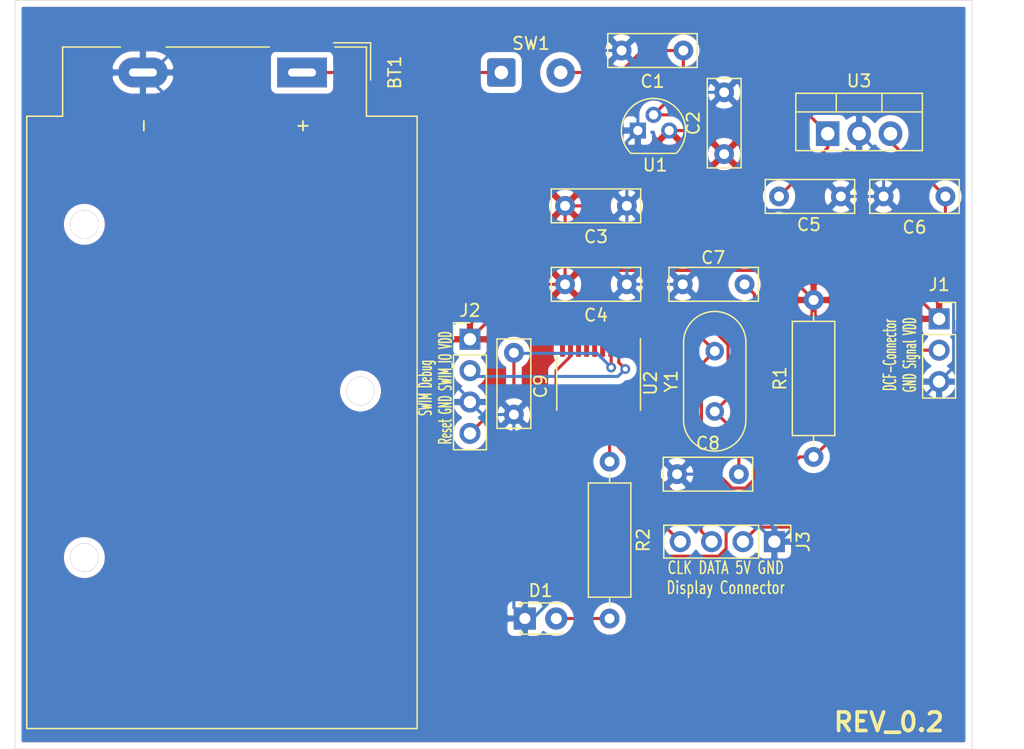
<source format=kicad_pcb>
(kicad_pcb (version 20171130) (host pcbnew "(5.1.10)-1")

  (general
    (thickness 1.6)
    (drawings 10)
    (tracks 125)
    (zones 0)
    (modules 21)
    (nets 25)
  )

  (page A4)
  (title_block
    (title Funkwecker)
    (date 2021-12-12)
    (rev 0.1)
  )

  (layers
    (0 F.Cu signal)
    (31 B.Cu signal)
    (32 B.Adhes user hide)
    (33 F.Adhes user hide)
    (34 B.Paste user hide)
    (35 F.Paste user hide)
    (36 B.SilkS user hide)
    (37 F.SilkS user)
    (38 B.Mask user hide)
    (39 F.Mask user hide)
    (40 Dwgs.User user hide)
    (41 Cmts.User user hide)
    (42 Eco1.User user hide)
    (43 Eco2.User user hide)
    (44 Edge.Cuts user)
    (45 Margin user hide)
    (46 B.CrtYd user hide)
    (47 F.CrtYd user hide)
    (48 B.Fab user hide)
    (49 F.Fab user)
  )

  (setup
    (last_trace_width 0.25)
    (trace_clearance 0.2)
    (zone_clearance 0.508)
    (zone_45_only no)
    (trace_min 0.2)
    (via_size 0.8)
    (via_drill 0.4)
    (via_min_size 0.4)
    (via_min_drill 0.3)
    (uvia_size 0.3)
    (uvia_drill 0.1)
    (uvias_allowed no)
    (uvia_min_size 0.2)
    (uvia_min_drill 0.1)
    (edge_width 0.05)
    (segment_width 0.2)
    (pcb_text_width 0.3)
    (pcb_text_size 1.5 1.5)
    (mod_edge_width 0.12)
    (mod_text_size 1 1)
    (mod_text_width 0.15)
    (pad_size 1.3 1.3)
    (pad_drill 0.75)
    (pad_to_mask_clearance 0)
    (aux_axis_origin 0 0)
    (visible_elements 7FFFFFFF)
    (pcbplotparams
      (layerselection 0x010fc_ffffffff)
      (usegerberextensions false)
      (usegerberattributes true)
      (usegerberadvancedattributes true)
      (creategerberjobfile true)
      (excludeedgelayer true)
      (linewidth 0.100000)
      (plotframeref false)
      (viasonmask false)
      (mode 1)
      (useauxorigin false)
      (hpglpennumber 1)
      (hpglpenspeed 20)
      (hpglpendiameter 15.000000)
      (psnegative false)
      (psa4output false)
      (plotreference true)
      (plotvalue true)
      (plotinvisibletext false)
      (padsonsilk false)
      (subtractmaskfromsilk false)
      (outputformat 1)
      (mirror false)
      (drillshape 0)
      (scaleselection 1)
      (outputdirectory "/home/alex/Schreibtisch/Wecker/funkwecker/gerber/"))
  )

  (net 0 "")
  (net 1 "Net-(BT1-Pad1)")
  (net 2 GND)
  (net 3 VCC)
  (net 4 VDD)
  (net 5 +5V)
  (net 6 "Net-(D1-Pad2)")
  (net 7 DCF_SIGNAL)
  (net 8 SWIM_I_O)
  (net 9 RESET)
  (net 10 LED_DISPLAY_CLK)
  (net 11 LED_DISPLAY_DATA)
  (net 12 Test_LED)
  (net 13 "Net-(U2-Pad1)")
  (net 14 "Net-(U2-Pad10)")
  (net 15 "Net-(U2-Pad11)")
  (net 16 "Net-(U2-Pad12)")
  (net 17 "Net-(U2-Pad13)")
  (net 18 "Net-(U2-Pad14)")
  (net 19 "Net-(U2-Pad15)")
  (net 20 "Net-(U2-Pad16)")
  (net 21 "Net-(U2-Pad20)")
  (net 22 OSC_IN)
  (net 23 OSC_OUT)
  (net 24 "Net-(U2-Pad2)")

  (net_class Default "This is the default net class."
    (clearance 0.2)
    (trace_width 0.25)
    (via_dia 0.8)
    (via_drill 0.4)
    (uvia_dia 0.3)
    (uvia_drill 0.1)
    (add_net +5V)
    (add_net DCF_SIGNAL)
    (add_net GND)
    (add_net LED_DISPLAY_CLK)
    (add_net LED_DISPLAY_DATA)
    (add_net "Net-(BT1-Pad1)")
    (add_net "Net-(D1-Pad2)")
    (add_net "Net-(U2-Pad1)")
    (add_net "Net-(U2-Pad10)")
    (add_net "Net-(U2-Pad11)")
    (add_net "Net-(U2-Pad12)")
    (add_net "Net-(U2-Pad13)")
    (add_net "Net-(U2-Pad14)")
    (add_net "Net-(U2-Pad15)")
    (add_net "Net-(U2-Pad16)")
    (add_net "Net-(U2-Pad2)")
    (add_net "Net-(U2-Pad20)")
    (add_net OSC_IN)
    (add_net OSC_OUT)
    (add_net RESET)
    (add_net SWIM_I_O)
    (add_net Test_LED)
    (add_net VCC)
    (add_net VDD)
  )

  (module Package_TO_SOT_THT:TO-220-3_Vertical (layer F.Cu) (tedit 5AC8BA0D) (tstamp 61C7C6D5)
    (at 142.113 61.722)
    (descr "TO-220-3, Vertical, RM 2.54mm, see https://www.vishay.com/docs/66542/to-220-1.pdf")
    (tags "TO-220-3 Vertical RM 2.54mm")
    (path /61C84B96)
    (fp_text reference U3 (at 2.54 -4.27) (layer F.SilkS)
      (effects (font (size 1 1) (thickness 0.15)))
    )
    (fp_text value L7805 (at 2.54 2.5) (layer F.Fab)
      (effects (font (size 1 1) (thickness 0.15)))
    )
    (fp_line (start 7.79 -3.4) (end -2.71 -3.4) (layer F.CrtYd) (width 0.05))
    (fp_line (start 7.79 1.51) (end 7.79 -3.4) (layer F.CrtYd) (width 0.05))
    (fp_line (start -2.71 1.51) (end 7.79 1.51) (layer F.CrtYd) (width 0.05))
    (fp_line (start -2.71 -3.4) (end -2.71 1.51) (layer F.CrtYd) (width 0.05))
    (fp_line (start 4.391 -3.27) (end 4.391 -1.76) (layer F.SilkS) (width 0.12))
    (fp_line (start 0.69 -3.27) (end 0.69 -1.76) (layer F.SilkS) (width 0.12))
    (fp_line (start -2.58 -1.76) (end 7.66 -1.76) (layer F.SilkS) (width 0.12))
    (fp_line (start 7.66 -3.27) (end 7.66 1.371) (layer F.SilkS) (width 0.12))
    (fp_line (start -2.58 -3.27) (end -2.58 1.371) (layer F.SilkS) (width 0.12))
    (fp_line (start -2.58 1.371) (end 7.66 1.371) (layer F.SilkS) (width 0.12))
    (fp_line (start -2.58 -3.27) (end 7.66 -3.27) (layer F.SilkS) (width 0.12))
    (fp_line (start 4.39 -3.15) (end 4.39 -1.88) (layer F.Fab) (width 0.1))
    (fp_line (start 0.69 -3.15) (end 0.69 -1.88) (layer F.Fab) (width 0.1))
    (fp_line (start -2.46 -1.88) (end 7.54 -1.88) (layer F.Fab) (width 0.1))
    (fp_line (start 7.54 -3.15) (end -2.46 -3.15) (layer F.Fab) (width 0.1))
    (fp_line (start 7.54 1.25) (end 7.54 -3.15) (layer F.Fab) (width 0.1))
    (fp_line (start -2.46 1.25) (end 7.54 1.25) (layer F.Fab) (width 0.1))
    (fp_line (start -2.46 -3.15) (end -2.46 1.25) (layer F.Fab) (width 0.1))
    (fp_text user %R (at 2.54 -4.27) (layer F.Fab)
      (effects (font (size 1 1) (thickness 0.15)))
    )
    (pad 3 thru_hole oval (at 5.08 0) (size 1.905 2) (drill 1.1) (layers *.Cu *.Mask)
      (net 5 +5V))
    (pad 2 thru_hole oval (at 2.54 0) (size 1.905 2) (drill 1.1) (layers *.Cu *.Mask)
      (net 2 GND))
    (pad 1 thru_hole rect (at 0 0) (size 1.905 2) (drill 1.1) (layers *.Cu *.Mask)
      (net 3 VCC))
    (model ${KISYS3DMOD}/Package_TO_SOT_THT.3dshapes/TO-220-3_Vertical.wrl
      (at (xyz 0 0 0))
      (scale (xyz 1 1 1))
      (rotate (xyz 0 0 0))
    )
  )

  (module Battery:BatteryHolder_MPD_BA9VPC_1xPP3 (layer F.Cu) (tedit 5E3B46E0) (tstamp 61C7AE99)
    (at 99.568 56.769 270)
    (descr "1xPP3 (9V) battery holder, Memory Protection Devices P/N BA9VPC, http://www.memoryprotectiondevices.com/datasheets/BA9VPC-datasheet.pdf")
    (tags "PP3 Battery Holder BA9VPC 9V")
    (path /61A99C42)
    (fp_text reference BT1 (at 0 -7.5 90) (layer F.SilkS)
      (effects (font (size 1 1) (thickness 0.15)))
    )
    (fp_text value 9VBlock (at 25.75 23.6 90) (layer F.Fab)
      (effects (font (size 1 1) (thickness 0.15)))
    )
    (fp_line (start 53.49 22.67) (end 53.49 -9.7) (layer F.CrtYd) (width 0.05))
    (fp_line (start -2.45 -9.7) (end -2.45 22.67) (layer F.CrtYd) (width 0.05))
    (fp_line (start -2.45 22.67) (end 53.49 22.67) (layer F.CrtYd) (width 0.05))
    (fp_line (start -2.45 -9.7) (end 53.49 -9.7) (layer F.CrtYd) (width 0.05))
    (fp_line (start 3.65 22.17) (end 3.65 19.27) (layer F.Fab) (width 0.1))
    (fp_line (start 3.65 19.27) (end -1.95 19.27) (layer F.Fab) (width 0.1))
    (fp_line (start 3.65 -5.1) (end 3.65 -9.2) (layer F.Fab) (width 0.1))
    (fp_line (start 3.65 -5.1) (end -1.95 -5.1) (layer F.Fab) (width 0.1))
    (fp_line (start 3.65 -9.2) (end 52.99 -9.2) (layer F.Fab) (width 0.1))
    (fp_line (start 3.65 22.17) (end 52.99 22.17) (layer F.Fab) (width 0.1))
    (fp_line (start 52.99 22.17) (end 52.99 -9.2) (layer F.Fab) (width 0.1))
    (fp_line (start -1.95 19.27) (end -1.95 -5.1) (layer F.Fab) (width 0.1))
    (fp_line (start 53.1 22.28) (end 53.1 -9.31) (layer F.SilkS) (width 0.12))
    (fp_line (start 53.1 22.28) (end 3.54 22.28) (layer F.SilkS) (width 0.12))
    (fp_line (start 3.54 22.28) (end 3.54 19.38) (layer F.SilkS) (width 0.12))
    (fp_line (start 3.54 19.38) (end -2.06 19.38) (layer F.SilkS) (width 0.12))
    (fp_line (start 53.1 -9.31) (end 3.54 -9.31) (layer F.SilkS) (width 0.12))
    (fp_line (start 3.54 -9.31) (end 3.54 -5.21) (layer F.SilkS) (width 0.12))
    (fp_line (start 3.54 -5.21) (end -2.06 -5.21) (layer F.SilkS) (width 0.12))
    (fp_line (start -2.06 -5.21) (end -2.06 -2.65) (layer F.SilkS) (width 0.12))
    (fp_line (start -2.06 2.65) (end -2.06 11) (layer F.SilkS) (width 0.12))
    (fp_line (start -2.06 19.38) (end -2.06 14.7) (layer F.SilkS) (width 0.12))
    (fp_line (start -2.4 -5.55) (end -2.4 -2.55) (layer F.SilkS) (width 0.12))
    (fp_line (start -2.4 -5.55) (end 0.6 -5.55) (layer F.SilkS) (width 0.12))
    (fp_line (start -1.5 0) (end -1.95 -0.45) (layer F.Fab) (width 0.1))
    (fp_line (start -1.95 0.45) (end -1.5 0) (layer F.Fab) (width 0.1))
    (fp_text user %R (at 25.75 6.5 90) (layer F.Fab)
      (effects (font (size 1 1) (thickness 0.15)))
    )
    (fp_text user - (at 3.6 12.88 90) (layer F.SilkS)
      (effects (font (size 1 1) (thickness 0.15)) (justify right))
    )
    (fp_text user + (at 3.6 0 90) (layer F.SilkS)
      (effects (font (size 1 1) (thickness 0.15)) (justify right))
    )
    (pad 1 thru_hole rect (at 0 0 270) (size 2.41 4.02) (drill oval 0.66 2.27) (layers *.Cu *.Mask)
      (net 1 "Net-(BT1-Pad1)"))
    (pad 2 thru_hole oval (at 0 12.88 270) (size 2.41 4.02) (drill oval 0.66 2.27) (layers *.Cu *.Mask)
      (net 2 GND))
    (pad "" np_thru_hole circle (at 25.78 -4.73 270) (size 2.3 2.3) (drill 2.29) (layers *.Cu *.Mask))
    (pad "" np_thru_hole circle (at 12.29 17.62 270) (size 2.3 2.3) (drill 2.29) (layers *.Cu *.Mask))
    (pad "" np_thru_hole circle (at 39.26 17.62 270) (size 2.3 2.3) (drill 2.29) (layers *.Cu *.Mask))
    (model ${KISYS3DMOD}/Battery.3dshapes/BatteryHolder_MPD_BA9VPC_1xPP3.wrl
      (at (xyz 0 0 0))
      (scale (xyz 1 1 1))
      (rotate (xyz 0 0 0))
    )
  )

  (module Capacitor_THT:C_Disc_D7.0mm_W2.5mm_P5.00mm (layer F.Cu) (tedit 5AE50EF0) (tstamp 61C7AEAC)
    (at 130.429 54.991 180)
    (descr "C, Disc series, Radial, pin pitch=5.00mm, , diameter*width=7*2.5mm^2, Capacitor, http://cdn-reichelt.de/documents/datenblatt/B300/DS_KERKO_TC.pdf")
    (tags "C Disc series Radial pin pitch 5.00mm  diameter 7mm width 2.5mm Capacitor")
    (path /61A9DC0D)
    (fp_text reference C1 (at 2.5 -2.5) (layer F.SilkS)
      (effects (font (size 1 1) (thickness 0.15)))
    )
    (fp_text value 1µF (at 2.5 2.5) (layer F.Fab)
      (effects (font (size 1 1) (thickness 0.15)))
    )
    (fp_line (start 6.25 -1.5) (end -1.25 -1.5) (layer F.CrtYd) (width 0.05))
    (fp_line (start 6.25 1.5) (end 6.25 -1.5) (layer F.CrtYd) (width 0.05))
    (fp_line (start -1.25 1.5) (end 6.25 1.5) (layer F.CrtYd) (width 0.05))
    (fp_line (start -1.25 -1.5) (end -1.25 1.5) (layer F.CrtYd) (width 0.05))
    (fp_line (start 6.12 -1.37) (end 6.12 1.37) (layer F.SilkS) (width 0.12))
    (fp_line (start -1.12 -1.37) (end -1.12 1.37) (layer F.SilkS) (width 0.12))
    (fp_line (start -1.12 1.37) (end 6.12 1.37) (layer F.SilkS) (width 0.12))
    (fp_line (start -1.12 -1.37) (end 6.12 -1.37) (layer F.SilkS) (width 0.12))
    (fp_line (start 6 -1.25) (end -1 -1.25) (layer F.Fab) (width 0.1))
    (fp_line (start 6 1.25) (end 6 -1.25) (layer F.Fab) (width 0.1))
    (fp_line (start -1 1.25) (end 6 1.25) (layer F.Fab) (width 0.1))
    (fp_line (start -1 -1.25) (end -1 1.25) (layer F.Fab) (width 0.1))
    (fp_text user %R (at 2.5 0) (layer F.Fab)
      (effects (font (size 1 1) (thickness 0.15)))
    )
    (pad 2 thru_hole circle (at 5 0 180) (size 1.6 1.6) (drill 0.8) (layers *.Cu *.Mask)
      (net 2 GND))
    (pad 1 thru_hole circle (at 0 0 180) (size 1.6 1.6) (drill 0.8) (layers *.Cu *.Mask)
      (net 3 VCC))
    (model ${KISYS3DMOD}/Capacitor_THT.3dshapes/C_Disc_D7.0mm_W2.5mm_P5.00mm.wrl
      (at (xyz 0 0 0))
      (scale (xyz 1 1 1))
      (rotate (xyz 0 0 0))
    )
  )

  (module Capacitor_THT:C_Disc_D7.0mm_W2.5mm_P5.00mm (layer F.Cu) (tedit 5AE50EF0) (tstamp 61C7AEBF)
    (at 133.731 63.373 90)
    (descr "C, Disc series, Radial, pin pitch=5.00mm, , diameter*width=7*2.5mm^2, Capacitor, http://cdn-reichelt.de/documents/datenblatt/B300/DS_KERKO_TC.pdf")
    (tags "C Disc series Radial pin pitch 5.00mm  diameter 7mm width 2.5mm Capacitor")
    (path /61A9DF98)
    (fp_text reference C2 (at 2.5 -2.5 90) (layer F.SilkS)
      (effects (font (size 1 1) (thickness 0.15)))
    )
    (fp_text value 1µF (at 2.5 2.5 90) (layer F.Fab)
      (effects (font (size 1 1) (thickness 0.15)))
    )
    (fp_line (start 6.25 -1.5) (end -1.25 -1.5) (layer F.CrtYd) (width 0.05))
    (fp_line (start 6.25 1.5) (end 6.25 -1.5) (layer F.CrtYd) (width 0.05))
    (fp_line (start -1.25 1.5) (end 6.25 1.5) (layer F.CrtYd) (width 0.05))
    (fp_line (start -1.25 -1.5) (end -1.25 1.5) (layer F.CrtYd) (width 0.05))
    (fp_line (start 6.12 -1.37) (end 6.12 1.37) (layer F.SilkS) (width 0.12))
    (fp_line (start -1.12 -1.37) (end -1.12 1.37) (layer F.SilkS) (width 0.12))
    (fp_line (start -1.12 1.37) (end 6.12 1.37) (layer F.SilkS) (width 0.12))
    (fp_line (start -1.12 -1.37) (end 6.12 -1.37) (layer F.SilkS) (width 0.12))
    (fp_line (start 6 -1.25) (end -1 -1.25) (layer F.Fab) (width 0.1))
    (fp_line (start 6 1.25) (end 6 -1.25) (layer F.Fab) (width 0.1))
    (fp_line (start -1 1.25) (end 6 1.25) (layer F.Fab) (width 0.1))
    (fp_line (start -1 -1.25) (end -1 1.25) (layer F.Fab) (width 0.1))
    (fp_text user %R (at 2.5 0 90) (layer F.Fab)
      (effects (font (size 1 1) (thickness 0.15)))
    )
    (pad 2 thru_hole circle (at 5 0 90) (size 1.6 1.6) (drill 0.8) (layers *.Cu *.Mask)
      (net 2 GND))
    (pad 1 thru_hole circle (at 0 0 90) (size 1.6 1.6) (drill 0.8) (layers *.Cu *.Mask)
      (net 4 VDD))
    (model ${KISYS3DMOD}/Capacitor_THT.3dshapes/C_Disc_D7.0mm_W2.5mm_P5.00mm.wrl
      (at (xyz 0 0 0))
      (scale (xyz 1 1 1))
      (rotate (xyz 0 0 0))
    )
  )

  (module Capacitor_THT:C_Disc_D7.0mm_W2.5mm_P5.00mm (layer F.Cu) (tedit 5AE50EF0) (tstamp 61C7AED2)
    (at 125.857 67.564 180)
    (descr "C, Disc series, Radial, pin pitch=5.00mm, , diameter*width=7*2.5mm^2, Capacitor, http://cdn-reichelt.de/documents/datenblatt/B300/DS_KERKO_TC.pdf")
    (tags "C Disc series Radial pin pitch 5.00mm  diameter 7mm width 2.5mm Capacitor")
    (path /61AB07FD)
    (fp_text reference C3 (at 2.5 -2.5) (layer F.SilkS)
      (effects (font (size 1 1) (thickness 0.15)))
    )
    (fp_text value 100nF (at 2.5 2.5) (layer F.Fab)
      (effects (font (size 1 1) (thickness 0.15)))
    )
    (fp_line (start -1 -1.25) (end -1 1.25) (layer F.Fab) (width 0.1))
    (fp_line (start -1 1.25) (end 6 1.25) (layer F.Fab) (width 0.1))
    (fp_line (start 6 1.25) (end 6 -1.25) (layer F.Fab) (width 0.1))
    (fp_line (start 6 -1.25) (end -1 -1.25) (layer F.Fab) (width 0.1))
    (fp_line (start -1.12 -1.37) (end 6.12 -1.37) (layer F.SilkS) (width 0.12))
    (fp_line (start -1.12 1.37) (end 6.12 1.37) (layer F.SilkS) (width 0.12))
    (fp_line (start -1.12 -1.37) (end -1.12 1.37) (layer F.SilkS) (width 0.12))
    (fp_line (start 6.12 -1.37) (end 6.12 1.37) (layer F.SilkS) (width 0.12))
    (fp_line (start -1.25 -1.5) (end -1.25 1.5) (layer F.CrtYd) (width 0.05))
    (fp_line (start -1.25 1.5) (end 6.25 1.5) (layer F.CrtYd) (width 0.05))
    (fp_line (start 6.25 1.5) (end 6.25 -1.5) (layer F.CrtYd) (width 0.05))
    (fp_line (start 6.25 -1.5) (end -1.25 -1.5) (layer F.CrtYd) (width 0.05))
    (fp_text user %R (at 2.5 0) (layer F.Fab)
      (effects (font (size 1 1) (thickness 0.15)))
    )
    (pad 1 thru_hole circle (at 0 0 180) (size 1.6 1.6) (drill 0.8) (layers *.Cu *.Mask)
      (net 2 GND))
    (pad 2 thru_hole circle (at 5 0 180) (size 1.6 1.6) (drill 0.8) (layers *.Cu *.Mask)
      (net 4 VDD))
    (model ${KISYS3DMOD}/Capacitor_THT.3dshapes/C_Disc_D7.0mm_W2.5mm_P5.00mm.wrl
      (at (xyz 0 0 0))
      (scale (xyz 1 1 1))
      (rotate (xyz 0 0 0))
    )
  )

  (module Capacitor_THT:C_Disc_D7.0mm_W2.5mm_P5.00mm (layer F.Cu) (tedit 5AE50EF0) (tstamp 61C7AEE5)
    (at 125.857 73.914 180)
    (descr "C, Disc series, Radial, pin pitch=5.00mm, , diameter*width=7*2.5mm^2, Capacitor, http://cdn-reichelt.de/documents/datenblatt/B300/DS_KERKO_TC.pdf")
    (tags "C Disc series Radial pin pitch 5.00mm  diameter 7mm width 2.5mm Capacitor")
    (path /61AB3CF2)
    (fp_text reference C4 (at 2.5 -2.5) (layer F.SilkS)
      (effects (font (size 1 1) (thickness 0.15)))
    )
    (fp_text value 10µF (at 2.5 2.5) (layer F.Fab)
      (effects (font (size 1 1) (thickness 0.15)))
    )
    (fp_line (start -1 -1.25) (end -1 1.25) (layer F.Fab) (width 0.1))
    (fp_line (start -1 1.25) (end 6 1.25) (layer F.Fab) (width 0.1))
    (fp_line (start 6 1.25) (end 6 -1.25) (layer F.Fab) (width 0.1))
    (fp_line (start 6 -1.25) (end -1 -1.25) (layer F.Fab) (width 0.1))
    (fp_line (start -1.12 -1.37) (end 6.12 -1.37) (layer F.SilkS) (width 0.12))
    (fp_line (start -1.12 1.37) (end 6.12 1.37) (layer F.SilkS) (width 0.12))
    (fp_line (start -1.12 -1.37) (end -1.12 1.37) (layer F.SilkS) (width 0.12))
    (fp_line (start 6.12 -1.37) (end 6.12 1.37) (layer F.SilkS) (width 0.12))
    (fp_line (start -1.25 -1.5) (end -1.25 1.5) (layer F.CrtYd) (width 0.05))
    (fp_line (start -1.25 1.5) (end 6.25 1.5) (layer F.CrtYd) (width 0.05))
    (fp_line (start 6.25 1.5) (end 6.25 -1.5) (layer F.CrtYd) (width 0.05))
    (fp_line (start 6.25 -1.5) (end -1.25 -1.5) (layer F.CrtYd) (width 0.05))
    (fp_text user %R (at 2.5 0) (layer F.Fab)
      (effects (font (size 1 1) (thickness 0.15)))
    )
    (pad 1 thru_hole circle (at 0 0 180) (size 1.6 1.6) (drill 0.8) (layers *.Cu *.Mask)
      (net 2 GND))
    (pad 2 thru_hole circle (at 5 0 180) (size 1.6 1.6) (drill 0.8) (layers *.Cu *.Mask)
      (net 4 VDD))
    (model ${KISYS3DMOD}/Capacitor_THT.3dshapes/C_Disc_D7.0mm_W2.5mm_P5.00mm.wrl
      (at (xyz 0 0 0))
      (scale (xyz 1 1 1))
      (rotate (xyz 0 0 0))
    )
  )

  (module Capacitor_THT:C_Disc_D7.0mm_W2.5mm_P5.00mm (layer F.Cu) (tedit 5AE50EF0) (tstamp 61C7AEF8)
    (at 138.176 66.802)
    (descr "C, Disc series, Radial, pin pitch=5.00mm, , diameter*width=7*2.5mm^2, Capacitor, http://cdn-reichelt.de/documents/datenblatt/B300/DS_KERKO_TC.pdf")
    (tags "C Disc series Radial pin pitch 5.00mm  diameter 7mm width 2.5mm Capacitor")
    (path /61CCF65F)
    (fp_text reference C5 (at 2.413 2.286) (layer F.SilkS)
      (effects (font (size 1 1) (thickness 0.15)))
    )
    (fp_text value 0.33µF (at 2.286 -2.159) (layer F.Fab)
      (effects (font (size 1 1) (thickness 0.15)))
    )
    (fp_line (start -1 -1.25) (end -1 1.25) (layer F.Fab) (width 0.1))
    (fp_line (start -1 1.25) (end 6 1.25) (layer F.Fab) (width 0.1))
    (fp_line (start 6 1.25) (end 6 -1.25) (layer F.Fab) (width 0.1))
    (fp_line (start 6 -1.25) (end -1 -1.25) (layer F.Fab) (width 0.1))
    (fp_line (start -1.12 -1.37) (end 6.12 -1.37) (layer F.SilkS) (width 0.12))
    (fp_line (start -1.12 1.37) (end 6.12 1.37) (layer F.SilkS) (width 0.12))
    (fp_line (start -1.12 -1.37) (end -1.12 1.37) (layer F.SilkS) (width 0.12))
    (fp_line (start 6.12 -1.37) (end 6.12 1.37) (layer F.SilkS) (width 0.12))
    (fp_line (start -1.25 -1.5) (end -1.25 1.5) (layer F.CrtYd) (width 0.05))
    (fp_line (start -1.25 1.5) (end 6.25 1.5) (layer F.CrtYd) (width 0.05))
    (fp_line (start 6.25 1.5) (end 6.25 -1.5) (layer F.CrtYd) (width 0.05))
    (fp_line (start 6.25 -1.5) (end -1.25 -1.5) (layer F.CrtYd) (width 0.05))
    (fp_text user %R (at 2.411999 -0.100001) (layer F.Fab)
      (effects (font (size 1 1) (thickness 0.15)))
    )
    (pad 1 thru_hole circle (at 0 0) (size 1.6 1.6) (drill 0.8) (layers *.Cu *.Mask)
      (net 3 VCC))
    (pad 2 thru_hole circle (at 5 0) (size 1.6 1.6) (drill 0.8) (layers *.Cu *.Mask)
      (net 2 GND))
    (model ${KISYS3DMOD}/Capacitor_THT.3dshapes/C_Disc_D7.0mm_W2.5mm_P5.00mm.wrl
      (at (xyz 0 0 0))
      (scale (xyz 1 1 1))
      (rotate (xyz 0 0 0))
    )
  )

  (module Capacitor_THT:C_Disc_D7.0mm_W2.5mm_P5.00mm (layer F.Cu) (tedit 5AE50EF0) (tstamp 61C7AF0B)
    (at 151.638 66.802 180)
    (descr "C, Disc series, Radial, pin pitch=5.00mm, , diameter*width=7*2.5mm^2, Capacitor, http://cdn-reichelt.de/documents/datenblatt/B300/DS_KERKO_TC.pdf")
    (tags "C Disc series Radial pin pitch 5.00mm  diameter 7mm width 2.5mm Capacitor")
    (path /61CCF665)
    (fp_text reference C6 (at 2.5 -2.5) (layer F.SilkS)
      (effects (font (size 1 1) (thickness 0.15)))
    )
    (fp_text value 0.1µF (at 2.5 2.5) (layer F.Fab)
      (effects (font (size 1 1) (thickness 0.15)))
    )
    (fp_line (start 6.25 -1.5) (end -1.25 -1.5) (layer F.CrtYd) (width 0.05))
    (fp_line (start 6.25 1.5) (end 6.25 -1.5) (layer F.CrtYd) (width 0.05))
    (fp_line (start -1.25 1.5) (end 6.25 1.5) (layer F.CrtYd) (width 0.05))
    (fp_line (start -1.25 -1.5) (end -1.25 1.5) (layer F.CrtYd) (width 0.05))
    (fp_line (start 6.12 -1.37) (end 6.12 1.37) (layer F.SilkS) (width 0.12))
    (fp_line (start -1.12 -1.37) (end -1.12 1.37) (layer F.SilkS) (width 0.12))
    (fp_line (start -1.12 1.37) (end 6.12 1.37) (layer F.SilkS) (width 0.12))
    (fp_line (start -1.12 -1.37) (end 6.12 -1.37) (layer F.SilkS) (width 0.12))
    (fp_line (start 6 -1.25) (end -1 -1.25) (layer F.Fab) (width 0.1))
    (fp_line (start 6 1.25) (end 6 -1.25) (layer F.Fab) (width 0.1))
    (fp_line (start -1 1.25) (end 6 1.25) (layer F.Fab) (width 0.1))
    (fp_line (start -1 -1.25) (end -1 1.25) (layer F.Fab) (width 0.1))
    (fp_text user %R (at 2.5 0) (layer F.Fab)
      (effects (font (size 1 1) (thickness 0.15)))
    )
    (pad 2 thru_hole circle (at 5 0 180) (size 1.6 1.6) (drill 0.8) (layers *.Cu *.Mask)
      (net 2 GND))
    (pad 1 thru_hole circle (at 0 0 180) (size 1.6 1.6) (drill 0.8) (layers *.Cu *.Mask)
      (net 5 +5V))
    (model ${KISYS3DMOD}/Capacitor_THT.3dshapes/C_Disc_D7.0mm_W2.5mm_P5.00mm.wrl
      (at (xyz 0 0 0))
      (scale (xyz 1 1 1))
      (rotate (xyz 0 0 0))
    )
  )

  (module Capacitor_THT:C_Disc_D7.0mm_W2.5mm_P5.00mm (layer F.Cu) (tedit 5AE50EF0) (tstamp 61C7AF1E)
    (at 135.382 73.914 180)
    (descr "C, Disc series, Radial, pin pitch=5.00mm, , diameter*width=7*2.5mm^2, Capacitor, http://cdn-reichelt.de/documents/datenblatt/B300/DS_KERKO_TC.pdf")
    (tags "C Disc series Radial pin pitch 5.00mm  diameter 7mm width 2.5mm Capacitor")
    (path /61B6E436)
    (fp_text reference C7 (at 2.54 2.159) (layer F.SilkS)
      (effects (font (size 1 1) (thickness 0.15)))
    )
    (fp_text value 20pF (at 2.159 -2.159) (layer F.Fab)
      (effects (font (size 1 1) (thickness 0.15)))
    )
    (fp_line (start 6.25 -1.5) (end -1.25 -1.5) (layer F.CrtYd) (width 0.05))
    (fp_line (start 6.25 1.5) (end 6.25 -1.5) (layer F.CrtYd) (width 0.05))
    (fp_line (start -1.25 1.5) (end 6.25 1.5) (layer F.CrtYd) (width 0.05))
    (fp_line (start -1.25 -1.5) (end -1.25 1.5) (layer F.CrtYd) (width 0.05))
    (fp_line (start 6.12 -1.37) (end 6.12 1.37) (layer F.SilkS) (width 0.12))
    (fp_line (start -1.12 -1.37) (end -1.12 1.37) (layer F.SilkS) (width 0.12))
    (fp_line (start -1.12 1.37) (end 6.12 1.37) (layer F.SilkS) (width 0.12))
    (fp_line (start -1.12 -1.37) (end 6.12 -1.37) (layer F.SilkS) (width 0.12))
    (fp_line (start 6 -1.25) (end -1 -1.25) (layer F.Fab) (width 0.1))
    (fp_line (start 6 1.25) (end 6 -1.25) (layer F.Fab) (width 0.1))
    (fp_line (start -1 1.25) (end 6 1.25) (layer F.Fab) (width 0.1))
    (fp_line (start -1 -1.25) (end -1 1.25) (layer F.Fab) (width 0.1))
    (fp_text user %R (at 2.5 0) (layer F.Fab)
      (effects (font (size 1 1) (thickness 0.15)))
    )
    (pad 2 thru_hole circle (at 5 0 180) (size 1.6 1.6) (drill 0.8) (layers *.Cu *.Mask)
      (net 2 GND))
    (pad 1 thru_hole circle (at 0 0 180) (size 1.6 1.6) (drill 0.8) (layers *.Cu *.Mask)
      (net 22 OSC_IN))
    (model ${KISYS3DMOD}/Capacitor_THT.3dshapes/C_Disc_D7.0mm_W2.5mm_P5.00mm.wrl
      (at (xyz 0 0 0))
      (scale (xyz 1 1 1))
      (rotate (xyz 0 0 0))
    )
  )

  (module Capacitor_THT:C_Disc_D7.0mm_W2.5mm_P5.00mm (layer F.Cu) (tedit 5AE50EF0) (tstamp 61C7AF31)
    (at 129.921 89.281)
    (descr "C, Disc series, Radial, pin pitch=5.00mm, , diameter*width=7*2.5mm^2, Capacitor, http://cdn-reichelt.de/documents/datenblatt/B300/DS_KERKO_TC.pdf")
    (tags "C Disc series Radial pin pitch 5.00mm  diameter 7mm width 2.5mm Capacitor")
    (path /61B71DFB)
    (fp_text reference C8 (at 2.5 -2.5) (layer F.SilkS)
      (effects (font (size 1 1) (thickness 0.15)))
    )
    (fp_text value 20pF (at 2.5 2.5) (layer F.Fab)
      (effects (font (size 1 1) (thickness 0.15)))
    )
    (fp_line (start -1 -1.25) (end -1 1.25) (layer F.Fab) (width 0.1))
    (fp_line (start -1 1.25) (end 6 1.25) (layer F.Fab) (width 0.1))
    (fp_line (start 6 1.25) (end 6 -1.25) (layer F.Fab) (width 0.1))
    (fp_line (start 6 -1.25) (end -1 -1.25) (layer F.Fab) (width 0.1))
    (fp_line (start -1.12 -1.37) (end 6.12 -1.37) (layer F.SilkS) (width 0.12))
    (fp_line (start -1.12 1.37) (end 6.12 1.37) (layer F.SilkS) (width 0.12))
    (fp_line (start -1.12 -1.37) (end -1.12 1.37) (layer F.SilkS) (width 0.12))
    (fp_line (start 6.12 -1.37) (end 6.12 1.37) (layer F.SilkS) (width 0.12))
    (fp_line (start -1.25 -1.5) (end -1.25 1.5) (layer F.CrtYd) (width 0.05))
    (fp_line (start -1.25 1.5) (end 6.25 1.5) (layer F.CrtYd) (width 0.05))
    (fp_line (start 6.25 1.5) (end 6.25 -1.5) (layer F.CrtYd) (width 0.05))
    (fp_line (start 6.25 -1.5) (end -1.25 -1.5) (layer F.CrtYd) (width 0.05))
    (fp_text user %R (at 2.5 0) (layer F.Fab)
      (effects (font (size 1 1) (thickness 0.15)))
    )
    (pad 1 thru_hole circle (at 0 0) (size 1.6 1.6) (drill 0.8) (layers *.Cu *.Mask)
      (net 2 GND))
    (pad 2 thru_hole circle (at 5 0) (size 1.6 1.6) (drill 0.8) (layers *.Cu *.Mask)
      (net 23 OSC_OUT))
    (model ${KISYS3DMOD}/Capacitor_THT.3dshapes/C_Disc_D7.0mm_W2.5mm_P5.00mm.wrl
      (at (xyz 0 0 0))
      (scale (xyz 1 1 1))
      (rotate (xyz 0 0 0))
    )
  )

  (module Capacitor_THT:C_Disc_D7.0mm_W2.5mm_P5.00mm (layer F.Cu) (tedit 5AE50EF0) (tstamp 61C7AF44)
    (at 116.713 84.455 90)
    (descr "C, Disc series, Radial, pin pitch=5.00mm, , diameter*width=7*2.5mm^2, Capacitor, http://cdn-reichelt.de/documents/datenblatt/B300/DS_KERKO_TC.pdf")
    (tags "C Disc series Radial pin pitch 5.00mm  diameter 7mm width 2.5mm Capacitor")
    (path /61C265FF)
    (fp_text reference C9 (at 2.286 2.159 90) (layer F.SilkS)
      (effects (font (size 1 1) (thickness 0.15)))
    )
    (fp_text value 100nF (at 2.5 2.5 90) (layer F.Fab)
      (effects (font (size 1 1) (thickness 0.15)))
    )
    (fp_line (start -1 -1.25) (end -1 1.25) (layer F.Fab) (width 0.1))
    (fp_line (start -1 1.25) (end 6 1.25) (layer F.Fab) (width 0.1))
    (fp_line (start 6 1.25) (end 6 -1.25) (layer F.Fab) (width 0.1))
    (fp_line (start 6 -1.25) (end -1 -1.25) (layer F.Fab) (width 0.1))
    (fp_line (start -1.12 -1.37) (end 6.12 -1.37) (layer F.SilkS) (width 0.12))
    (fp_line (start -1.12 1.37) (end 6.12 1.37) (layer F.SilkS) (width 0.12))
    (fp_line (start -1.12 -1.37) (end -1.12 1.37) (layer F.SilkS) (width 0.12))
    (fp_line (start 6.12 -1.37) (end 6.12 1.37) (layer F.SilkS) (width 0.12))
    (fp_line (start -1.25 -1.5) (end -1.25 1.5) (layer F.CrtYd) (width 0.05))
    (fp_line (start -1.25 1.5) (end 6.25 1.5) (layer F.CrtYd) (width 0.05))
    (fp_line (start 6.25 1.5) (end 6.25 -1.5) (layer F.CrtYd) (width 0.05))
    (fp_line (start 6.25 -1.5) (end -1.25 -1.5) (layer F.CrtYd) (width 0.05))
    (fp_text user %R (at 2.5 0 90) (layer F.Fab)
      (effects (font (size 1 1) (thickness 0.15)))
    )
    (pad 1 thru_hole circle (at 0 0 90) (size 1.6 1.6) (drill 0.8) (layers *.Cu *.Mask)
      (net 2 GND))
    (pad 2 thru_hole circle (at 5 0 90) (size 1.6 1.6) (drill 0.8) (layers *.Cu *.Mask)
      (net 9 RESET))
    (model ${KISYS3DMOD}/Capacitor_THT.3dshapes/C_Disc_D7.0mm_W2.5mm_P5.00mm.wrl
      (at (xyz 0 0 0))
      (scale (xyz 1 1 1))
      (rotate (xyz 0 0 0))
    )
  )

  (module LED_THT:LED_D1.8mm_W3.3mm_H2.4mm (layer F.Cu) (tedit 5880A862) (tstamp 61C7AF5D)
    (at 117.602 100.965)
    (descr "LED, Round,  Rectangular size 3.3x2.4mm^2 diameter 1.8mm, 2 pins")
    (tags "LED Round  Rectangular size 3.3x2.4mm^2 diameter 1.8mm 2 pins")
    (path /61B43D01)
    (fp_text reference D1 (at 1.27 -2.26) (layer F.SilkS)
      (effects (font (size 1 1) (thickness 0.15)))
    )
    (fp_text value Test_LED (at 1.27 2.26) (layer F.Fab)
      (effects (font (size 1 1) (thickness 0.15)))
    )
    (fp_circle (center 1.27 0) (end 2.17 0) (layer F.Fab) (width 0.1))
    (fp_line (start -0.38 -1.2) (end -0.38 1.2) (layer F.Fab) (width 0.1))
    (fp_line (start -0.38 1.2) (end 2.92 1.2) (layer F.Fab) (width 0.1))
    (fp_line (start 2.92 1.2) (end 2.92 -1.2) (layer F.Fab) (width 0.1))
    (fp_line (start 2.92 -1.2) (end -0.38 -1.2) (layer F.Fab) (width 0.1))
    (fp_line (start -0.44 -1.26) (end 2.98 -1.26) (layer F.SilkS) (width 0.12))
    (fp_line (start -0.44 1.26) (end 2.98 1.26) (layer F.SilkS) (width 0.12))
    (fp_line (start -0.44 -1.26) (end -0.44 -1.08) (layer F.SilkS) (width 0.12))
    (fp_line (start -0.44 1.08) (end -0.44 1.26) (layer F.SilkS) (width 0.12))
    (fp_line (start 2.98 -1.26) (end 2.98 -1.095) (layer F.SilkS) (width 0.12))
    (fp_line (start 2.98 1.095) (end 2.98 1.26) (layer F.SilkS) (width 0.12))
    (fp_line (start -0.32 -1.26) (end -0.32 -1.08) (layer F.SilkS) (width 0.12))
    (fp_line (start -0.32 1.08) (end -0.32 1.26) (layer F.SilkS) (width 0.12))
    (fp_line (start -0.2 -1.26) (end -0.2 -1.08) (layer F.SilkS) (width 0.12))
    (fp_line (start -0.2 1.08) (end -0.2 1.26) (layer F.SilkS) (width 0.12))
    (fp_line (start -1.15 -1.55) (end -1.15 1.55) (layer F.CrtYd) (width 0.05))
    (fp_line (start -1.15 1.55) (end 3.7 1.55) (layer F.CrtYd) (width 0.05))
    (fp_line (start 3.7 1.55) (end 3.7 -1.55) (layer F.CrtYd) (width 0.05))
    (fp_line (start 3.7 -1.55) (end -1.15 -1.55) (layer F.CrtYd) (width 0.05))
    (pad 1 thru_hole rect (at 0 0) (size 1.8 1.8) (drill 0.9) (layers *.Cu *.Mask)
      (net 2 GND))
    (pad 2 thru_hole circle (at 2.54 0) (size 1.8 1.8) (drill 0.9) (layers *.Cu *.Mask)
      (net 6 "Net-(D1-Pad2)"))
    (model ${KISYS3DMOD}/LED_THT.3dshapes/LED_D1.8mm_W3.3mm_H2.4mm.wrl
      (at (xyz 0 0 0))
      (scale (xyz 1 1 1))
      (rotate (xyz 0 0 0))
    )
  )

  (module Connector_PinSocket_2.54mm:PinSocket_1x03_P2.54mm_Vertical (layer F.Cu) (tedit 5A19A429) (tstamp 61C7AF74)
    (at 151.13 76.708)
    (descr "Through hole straight socket strip, 1x03, 2.54mm pitch, single row (from Kicad 4.0.7), script generated")
    (tags "Through hole socket strip THT 1x03 2.54mm single row")
    (path /61B1CB77)
    (fp_text reference J1 (at 0 -2.77) (layer F.SilkS)
      (effects (font (size 1 1) (thickness 0.15)))
    )
    (fp_text value DCF77-Connector (at 0 7.85) (layer F.Fab)
      (effects (font (size 1 1) (thickness 0.15)))
    )
    (fp_line (start -1.27 -1.27) (end 0.635 -1.27) (layer F.Fab) (width 0.1))
    (fp_line (start 0.635 -1.27) (end 1.27 -0.635) (layer F.Fab) (width 0.1))
    (fp_line (start 1.27 -0.635) (end 1.27 6.35) (layer F.Fab) (width 0.1))
    (fp_line (start 1.27 6.35) (end -1.27 6.35) (layer F.Fab) (width 0.1))
    (fp_line (start -1.27 6.35) (end -1.27 -1.27) (layer F.Fab) (width 0.1))
    (fp_line (start -1.33 1.27) (end 1.33 1.27) (layer F.SilkS) (width 0.12))
    (fp_line (start -1.33 1.27) (end -1.33 6.41) (layer F.SilkS) (width 0.12))
    (fp_line (start -1.33 6.41) (end 1.33 6.41) (layer F.SilkS) (width 0.12))
    (fp_line (start 1.33 1.27) (end 1.33 6.41) (layer F.SilkS) (width 0.12))
    (fp_line (start 1.33 -1.33) (end 1.33 0) (layer F.SilkS) (width 0.12))
    (fp_line (start 0 -1.33) (end 1.33 -1.33) (layer F.SilkS) (width 0.12))
    (fp_line (start -1.8 -1.8) (end 1.75 -1.8) (layer F.CrtYd) (width 0.05))
    (fp_line (start 1.75 -1.8) (end 1.75 6.85) (layer F.CrtYd) (width 0.05))
    (fp_line (start 1.75 6.85) (end -1.8 6.85) (layer F.CrtYd) (width 0.05))
    (fp_line (start -1.8 6.85) (end -1.8 -1.8) (layer F.CrtYd) (width 0.05))
    (fp_text user %R (at 0 2.54 90) (layer F.Fab)
      (effects (font (size 1 1) (thickness 0.15)))
    )
    (pad 1 thru_hole rect (at 0 0) (size 1.7 1.7) (drill 1) (layers *.Cu *.Mask)
      (net 4 VDD))
    (pad 2 thru_hole oval (at 0 2.54) (size 1.7 1.7) (drill 1) (layers *.Cu *.Mask)
      (net 7 DCF_SIGNAL))
    (pad 3 thru_hole oval (at 0 5.08) (size 1.7 1.7) (drill 1) (layers *.Cu *.Mask)
      (net 2 GND))
    (model ${KISYS3DMOD}/Connector_PinSocket_2.54mm.3dshapes/PinSocket_1x03_P2.54mm_Vertical.wrl
      (at (xyz 0 0 0))
      (scale (xyz 1 1 1))
      (rotate (xyz 0 0 0))
    )
  )

  (module Connector_PinHeader_2.54mm:PinHeader_1x04_P2.54mm_Vertical (layer F.Cu) (tedit 59FED5CC) (tstamp 61C7AF8C)
    (at 113.157 78.359)
    (descr "Through hole straight pin header, 1x04, 2.54mm pitch, single row")
    (tags "Through hole pin header THT 1x04 2.54mm single row")
    (path /61B2EE25)
    (fp_text reference J2 (at 0 -2.33) (layer F.SilkS)
      (effects (font (size 1 1) (thickness 0.15)))
    )
    (fp_text value Debug-Interface (at 0 9.95) (layer F.Fab)
      (effects (font (size 1 1) (thickness 0.15)))
    )
    (fp_line (start -0.635 -1.27) (end 1.27 -1.27) (layer F.Fab) (width 0.1))
    (fp_line (start 1.27 -1.27) (end 1.27 8.89) (layer F.Fab) (width 0.1))
    (fp_line (start 1.27 8.89) (end -1.27 8.89) (layer F.Fab) (width 0.1))
    (fp_line (start -1.27 8.89) (end -1.27 -0.635) (layer F.Fab) (width 0.1))
    (fp_line (start -1.27 -0.635) (end -0.635 -1.27) (layer F.Fab) (width 0.1))
    (fp_line (start -1.33 8.95) (end 1.33 8.95) (layer F.SilkS) (width 0.12))
    (fp_line (start -1.33 1.27) (end -1.33 8.95) (layer F.SilkS) (width 0.12))
    (fp_line (start 1.33 1.27) (end 1.33 8.95) (layer F.SilkS) (width 0.12))
    (fp_line (start -1.33 1.27) (end 1.33 1.27) (layer F.SilkS) (width 0.12))
    (fp_line (start -1.33 0) (end -1.33 -1.33) (layer F.SilkS) (width 0.12))
    (fp_line (start -1.33 -1.33) (end 0 -1.33) (layer F.SilkS) (width 0.12))
    (fp_line (start -1.8 -1.8) (end -1.8 9.4) (layer F.CrtYd) (width 0.05))
    (fp_line (start -1.8 9.4) (end 1.8 9.4) (layer F.CrtYd) (width 0.05))
    (fp_line (start 1.8 9.4) (end 1.8 -1.8) (layer F.CrtYd) (width 0.05))
    (fp_line (start 1.8 -1.8) (end -1.8 -1.8) (layer F.CrtYd) (width 0.05))
    (fp_text user %R (at 0 3.81 90) (layer F.Fab)
      (effects (font (size 1 1) (thickness 0.15)))
    )
    (pad 1 thru_hole rect (at 0 0) (size 1.7 1.7) (drill 1) (layers *.Cu *.Mask)
      (net 4 VDD))
    (pad 2 thru_hole oval (at 0 2.54) (size 1.7 1.7) (drill 1) (layers *.Cu *.Mask)
      (net 8 SWIM_I_O))
    (pad 3 thru_hole oval (at 0 5.08) (size 1.7 1.7) (drill 1) (layers *.Cu *.Mask)
      (net 2 GND))
    (pad 4 thru_hole oval (at 0 7.62) (size 1.7 1.7) (drill 1) (layers *.Cu *.Mask)
      (net 9 RESET))
    (model ${KISYS3DMOD}/Connector_PinHeader_2.54mm.3dshapes/PinHeader_1x04_P2.54mm_Vertical.wrl
      (at (xyz 0 0 0))
      (scale (xyz 1 1 1))
      (rotate (xyz 0 0 0))
    )
  )

  (module Connector_PinHeader_2.54mm:PinHeader_1x04_P2.54mm_Vertical (layer F.Cu) (tedit 59FED5CC) (tstamp 61C7AFA4)
    (at 137.795 94.742 270)
    (descr "Through hole straight pin header, 1x04, 2.54mm pitch, single row")
    (tags "Through hole pin header THT 1x04 2.54mm single row")
    (path /61B50D31)
    (fp_text reference J3 (at 0 -2.33 90) (layer F.SilkS)
      (effects (font (size 1 1) (thickness 0.15)))
    )
    (fp_text value "LED-Display Connector (TM1637)" (at 0 9.95 90) (layer F.Fab)
      (effects (font (size 1 1) (thickness 0.15)))
    )
    (fp_line (start 1.8 -1.8) (end -1.8 -1.8) (layer F.CrtYd) (width 0.05))
    (fp_line (start 1.8 9.4) (end 1.8 -1.8) (layer F.CrtYd) (width 0.05))
    (fp_line (start -1.8 9.4) (end 1.8 9.4) (layer F.CrtYd) (width 0.05))
    (fp_line (start -1.8 -1.8) (end -1.8 9.4) (layer F.CrtYd) (width 0.05))
    (fp_line (start -1.33 -1.33) (end 0 -1.33) (layer F.SilkS) (width 0.12))
    (fp_line (start -1.33 0) (end -1.33 -1.33) (layer F.SilkS) (width 0.12))
    (fp_line (start -1.33 1.27) (end 1.33 1.27) (layer F.SilkS) (width 0.12))
    (fp_line (start 1.33 1.27) (end 1.33 8.95) (layer F.SilkS) (width 0.12))
    (fp_line (start -1.33 1.27) (end -1.33 8.95) (layer F.SilkS) (width 0.12))
    (fp_line (start -1.33 8.95) (end 1.33 8.95) (layer F.SilkS) (width 0.12))
    (fp_line (start -1.27 -0.635) (end -0.635 -1.27) (layer F.Fab) (width 0.1))
    (fp_line (start -1.27 8.89) (end -1.27 -0.635) (layer F.Fab) (width 0.1))
    (fp_line (start 1.27 8.89) (end -1.27 8.89) (layer F.Fab) (width 0.1))
    (fp_line (start 1.27 -1.27) (end 1.27 8.89) (layer F.Fab) (width 0.1))
    (fp_line (start -0.635 -1.27) (end 1.27 -1.27) (layer F.Fab) (width 0.1))
    (fp_text user %R (at 0 3.81) (layer F.Fab)
      (effects (font (size 1 1) (thickness 0.15)))
    )
    (pad 4 thru_hole oval (at 0 7.62 270) (size 1.7 1.7) (drill 1) (layers *.Cu *.Mask)
      (net 10 LED_DISPLAY_CLK))
    (pad 3 thru_hole oval (at 0 5.08 270) (size 1.7 1.7) (drill 1) (layers *.Cu *.Mask)
      (net 11 LED_DISPLAY_DATA))
    (pad 2 thru_hole oval (at 0 2.54 270) (size 1.7 1.7) (drill 1) (layers *.Cu *.Mask)
      (net 5 +5V))
    (pad 1 thru_hole rect (at 0 0 270) (size 1.7 1.7) (drill 1) (layers *.Cu *.Mask)
      (net 2 GND))
    (model ${KISYS3DMOD}/Connector_PinHeader_2.54mm.3dshapes/PinHeader_1x04_P2.54mm_Vertical.wrl
      (at (xyz 0 0 0))
      (scale (xyz 1 1 1))
      (rotate (xyz 0 0 0))
    )
  )

  (module Resistor_THT:R_Axial_DIN0309_L9.0mm_D3.2mm_P12.70mm_Horizontal (layer F.Cu) (tedit 5AE5139B) (tstamp 61C7AFBB)
    (at 140.97 87.884 90)
    (descr "Resistor, Axial_DIN0309 series, Axial, Horizontal, pin pitch=12.7mm, 0.5W = 1/2W, length*diameter=9*3.2mm^2, http://cdn-reichelt.de/documents/datenblatt/B400/1_4W%23YAG.pdf")
    (tags "Resistor Axial_DIN0309 series Axial Horizontal pin pitch 12.7mm 0.5W = 1/2W length 9mm diameter 3.2mm")
    (path /61B29CFC)
    (fp_text reference R1 (at 6.35 -2.72 90) (layer F.SilkS)
      (effects (font (size 1 1) (thickness 0.15)))
    )
    (fp_text value 100k (at 6.35 2.72 90) (layer F.Fab)
      (effects (font (size 1 1) (thickness 0.15)))
    )
    (fp_line (start 13.75 -1.85) (end -1.05 -1.85) (layer F.CrtYd) (width 0.05))
    (fp_line (start 13.75 1.85) (end 13.75 -1.85) (layer F.CrtYd) (width 0.05))
    (fp_line (start -1.05 1.85) (end 13.75 1.85) (layer F.CrtYd) (width 0.05))
    (fp_line (start -1.05 -1.85) (end -1.05 1.85) (layer F.CrtYd) (width 0.05))
    (fp_line (start 11.66 0) (end 10.97 0) (layer F.SilkS) (width 0.12))
    (fp_line (start 1.04 0) (end 1.73 0) (layer F.SilkS) (width 0.12))
    (fp_line (start 10.97 -1.72) (end 1.73 -1.72) (layer F.SilkS) (width 0.12))
    (fp_line (start 10.97 1.72) (end 10.97 -1.72) (layer F.SilkS) (width 0.12))
    (fp_line (start 1.73 1.72) (end 10.97 1.72) (layer F.SilkS) (width 0.12))
    (fp_line (start 1.73 -1.72) (end 1.73 1.72) (layer F.SilkS) (width 0.12))
    (fp_line (start 12.7 0) (end 10.85 0) (layer F.Fab) (width 0.1))
    (fp_line (start 0 0) (end 1.85 0) (layer F.Fab) (width 0.1))
    (fp_line (start 10.85 -1.6) (end 1.85 -1.6) (layer F.Fab) (width 0.1))
    (fp_line (start 10.85 1.6) (end 10.85 -1.6) (layer F.Fab) (width 0.1))
    (fp_line (start 1.85 1.6) (end 10.85 1.6) (layer F.Fab) (width 0.1))
    (fp_line (start 1.85 -1.6) (end 1.85 1.6) (layer F.Fab) (width 0.1))
    (fp_text user %R (at 6.35 0 90) (layer F.Fab)
      (effects (font (size 1 1) (thickness 0.15)))
    )
    (pad 2 thru_hole oval (at 12.7 0 90) (size 1.6 1.6) (drill 0.8) (layers *.Cu *.Mask)
      (net 4 VDD))
    (pad 1 thru_hole circle (at 0 0 90) (size 1.6 1.6) (drill 0.8) (layers *.Cu *.Mask)
      (net 7 DCF_SIGNAL))
    (model ${KISYS3DMOD}/Resistor_THT.3dshapes/R_Axial_DIN0309_L9.0mm_D3.2mm_P12.70mm_Horizontal.wrl
      (at (xyz 0 0 0))
      (scale (xyz 1 1 1))
      (rotate (xyz 0 0 0))
    )
  )

  (module Resistor_THT:R_Axial_DIN0309_L9.0mm_D3.2mm_P12.70mm_Horizontal (layer F.Cu) (tedit 5AE5139B) (tstamp 61C7B967)
    (at 124.46 88.265 270)
    (descr "Resistor, Axial_DIN0309 series, Axial, Horizontal, pin pitch=12.7mm, 0.5W = 1/2W, length*diameter=9*3.2mm^2, http://cdn-reichelt.de/documents/datenblatt/B400/1_4W%23YAG.pdf")
    (tags "Resistor Axial_DIN0309 series Axial Horizontal pin pitch 12.7mm 0.5W = 1/2W length 9mm diameter 3.2mm")
    (path /61B45613)
    (fp_text reference R2 (at 6.35 -2.72 90) (layer F.SilkS)
      (effects (font (size 1 1) (thickness 0.15)))
    )
    (fp_text value 1k (at 6.35 2.72 90) (layer F.Fab)
      (effects (font (size 1 1) (thickness 0.15)))
    )
    (fp_line (start 1.85 -1.6) (end 1.85 1.6) (layer F.Fab) (width 0.1))
    (fp_line (start 1.85 1.6) (end 10.85 1.6) (layer F.Fab) (width 0.1))
    (fp_line (start 10.85 1.6) (end 10.85 -1.6) (layer F.Fab) (width 0.1))
    (fp_line (start 10.85 -1.6) (end 1.85 -1.6) (layer F.Fab) (width 0.1))
    (fp_line (start 0 0) (end 1.85 0) (layer F.Fab) (width 0.1))
    (fp_line (start 12.7 0) (end 10.85 0) (layer F.Fab) (width 0.1))
    (fp_line (start 1.73 -1.72) (end 1.73 1.72) (layer F.SilkS) (width 0.12))
    (fp_line (start 1.73 1.72) (end 10.97 1.72) (layer F.SilkS) (width 0.12))
    (fp_line (start 10.97 1.72) (end 10.97 -1.72) (layer F.SilkS) (width 0.12))
    (fp_line (start 10.97 -1.72) (end 1.73 -1.72) (layer F.SilkS) (width 0.12))
    (fp_line (start 1.04 0) (end 1.73 0) (layer F.SilkS) (width 0.12))
    (fp_line (start 11.66 0) (end 10.97 0) (layer F.SilkS) (width 0.12))
    (fp_line (start -1.05 -1.85) (end -1.05 1.85) (layer F.CrtYd) (width 0.05))
    (fp_line (start -1.05 1.85) (end 13.75 1.85) (layer F.CrtYd) (width 0.05))
    (fp_line (start 13.75 1.85) (end 13.75 -1.85) (layer F.CrtYd) (width 0.05))
    (fp_line (start 13.75 -1.85) (end -1.05 -1.85) (layer F.CrtYd) (width 0.05))
    (fp_text user %R (at 6.35 0 90) (layer F.Fab)
      (effects (font (size 1 1) (thickness 0.15)))
    )
    (pad 1 thru_hole circle (at 0 0 270) (size 1.6 1.6) (drill 0.8) (layers *.Cu *.Mask)
      (net 12 Test_LED))
    (pad 2 thru_hole oval (at 12.7 0 270) (size 1.6 1.6) (drill 0.8) (layers *.Cu *.Mask)
      (net 6 "Net-(D1-Pad2)"))
    (model ${KISYS3DMOD}/Resistor_THT.3dshapes/R_Axial_DIN0309_L9.0mm_D3.2mm_P12.70mm_Horizontal.wrl
      (at (xyz 0 0 0))
      (scale (xyz 1 1 1))
      (rotate (xyz 0 0 0))
    )
  )

  (module Connector_Wire:SolderWire-0.5sqmm_1x02_P4.8mm_D0.9mm_OD2.3mm (layer F.Cu) (tedit 5EB70B44) (tstamp 61C7AFE3)
    (at 115.697 56.769)
    (descr "Soldered wire connection, for 2 times 0.5 mm² wires, reinforced insulation, conductor diameter 0.9mm, outer diameter 2.3mm, size source Multi-Contact FLEXI-xV 0.5 (https://ec.staubli.com/AcroFiles/Catalogues/TM_Cab-Main-11014119_(en)_hi.pdf), bend radius 3 times outer diameter, generated with kicad-footprint-generator")
    (tags "connector wire 0.5sqmm")
    (path /61B560DF)
    (attr virtual)
    (fp_text reference SW1 (at 2.4 -2.35) (layer F.SilkS)
      (effects (font (size 1 1) (thickness 0.15)))
    )
    (fp_text value Hauptschalter (at 2.4 2.35) (layer F.Fab)
      (effects (font (size 1 1) (thickness 0.15)))
    )
    (fp_circle (center 0 0) (end 1.15 0) (layer F.Fab) (width 0.1))
    (fp_circle (center 4.8 0) (end 5.95 0) (layer F.Fab) (width 0.1))
    (fp_line (start -1.9 -1.65) (end -1.9 1.65) (layer F.CrtYd) (width 0.05))
    (fp_line (start -1.9 1.65) (end 1.9 1.65) (layer F.CrtYd) (width 0.05))
    (fp_line (start 1.9 1.65) (end 1.9 -1.65) (layer F.CrtYd) (width 0.05))
    (fp_line (start 1.9 -1.65) (end -1.9 -1.65) (layer F.CrtYd) (width 0.05))
    (fp_line (start 2.9 -1.65) (end 2.9 1.65) (layer F.CrtYd) (width 0.05))
    (fp_line (start 2.9 1.65) (end 6.7 1.65) (layer F.CrtYd) (width 0.05))
    (fp_line (start 6.7 1.65) (end 6.7 -1.65) (layer F.CrtYd) (width 0.05))
    (fp_line (start 6.7 -1.65) (end 2.9 -1.65) (layer F.CrtYd) (width 0.05))
    (fp_text user %R (at 2.4 0 90) (layer F.Fab)
      (effects (font (size 0.82 0.82) (thickness 0.12)))
    )
    (pad 1 thru_hole roundrect (at 0 0) (size 2.3 2.3) (drill 1.1) (layers *.Cu *.Mask) (roundrect_rratio 0.108696)
      (net 1 "Net-(BT1-Pad1)"))
    (pad 2 thru_hole circle (at 4.8 0) (size 2.3 2.3) (drill 1.1) (layers *.Cu *.Mask)
      (net 3 VCC))
    (model ${KISYS3DMOD}/Connector_Wire.3dshapes/SolderWire-0.5sqmm_1x02_P4.8mm_D0.9mm_OD2.3mm.wrl
      (at (xyz 0 0 0))
      (scale (xyz 1 1 1))
      (rotate (xyz 0 0 0))
    )
  )

  (module Package_TO_SOT_THT:TO-92 (layer F.Cu) (tedit 61C75E5D) (tstamp 61C7AFF5)
    (at 126.746 61.468)
    (descr "TO-92 leads molded, narrow, drill 0.75mm (see NXP sot054_po.pdf)")
    (tags "to-92 sc-43 sc-43a sot54 PA33 transistor")
    (path /61A9195E)
    (fp_text reference U1 (at 1.397 2.794) (layer F.SilkS)
      (effects (font (size 1 1) (thickness 0.15)))
    )
    (fp_text value MCP1702-3302 (at 1.524 -3.302) (layer F.Fab)
      (effects (font (size 1 1) (thickness 0.15)))
    )
    (fp_line (start -0.53 1.85) (end 3.07 1.85) (layer F.SilkS) (width 0.12))
    (fp_line (start -0.5 1.75) (end 3 1.75) (layer F.Fab) (width 0.1))
    (fp_line (start -1.46 -2.73) (end 4 -2.73) (layer F.CrtYd) (width 0.05))
    (fp_line (start -1.46 -2.73) (end -1.46 2.01) (layer F.CrtYd) (width 0.05))
    (fp_line (start 4 2.01) (end 4 -2.73) (layer F.CrtYd) (width 0.05))
    (fp_line (start 4 2.01) (end -1.46 2.01) (layer F.CrtYd) (width 0.05))
    (fp_text user %R (at 1.27 0) (layer F.Fab)
      (effects (font (size 1 1) (thickness 0.15)))
    )
    (fp_arc (start 1.27 0) (end 1.27 -2.48) (angle 135) (layer F.Fab) (width 0.1))
    (fp_arc (start 1.27 0) (end 1.27 -2.6) (angle -135) (layer F.SilkS) (width 0.12))
    (fp_arc (start 1.27 0) (end 1.27 -2.48) (angle -135) (layer F.Fab) (width 0.1))
    (fp_arc (start 1.27 0) (end 1.27 -2.6) (angle 135) (layer F.SilkS) (width 0.12))
    (pad 2 thru_hole circle (at 1.27 -1.27) (size 1.3 1.3) (drill 0.75) (layers *.Cu *.Mask)
      (net 3 VCC))
    (pad 3 thru_hole circle (at 2.54 0) (size 1.3 1.3) (drill 0.75) (layers *.Cu *.Mask)
      (net 4 VDD))
    (pad 1 thru_hole rect (at 0 0) (size 1.3 1.3) (drill 0.75) (layers *.Cu *.Mask)
      (net 2 GND))
    (model ${KISYS3DMOD}/Package_TO_SOT_THT.3dshapes/TO-92.wrl
      (at (xyz 0 0 0))
      (scale (xyz 1 1 1))
      (rotate (xyz 0 0 0))
    )
  )

  (module Package_SO:TSSOP-20_4.4x6.5mm_P0.65mm (layer F.Cu) (tedit 5E476F32) (tstamp 61C7B01B)
    (at 123.571 81.915 270)
    (descr "TSSOP, 20 Pin (JEDEC MO-153 Var AC https://www.jedec.org/document_search?search_api_views_fulltext=MO-153), generated with kicad-footprint-generator ipc_gullwing_generator.py")
    (tags "TSSOP SO")
    (path /61A8E742)
    (attr smd)
    (fp_text reference U2 (at 0 -4.2 90) (layer F.SilkS)
      (effects (font (size 1 1) (thickness 0.15)))
    )
    (fp_text value STM8L051F3P (at 0 4.2 90) (layer F.Fab)
      (effects (font (size 1 1) (thickness 0.15)))
    )
    (fp_line (start 0 3.385) (end 2.2 3.385) (layer F.SilkS) (width 0.12))
    (fp_line (start 0 3.385) (end -2.2 3.385) (layer F.SilkS) (width 0.12))
    (fp_line (start 0 -3.385) (end 2.2 -3.385) (layer F.SilkS) (width 0.12))
    (fp_line (start 0 -3.385) (end -3.6 -3.385) (layer F.SilkS) (width 0.12))
    (fp_line (start -1.2 -3.25) (end 2.2 -3.25) (layer F.Fab) (width 0.1))
    (fp_line (start 2.2 -3.25) (end 2.2 3.25) (layer F.Fab) (width 0.1))
    (fp_line (start 2.2 3.25) (end -2.2 3.25) (layer F.Fab) (width 0.1))
    (fp_line (start -2.2 3.25) (end -2.2 -2.25) (layer F.Fab) (width 0.1))
    (fp_line (start -2.2 -2.25) (end -1.2 -3.25) (layer F.Fab) (width 0.1))
    (fp_line (start -3.85 -3.5) (end -3.85 3.5) (layer F.CrtYd) (width 0.05))
    (fp_line (start -3.85 3.5) (end 3.85 3.5) (layer F.CrtYd) (width 0.05))
    (fp_line (start 3.85 3.5) (end 3.85 -3.5) (layer F.CrtYd) (width 0.05))
    (fp_line (start 3.85 -3.5) (end -3.85 -3.5) (layer F.CrtYd) (width 0.05))
    (fp_text user %R (at 0 0 90) (layer F.Fab)
      (effects (font (size 1 1) (thickness 0.15)))
    )
    (pad 1 smd roundrect (at -2.8625 -2.925 270) (size 1.475 0.4) (layers F.Cu F.Paste F.Mask) (roundrect_rratio 0.25)
      (net 13 "Net-(U2-Pad1)"))
    (pad 2 smd roundrect (at -2.8625 -2.275 270) (size 1.475 0.4) (layers F.Cu F.Paste F.Mask) (roundrect_rratio 0.25)
      (net 24 "Net-(U2-Pad2)"))
    (pad 3 smd roundrect (at -2.8625 -1.625 270) (size 1.475 0.4) (layers F.Cu F.Paste F.Mask) (roundrect_rratio 0.25)
      (net 8 SWIM_I_O))
    (pad 4 smd roundrect (at -2.8625 -0.975 270) (size 1.475 0.4) (layers F.Cu F.Paste F.Mask) (roundrect_rratio 0.25)
      (net 9 RESET))
    (pad 5 smd roundrect (at -2.8625 -0.325 270) (size 1.475 0.4) (layers F.Cu F.Paste F.Mask) (roundrect_rratio 0.25)
      (net 22 OSC_IN))
    (pad 6 smd roundrect (at -2.8625 0.325 270) (size 1.475 0.4) (layers F.Cu F.Paste F.Mask) (roundrect_rratio 0.25)
      (net 23 OSC_OUT))
    (pad 7 smd roundrect (at -2.8625 0.975 270) (size 1.475 0.4) (layers F.Cu F.Paste F.Mask) (roundrect_rratio 0.25)
      (net 2 GND))
    (pad 8 smd roundrect (at -2.8625 1.625 270) (size 1.475 0.4) (layers F.Cu F.Paste F.Mask) (roundrect_rratio 0.25)
      (net 4 VDD))
    (pad 9 smd roundrect (at -2.8625 2.275 270) (size 1.475 0.4) (layers F.Cu F.Paste F.Mask) (roundrect_rratio 0.25)
      (net 7 DCF_SIGNAL))
    (pad 10 smd roundrect (at -2.8625 2.925 270) (size 1.475 0.4) (layers F.Cu F.Paste F.Mask) (roundrect_rratio 0.25)
      (net 14 "Net-(U2-Pad10)"))
    (pad 11 smd roundrect (at 2.8625 2.925 270) (size 1.475 0.4) (layers F.Cu F.Paste F.Mask) (roundrect_rratio 0.25)
      (net 15 "Net-(U2-Pad11)"))
    (pad 12 smd roundrect (at 2.8625 2.275 270) (size 1.475 0.4) (layers F.Cu F.Paste F.Mask) (roundrect_rratio 0.25)
      (net 16 "Net-(U2-Pad12)"))
    (pad 13 smd roundrect (at 2.8625 1.625 270) (size 1.475 0.4) (layers F.Cu F.Paste F.Mask) (roundrect_rratio 0.25)
      (net 17 "Net-(U2-Pad13)"))
    (pad 14 smd roundrect (at 2.8625 0.975 270) (size 1.475 0.4) (layers F.Cu F.Paste F.Mask) (roundrect_rratio 0.25)
      (net 18 "Net-(U2-Pad14)"))
    (pad 15 smd roundrect (at 2.8625 0.325 270) (size 1.475 0.4) (layers F.Cu F.Paste F.Mask) (roundrect_rratio 0.25)
      (net 19 "Net-(U2-Pad15)"))
    (pad 16 smd roundrect (at 2.8625 -0.325 270) (size 1.475 0.4) (layers F.Cu F.Paste F.Mask) (roundrect_rratio 0.25)
      (net 20 "Net-(U2-Pad16)"))
    (pad 17 smd roundrect (at 2.8625 -0.975 270) (size 1.475 0.4) (layers F.Cu F.Paste F.Mask) (roundrect_rratio 0.25)
      (net 12 Test_LED))
    (pad 18 smd roundrect (at 2.8625 -1.625 270) (size 1.475 0.4) (layers F.Cu F.Paste F.Mask) (roundrect_rratio 0.25)
      (net 10 LED_DISPLAY_CLK))
    (pad 19 smd roundrect (at 2.8625 -2.275 270) (size 1.475 0.4) (layers F.Cu F.Paste F.Mask) (roundrect_rratio 0.25)
      (net 11 LED_DISPLAY_DATA))
    (pad 20 smd roundrect (at 2.8625 -2.925 270) (size 1.475 0.4) (layers F.Cu F.Paste F.Mask) (roundrect_rratio 0.25)
      (net 21 "Net-(U2-Pad20)"))
    (model ${KISYS3DMOD}/Package_SO.3dshapes/TSSOP-20_4.4x6.5mm_P0.65mm.wrl
      (at (xyz 0 0 0))
      (scale (xyz 1 1 1))
      (rotate (xyz 0 0 0))
    )
  )

  (module Crystal:Crystal_HC49-U_Vertical (layer F.Cu) (tedit 5A1AD3B8) (tstamp 61C7B032)
    (at 132.969 84.201 90)
    (descr "Crystal THT HC-49/U http://5hertz.com/pdfs/04404_D.pdf")
    (tags "THT crystalHC-49/U")
    (path /61B5238F)
    (fp_text reference Y1 (at 2.44 -3.525 90) (layer F.SilkS)
      (effects (font (size 1 1) (thickness 0.15)))
    )
    (fp_text value "HC49U 16MHz" (at 2.44 3.525 90) (layer F.Fab)
      (effects (font (size 1 1) (thickness 0.15)))
    )
    (fp_line (start -0.685 -2.325) (end 5.565 -2.325) (layer F.Fab) (width 0.1))
    (fp_line (start -0.685 2.325) (end 5.565 2.325) (layer F.Fab) (width 0.1))
    (fp_line (start -0.56 -2) (end 5.44 -2) (layer F.Fab) (width 0.1))
    (fp_line (start -0.56 2) (end 5.44 2) (layer F.Fab) (width 0.1))
    (fp_line (start -0.685 -2.525) (end 5.565 -2.525) (layer F.SilkS) (width 0.12))
    (fp_line (start -0.685 2.525) (end 5.565 2.525) (layer F.SilkS) (width 0.12))
    (fp_line (start -3.5 -2.8) (end -3.5 2.8) (layer F.CrtYd) (width 0.05))
    (fp_line (start -3.5 2.8) (end 8.4 2.8) (layer F.CrtYd) (width 0.05))
    (fp_line (start 8.4 2.8) (end 8.4 -2.8) (layer F.CrtYd) (width 0.05))
    (fp_line (start 8.4 -2.8) (end -3.5 -2.8) (layer F.CrtYd) (width 0.05))
    (fp_text user %R (at 2.44 0 90) (layer F.Fab)
      (effects (font (size 1 1) (thickness 0.15)))
    )
    (fp_arc (start -0.685 0) (end -0.685 -2.325) (angle -180) (layer F.Fab) (width 0.1))
    (fp_arc (start 5.565 0) (end 5.565 -2.325) (angle 180) (layer F.Fab) (width 0.1))
    (fp_arc (start -0.56 0) (end -0.56 -2) (angle -180) (layer F.Fab) (width 0.1))
    (fp_arc (start 5.44 0) (end 5.44 -2) (angle 180) (layer F.Fab) (width 0.1))
    (fp_arc (start -0.685 0) (end -0.685 -2.525) (angle -180) (layer F.SilkS) (width 0.12))
    (fp_arc (start 5.565 0) (end 5.565 -2.525) (angle 180) (layer F.SilkS) (width 0.12))
    (pad 1 thru_hole circle (at 0 0 90) (size 1.5 1.5) (drill 0.8) (layers *.Cu *.Mask)
      (net 23 OSC_OUT))
    (pad 2 thru_hole circle (at 4.88 0 90) (size 1.5 1.5) (drill 0.8) (layers *.Cu *.Mask)
      (net 22 OSC_IN))
    (model ${KISYS3DMOD}/Crystal.3dshapes/Crystal_HC49-U_Vertical.wrl
      (at (xyz 0 0 0))
      (scale (xyz 1 1 1))
      (rotate (xyz 0 0 0))
    )
  )

  (gr_text "CLK DATA 5V GND\nDisplay Connector" (at 133.858 97.663) (layer F.SilkS) (tstamp 61C77A49)
    (effects (font (size 1 0.7) (thickness 0.125)))
  )
  (gr_text "SWIM Debug\nReset GND SWIM_IO VDD" (at 110.363 82.296 90) (layer F.SilkS) (tstamp 61C779FF)
    (effects (font (size 1 0.5) (thickness 0.125)))
  )
  (gr_text "DCF-Connector\nGND Signal VDD" (at 147.955 79.629 90) (layer F.SilkS)
    (effects (font (size 1 0.5) (thickness 0.125)))
  )
  (gr_line (start 153.797 50.927) (end 76.327 50.927) (layer Edge.Cuts) (width 0.05) (tstamp 61C76A51))
  (gr_line (start 153.797 111.506) (end 153.797 50.927) (layer Edge.Cuts) (width 0.05))
  (gr_line (start 76.327 111.506) (end 153.797 111.506) (layer Edge.Cuts) (width 0.05))
  (gr_line (start 76.327 50.927) (end 76.327 111.506) (layer Edge.Cuts) (width 0.05))
  (gr_line (start 84.582 55.372) (end 105.156 50.038) (layer Dwgs.User) (width 0.15))
  (gr_text "REV_0.2\n" (at 147.066 109.347) (layer F.SilkS)
    (effects (font (size 1.5 1.5) (thickness 0.3)))
  )
  (gr_line (start 120.904 69.7865) (end 161.29 69.469) (layer Dwgs.User) (width 0.15))

  (segment (start 101.727 56.769) (end 115.697 56.769) (width 0.25) (layer F.Cu) (net 1))
  (segment (start 101.727 56.769) (end 99.568 56.769) (width 0.25) (layer F.Cu) (net 1))
  (segment (start 114.173 84.455) (end 113.157 83.439) (width 0.25) (layer B.Cu) (net 2))
  (segment (start 116.713 84.455) (end 114.173 84.455) (width 0.25) (layer B.Cu) (net 2))
  (segment (start 116.713 100.076) (end 117.602 100.965) (width 0.25) (layer B.Cu) (net 2))
  (segment (start 116.713 84.455) (end 116.713 100.076) (width 0.25) (layer B.Cu) (net 2))
  (segment (start 118.237 100.965) (end 129.921 89.281) (width 0.25) (layer B.Cu) (net 2))
  (segment (start 117.602 100.965) (end 118.237 100.965) (width 0.25) (layer B.Cu) (net 2))
  (segment (start 132.334 89.281) (end 137.795 94.742) (width 0.25) (layer B.Cu) (net 2))
  (segment (start 129.921 89.281) (end 132.334 89.281) (width 0.25) (layer B.Cu) (net 2))
  (segment (start 138.176 94.742) (end 151.13 81.788) (width 0.25) (layer B.Cu) (net 2))
  (segment (start 137.795 94.742) (end 138.176 94.742) (width 0.25) (layer B.Cu) (net 2))
  (segment (start 152.305001 72.469001) (end 146.638 66.802) (width 0.25) (layer B.Cu) (net 2))
  (segment (start 152.305001 80.612999) (end 152.305001 72.469001) (width 0.25) (layer B.Cu) (net 2))
  (segment (start 151.13 81.788) (end 152.305001 80.612999) (width 0.25) (layer B.Cu) (net 2))
  (segment (start 146.638 66.802) (end 143.176 66.802) (width 0.25) (layer B.Cu) (net 2))
  (segment (start 146.638 63.707) (end 144.653 61.722) (width 0.25) (layer B.Cu) (net 2))
  (segment (start 146.638 66.802) (end 146.638 63.707) (width 0.25) (layer B.Cu) (net 2))
  (segment (start 136.368999 67.927001) (end 130.382 73.914) (width 0.25) (layer B.Cu) (net 2))
  (segment (start 142.050999 67.927001) (end 136.368999 67.927001) (width 0.25) (layer B.Cu) (net 2))
  (segment (start 143.176 66.802) (end 142.050999 67.927001) (width 0.25) (layer B.Cu) (net 2))
  (segment (start 130.382 73.914) (end 125.857 73.914) (width 0.25) (layer B.Cu) (net 2))
  (segment (start 125.857 73.914) (end 125.857 67.564) (width 0.25) (layer B.Cu) (net 2))
  (segment (start 125.857 62.357) (end 126.746 61.468) (width 0.25) (layer B.Cu) (net 2))
  (segment (start 125.857 67.564) (end 125.857 62.357) (width 0.25) (layer B.Cu) (net 2))
  (segment (start 126.746 56.308) (end 125.429 54.991) (width 0.25) (layer B.Cu) (net 2))
  (segment (start 126.746 61.468) (end 126.746 56.308) (width 0.25) (layer B.Cu) (net 2))
  (segment (start 128.811 58.373) (end 125.429 54.991) (width 0.25) (layer B.Cu) (net 2))
  (segment (start 133.731 58.373) (end 128.811 58.373) (width 0.25) (layer B.Cu) (net 2))
  (segment (start 89.17 54.991) (end 125.429 54.991) (width 0.25) (layer B.Cu) (net 2))
  (segment (start 88.847 55.314) (end 89.17 54.991) (width 0.25) (layer B.Cu) (net 2))
  (segment (start 122.596 77.175) (end 122.596 79.0525) (width 0.25) (layer F.Cu) (net 2))
  (segment (start 125.857 73.914) (end 122.596 77.175) (width 0.25) (layer F.Cu) (net 2))
  (segment (start 87.392 56.769) (end 89.17 54.991) (width 0.25) (layer B.Cu) (net 2))
  (segment (start 86.688 56.769) (end 87.392 56.769) (width 0.25) (layer B.Cu) (net 2))
  (segment (start 113.157 83.238) (end 113.157 83.439) (width 0.25) (layer B.Cu) (net 2))
  (segment (start 86.688 56.769) (end 113.157 83.238) (width 0.25) (layer B.Cu) (net 2))
  (segment (start 127.094002 54.991) (end 130.429 54.991) (width 0.25) (layer F.Cu) (net 3))
  (segment (start 125.316002 56.769) (end 127.094002 54.991) (width 0.25) (layer F.Cu) (net 3))
  (segment (start 120.497 56.769) (end 125.316002 56.769) (width 0.25) (layer F.Cu) (net 3))
  (segment (start 130.429 57.785) (end 128.016 60.198) (width 0.25) (layer F.Cu) (net 3))
  (segment (start 130.429 54.991) (end 130.429 57.785) (width 0.25) (layer F.Cu) (net 3))
  (segment (start 140.589 60.198) (end 142.113 61.722) (width 0.25) (layer F.Cu) (net 3))
  (segment (start 128.016 60.198) (end 140.589 60.198) (width 0.25) (layer F.Cu) (net 3))
  (segment (start 142.113 62.865) (end 138.176 66.802) (width 0.25) (layer F.Cu) (net 3))
  (segment (start 142.113 61.722) (end 142.113 62.865) (width 0.25) (layer F.Cu) (net 3))
  (segment (start 131.826 61.468) (end 133.731 63.373) (width 0.25) (layer F.Cu) (net 4))
  (segment (start 129.286 61.468) (end 131.826 61.468) (width 0.25) (layer F.Cu) (net 4))
  (segment (start 123.19 67.564) (end 120.857 67.564) (width 0.25) (layer F.Cu) (net 4))
  (segment (start 129.286 61.468) (end 123.19 67.564) (width 0.25) (layer F.Cu) (net 4))
  (segment (start 120.857 67.564) (end 120.857 73.914) (width 0.25) (layer F.Cu) (net 4))
  (segment (start 117.602 73.914) (end 113.157 78.359) (width 0.25) (layer F.Cu) (net 4))
  (segment (start 120.857 73.914) (end 117.602 73.914) (width 0.25) (layer F.Cu) (net 4))
  (segment (start 138.574999 72.788999) (end 140.97 75.184) (width 0.25) (layer F.Cu) (net 4))
  (segment (start 121.982001 72.788999) (end 138.574999 72.788999) (width 0.25) (layer F.Cu) (net 4))
  (segment (start 120.857 73.914) (end 121.982001 72.788999) (width 0.25) (layer F.Cu) (net 4))
  (segment (start 149.606 75.184) (end 151.13 76.708) (width 0.25) (layer F.Cu) (net 4))
  (segment (start 140.97 75.184) (end 149.606 75.184) (width 0.25) (layer F.Cu) (net 4))
  (segment (start 121.946 75.003) (end 121.946 79.0525) (width 0.25) (layer F.Cu) (net 4))
  (segment (start 120.857 73.914) (end 121.946 75.003) (width 0.25) (layer F.Cu) (net 4))
  (via (at 125.73 80.772) (size 0.8) (drill 0.4) (layers F.Cu B.Cu) (net 8))
  (via (at 124.587 80.645) (size 0.8) (drill 0.4) (layers F.Cu B.Cu) (net 9))
  (segment (start 147.193 62.357) (end 151.638 66.802) (width 0.25) (layer F.Cu) (net 5))
  (segment (start 147.193 61.722) (end 147.193 62.357) (width 0.25) (layer F.Cu) (net 5))
  (segment (start 136.430001 93.566999) (end 135.255 94.742) (width 0.25) (layer F.Cu) (net 5))
  (segment (start 145.574001 93.566999) (end 136.430001 93.566999) (width 0.25) (layer F.Cu) (net 5))
  (segment (start 152.908 86.233) (end 145.574001 93.566999) (width 0.25) (layer F.Cu) (net 5))
  (segment (start 152.908 75.438) (end 152.908 86.233) (width 0.25) (layer F.Cu) (net 5))
  (segment (start 151.638 74.168) (end 152.908 75.438) (width 0.25) (layer F.Cu) (net 5))
  (segment (start 151.638 66.802) (end 151.638 74.168) (width 0.25) (layer F.Cu) (net 5))
  (segment (start 124.46 100.965) (end 120.142 100.965) (width 0.25) (layer F.Cu) (net 6))
  (segment (start 149.606 79.248) (end 140.97 87.884) (width 0.25) (layer F.Cu) (net 7))
  (segment (start 151.13 79.248) (end 149.606 79.248) (width 0.25) (layer F.Cu) (net 7))
  (segment (start 133.890001 95.306001) (end 133.279001 95.917001) (width 0.25) (layer F.Cu) (net 7))
  (segment (start 133.890001 93.832629) (end 133.890001 95.306001) (width 0.25) (layer F.Cu) (net 7))
  (segment (start 139.83863 87.884) (end 133.890001 93.832629) (width 0.25) (layer F.Cu) (net 7))
  (segment (start 133.279001 95.917001) (end 127.794001 95.917001) (width 0.25) (layer F.Cu) (net 7))
  (segment (start 140.97 87.884) (end 139.83863 87.884) (width 0.25) (layer F.Cu) (net 7))
  (segment (start 121.296 79.741058) (end 121.296 79.0525) (width 0.25) (layer F.Cu) (net 7))
  (segment (start 120.12099 80.916068) (end 121.296 79.741058) (width 0.25) (layer F.Cu) (net 7))
  (segment (start 120.12099 88.24399) (end 120.12099 80.916068) (width 0.25) (layer F.Cu) (net 7))
  (segment (start 127.794001 95.917001) (end 120.12099 88.24399) (width 0.25) (layer F.Cu) (net 7))
  (segment (start 125.196 80.238) (end 125.196 79.0525) (width 0.25) (layer F.Cu) (net 8))
  (segment (start 125.73 80.772) (end 125.196 80.238) (width 0.25) (layer F.Cu) (net 8))
  (segment (start 125.73 80.772) (end 125.131999 81.370001) (width 0.25) (layer B.Cu) (net 8))
  (segment (start 113.628001 81.370001) (end 113.157 80.899) (width 0.25) (layer B.Cu) (net 8))
  (segment (start 125.131999 81.370001) (end 113.628001 81.370001) (width 0.25) (layer B.Cu) (net 8))
  (segment (start 116.713 82.423) (end 116.713 79.455) (width 0.25) (layer F.Cu) (net 9))
  (segment (start 113.157 85.979) (end 116.713 82.423) (width 0.25) (layer F.Cu) (net 9))
  (segment (start 124.587 79.0935) (end 124.546 79.0525) (width 0.25) (layer F.Cu) (net 9))
  (segment (start 124.587 80.645) (end 124.587 79.0935) (width 0.25) (layer F.Cu) (net 9))
  (segment (start 116.76 79.502) (end 116.713 79.455) (width 0.25) (layer F.Cu) (net 9))
  (segment (start 116.76 79.502) (end 116.713 79.455) (width 0.25) (layer B.Cu) (net 9))
  (segment (start 123.444 79.502) (end 116.76 79.502) (width 0.25) (layer B.Cu) (net 9))
  (segment (start 124.587 80.645) (end 123.444 79.502) (width 0.25) (layer B.Cu) (net 9))
  (segment (start 128.795999 93.362999) (end 128.795999 90.695999) (width 0.25) (layer F.Cu) (net 10))
  (segment (start 130.175 94.742) (end 128.795999 93.362999) (width 0.25) (layer F.Cu) (net 10))
  (segment (start 125.196 87.096) (end 125.196 84.7775) (width 0.25) (layer F.Cu) (net 10))
  (segment (start 128.795999 90.695999) (end 125.196 87.096) (width 0.25) (layer F.Cu) (net 10))
  (segment (start 131.865001 93.003001) (end 125.846 86.984) (width 0.25) (layer F.Cu) (net 11))
  (segment (start 125.846 86.984) (end 125.846 84.7775) (width 0.25) (layer F.Cu) (net 11))
  (segment (start 131.865001 93.892001) (end 131.865001 93.003001) (width 0.25) (layer F.Cu) (net 11))
  (segment (start 132.715 94.742) (end 131.865001 93.892001) (width 0.25) (layer F.Cu) (net 11))
  (segment (start 124.46 84.8635) (end 124.546 84.7775) (width 0.25) (layer F.Cu) (net 12))
  (segment (start 124.46 88.265) (end 124.46 84.8635) (width 0.25) (layer F.Cu) (net 12))
  (segment (start 123.896 78.113962) (end 123.896 79.0525) (width 0.25) (layer F.Cu) (net 22))
  (segment (start 124.019972 77.98999) (end 123.896 78.113962) (width 0.25) (layer F.Cu) (net 22))
  (segment (start 131.63799 77.98999) (end 124.019972 77.98999) (width 0.25) (layer F.Cu) (net 22))
  (segment (start 132.969 79.321) (end 131.63799 77.98999) (width 0.25) (layer F.Cu) (net 22))
  (segment (start 133.277 79.629) (end 132.969 79.321) (width 0.25) (layer B.Cu) (net 22))
  (segment (start 131.893999 80.396001) (end 132.969 79.321) (width 0.25) (layer F.Cu) (net 22))
  (segment (start 131.893999 87.919001) (end 131.893999 80.396001) (width 0.25) (layer F.Cu) (net 22))
  (segment (start 134.380999 90.406001) (end 131.893999 87.919001) (width 0.25) (layer F.Cu) (net 22))
  (segment (start 135.461001 90.406001) (end 134.380999 90.406001) (width 0.25) (layer F.Cu) (net 22))
  (segment (start 136.181999 89.685003) (end 135.461001 90.406001) (width 0.25) (layer F.Cu) (net 22))
  (segment (start 136.181999 74.713999) (end 136.181999 89.685003) (width 0.25) (layer F.Cu) (net 22))
  (segment (start 135.382 73.914) (end 136.181999 74.713999) (width 0.25) (layer F.Cu) (net 22))
  (segment (start 123.246 78.127552) (end 123.246 79.0525) (width 0.25) (layer F.Cu) (net 23))
  (segment (start 123.833571 77.539981) (end 123.246 78.127552) (width 0.25) (layer F.Cu) (net 23))
  (segment (start 132.778982 77.53998) (end 123.833571 77.539981) (width 0.25) (layer F.Cu) (net 23))
  (segment (start 134.044001 78.804999) (end 132.778982 77.53998) (width 0.25) (layer F.Cu) (net 23))
  (segment (start 134.044001 83.125999) (end 134.044001 78.804999) (width 0.25) (layer F.Cu) (net 23))
  (segment (start 132.969 84.201) (end 134.044001 83.125999) (width 0.25) (layer F.Cu) (net 23))
  (segment (start 134.921 86.153) (end 132.969 84.201) (width 0.25) (layer F.Cu) (net 23))
  (segment (start 134.921 89.281) (end 134.921 86.153) (width 0.25) (layer F.Cu) (net 23))

  (zone (net 4) (net_name VDD) (layer F.Cu) (tstamp 61C7790E) (hatch edge 0.508)
    (connect_pads (clearance 0.508))
    (min_thickness 0.254)
    (fill yes (arc_segments 32) (thermal_gap 0.508) (thermal_bridge_width 0.508))
    (polygon
      (pts
        (xy 153.67 111.379) (xy 76.454 111.379) (xy 76.454 51.054) (xy 153.67 51.054)
      )
    )
    (filled_polygon
      (pts
        (xy 153.137001 74.592199) (xy 152.398 73.853199) (xy 152.398 68.020043) (xy 152.552759 67.916637) (xy 152.752637 67.716759)
        (xy 152.90968 67.481727) (xy 153.017853 67.220574) (xy 153.073 66.943335) (xy 153.073 66.660665) (xy 153.017853 66.383426)
        (xy 152.90968 66.122273) (xy 152.752637 65.887241) (xy 152.552759 65.687363) (xy 152.317727 65.53032) (xy 152.056574 65.422147)
        (xy 151.779335 65.367) (xy 151.496665 65.367) (xy 151.314114 65.403312) (xy 148.535783 62.624981) (xy 148.666755 62.379948)
        (xy 148.75753 62.080703) (xy 148.7805 61.847485) (xy 148.7805 61.596514) (xy 148.75753 61.363296) (xy 148.666755 61.064051)
        (xy 148.519345 60.788265) (xy 148.320963 60.546537) (xy 148.079234 60.348155) (xy 147.803448 60.200745) (xy 147.504203 60.10997)
        (xy 147.193 60.079319) (xy 146.881796 60.10997) (xy 146.582551 60.200745) (xy 146.306765 60.348155) (xy 146.065037 60.546537)
        (xy 145.923 60.719609) (xy 145.780963 60.546537) (xy 145.539234 60.348155) (xy 145.263448 60.200745) (xy 144.964203 60.10997)
        (xy 144.653 60.079319) (xy 144.341796 60.10997) (xy 144.042551 60.200745) (xy 143.766765 60.348155) (xy 143.640905 60.451446)
        (xy 143.596037 60.367506) (xy 143.516685 60.270815) (xy 143.419994 60.191463) (xy 143.30968 60.132498) (xy 143.189982 60.096188)
        (xy 143.0655 60.083928) (xy 141.54973 60.083928) (xy 141.152803 59.687002) (xy 141.129001 59.657999) (xy 141.013276 59.563026)
        (xy 140.881247 59.492454) (xy 140.737986 59.448997) (xy 140.626333 59.438) (xy 140.626322 59.438) (xy 140.589 59.434324)
        (xy 140.551678 59.438) (xy 134.695396 59.438) (xy 134.845637 59.287759) (xy 135.00268 59.052727) (xy 135.110853 58.791574)
        (xy 135.166 58.514335) (xy 135.166 58.231665) (xy 135.110853 57.954426) (xy 135.00268 57.693273) (xy 134.845637 57.458241)
        (xy 134.645759 57.258363) (xy 134.410727 57.10132) (xy 134.149574 56.993147) (xy 133.872335 56.938) (xy 133.589665 56.938)
        (xy 133.312426 56.993147) (xy 133.051273 57.10132) (xy 132.816241 57.258363) (xy 132.616363 57.458241) (xy 132.45932 57.693273)
        (xy 132.351147 57.954426) (xy 132.296 58.231665) (xy 132.296 58.514335) (xy 132.351147 58.791574) (xy 132.45932 59.052727)
        (xy 132.616363 59.287759) (xy 132.766604 59.438) (xy 129.850802 59.438) (xy 130.940003 58.348799) (xy 130.969001 58.325001)
        (xy 131.063974 58.209276) (xy 131.134546 58.077247) (xy 131.178003 57.933986) (xy 131.189 57.822333) (xy 131.189 57.822324)
        (xy 131.192676 57.785001) (xy 131.189 57.747678) (xy 131.189 56.209043) (xy 131.343759 56.105637) (xy 131.543637 55.905759)
        (xy 131.70068 55.670727) (xy 131.808853 55.409574) (xy 131.864 55.132335) (xy 131.864 54.849665) (xy 131.808853 54.572426)
        (xy 131.70068 54.311273) (xy 131.543637 54.076241) (xy 131.343759 53.876363) (xy 131.108727 53.71932) (xy 130.847574 53.611147)
        (xy 130.570335 53.556) (xy 130.287665 53.556) (xy 130.010426 53.611147) (xy 129.749273 53.71932) (xy 129.514241 53.876363)
        (xy 129.314363 54.076241) (xy 129.210957 54.231) (xy 127.131327 54.231) (xy 127.094002 54.227324) (xy 127.056677 54.231)
        (xy 127.056669 54.231) (xy 126.945016 54.241997) (xy 126.801755 54.285454) (xy 126.710246 54.334367) (xy 126.70068 54.311273)
        (xy 126.543637 54.076241) (xy 126.343759 53.876363) (xy 126.108727 53.71932) (xy 125.847574 53.611147) (xy 125.570335 53.556)
        (xy 125.287665 53.556) (xy 125.010426 53.611147) (xy 124.749273 53.71932) (xy 124.514241 53.876363) (xy 124.314363 54.076241)
        (xy 124.15732 54.311273) (xy 124.049147 54.572426) (xy 123.994 54.849665) (xy 123.994 55.132335) (xy 124.049147 55.409574)
        (xy 124.15732 55.670727) (xy 124.314363 55.905759) (xy 124.417604 56.009) (xy 122.114268 56.009) (xy 122.078847 55.923485)
        (xy 121.8835 55.631129) (xy 121.634871 55.3825) (xy 121.342515 55.187153) (xy 121.017665 55.052596) (xy 120.672807 54.984)
        (xy 120.321193 54.984) (xy 119.976335 55.052596) (xy 119.651485 55.187153) (xy 119.359129 55.3825) (xy 119.1105 55.631129)
        (xy 118.915153 55.923485) (xy 118.780596 56.248335) (xy 118.712 56.593193) (xy 118.712 56.944807) (xy 118.780596 57.289665)
        (xy 118.915153 57.614515) (xy 119.1105 57.906871) (xy 119.359129 58.1555) (xy 119.651485 58.350847) (xy 119.976335 58.485404)
        (xy 120.321193 58.554) (xy 120.672807 58.554) (xy 121.017665 58.485404) (xy 121.342515 58.350847) (xy 121.634871 58.1555)
        (xy 121.8835 57.906871) (xy 122.078847 57.614515) (xy 122.114268 57.529) (xy 125.27868 57.529) (xy 125.316002 57.532676)
        (xy 125.353324 57.529) (xy 125.353335 57.529) (xy 125.464988 57.518003) (xy 125.608249 57.474546) (xy 125.740278 57.403974)
        (xy 125.856003 57.309001) (xy 125.879806 57.279997) (xy 127.408804 55.751) (xy 129.210957 55.751) (xy 129.314363 55.905759)
        (xy 129.514241 56.105637) (xy 129.669 56.209044) (xy 129.669001 57.470197) (xy 128.212323 58.926876) (xy 128.142561 58.913)
        (xy 127.889439 58.913) (xy 127.641179 58.962381) (xy 127.407324 59.059247) (xy 127.19686 59.199875) (xy 127.017875 59.37886)
        (xy 126.877247 59.589324) (xy 126.780381 59.823179) (xy 126.731 60.071439) (xy 126.731 60.179928) (xy 126.096 60.179928)
        (xy 125.971518 60.192188) (xy 125.85182 60.228498) (xy 125.741506 60.287463) (xy 125.644815 60.366815) (xy 125.565463 60.463506)
        (xy 125.506498 60.57382) (xy 125.470188 60.693518) (xy 125.457928 60.818) (xy 125.457928 62.118) (xy 125.470188 62.242482)
        (xy 125.506498 62.36218) (xy 125.565463 62.472494) (xy 125.644815 62.569185) (xy 125.741506 62.648537) (xy 125.85182 62.707502)
        (xy 125.971518 62.743812) (xy 126.096 62.756072) (xy 127.396 62.756072) (xy 127.520482 62.743812) (xy 127.64018 62.707502)
        (xy 127.750494 62.648537) (xy 127.847185 62.569185) (xy 127.926537 62.472494) (xy 127.985502 62.36218) (xy 127.988126 62.353527)
        (xy 128.580078 62.353527) (xy 128.633466 62.582201) (xy 128.863374 62.688095) (xy 129.109524 62.747102) (xy 129.362455 62.756952)
        (xy 129.612449 62.71727) (xy 129.849896 62.629578) (xy 129.938534 62.582201) (xy 129.985671 62.380298) (xy 132.917903 62.380298)
        (xy 133.731 63.193395) (xy 134.544097 62.380298) (xy 134.472514 62.136329) (xy 134.217004 62.015429) (xy 133.942816 61.9467)
        (xy 133.660488 61.932783) (xy 133.38087 61.974213) (xy 133.114708 62.069397) (xy 132.989486 62.136329) (xy 132.917903 62.380298)
        (xy 129.985671 62.380298) (xy 129.991922 62.353527) (xy 129.286 61.647605) (xy 128.580078 62.353527) (xy 127.988126 62.353527)
        (xy 128.021812 62.242482) (xy 128.034072 62.118) (xy 128.034072 61.777704) (xy 128.03673 61.794449) (xy 128.124422 62.031896)
        (xy 128.171799 62.120534) (xy 128.400473 62.173922) (xy 129.106395 61.468) (xy 129.092253 61.453858) (xy 129.271858 61.274253)
        (xy 129.286 61.288395) (xy 129.300143 61.274253) (xy 129.479748 61.453858) (xy 129.465605 61.468) (xy 130.171527 62.173922)
        (xy 130.400201 62.120534) (xy 130.506095 61.890626) (xy 130.565102 61.644476) (xy 130.574952 61.391545) (xy 130.53527 61.141551)
        (xy 130.467482 60.958) (xy 140.274199 60.958) (xy 140.522428 61.20623) (xy 140.522428 62.722) (xy 140.534688 62.846482)
        (xy 140.570998 62.96618) (xy 140.629963 63.076494) (xy 140.709315 63.173185) (xy 140.720683 63.182515) (xy 138.499887 65.403312)
        (xy 138.317335 65.367) (xy 138.034665 65.367) (xy 137.757426 65.422147) (xy 137.496273 65.53032) (xy 137.261241 65.687363)
        (xy 137.061363 65.887241) (xy 136.90432 66.122273) (xy 136.796147 66.383426) (xy 136.741 66.660665) (xy 136.741 66.943335)
        (xy 136.796147 67.220574) (xy 136.90432 67.481727) (xy 137.061363 67.716759) (xy 137.261241 67.916637) (xy 137.496273 68.07368)
        (xy 137.757426 68.181853) (xy 138.034665 68.237) (xy 138.317335 68.237) (xy 138.594574 68.181853) (xy 138.855727 68.07368)
        (xy 139.090759 67.916637) (xy 139.290637 67.716759) (xy 139.44768 67.481727) (xy 139.555853 67.220574) (xy 139.611 66.943335)
        (xy 139.611 66.660665) (xy 141.741 66.660665) (xy 141.741 66.943335) (xy 141.796147 67.220574) (xy 141.90432 67.481727)
        (xy 142.061363 67.716759) (xy 142.261241 67.916637) (xy 142.496273 68.07368) (xy 142.757426 68.181853) (xy 143.034665 68.237)
        (xy 143.317335 68.237) (xy 143.594574 68.181853) (xy 143.855727 68.07368) (xy 144.090759 67.916637) (xy 144.290637 67.716759)
        (xy 144.44768 67.481727) (xy 144.555853 67.220574) (xy 144.611 66.943335) (xy 144.611 66.660665) (xy 145.203 66.660665)
        (xy 145.203 66.943335) (xy 145.258147 67.220574) (xy 145.36632 67.481727) (xy 145.523363 67.716759) (xy 145.723241 67.916637)
        (xy 145.958273 68.07368) (xy 146.219426 68.181853) (xy 146.496665 68.237) (xy 146.779335 68.237) (xy 147.056574 68.181853)
        (xy 147.317727 68.07368) (xy 147.552759 67.916637) (xy 147.752637 67.716759) (xy 147.90968 67.481727) (xy 148.017853 67.220574)
        (xy 148.073 66.943335) (xy 148.073 66.660665) (xy 148.017853 66.383426) (xy 147.90968 66.122273) (xy 147.752637 65.887241)
        (xy 147.552759 65.687363) (xy 147.317727 65.53032) (xy 147.056574 65.422147) (xy 146.779335 65.367) (xy 146.496665 65.367)
        (xy 146.219426 65.422147) (xy 145.958273 65.53032) (xy 145.723241 65.687363) (xy 145.523363 65.887241) (xy 145.36632 66.122273)
        (xy 145.258147 66.383426) (xy 145.203 66.660665) (xy 144.611 66.660665) (xy 144.555853 66.383426) (xy 144.44768 66.122273)
        (xy 144.290637 65.887241) (xy 144.090759 65.687363) (xy 143.855727 65.53032) (xy 143.594574 65.422147) (xy 143.317335 65.367)
        (xy 143.034665 65.367) (xy 142.757426 65.422147) (xy 142.496273 65.53032) (xy 142.261241 65.687363) (xy 142.061363 65.887241)
        (xy 141.90432 66.122273) (xy 141.796147 66.383426) (xy 141.741 66.660665) (xy 139.611 66.660665) (xy 139.574688 66.478113)
        (xy 142.624003 63.428799) (xy 142.653001 63.405001) (xy 142.689873 63.360072) (xy 143.0655 63.360072) (xy 143.189982 63.347812)
        (xy 143.30968 63.311502) (xy 143.419994 63.252537) (xy 143.516685 63.173185) (xy 143.596037 63.076494) (xy 143.640905 62.992553)
        (xy 143.766766 63.095845) (xy 144.042552 63.243255) (xy 144.341797 63.33403) (xy 144.653 63.364681) (xy 144.964204 63.33403)
        (xy 145.263449 63.243255) (xy 145.539235 63.095845) (xy 145.780963 62.897463) (xy 145.923 62.724391) (xy 146.065037 62.897463)
        (xy 146.306766 63.095845) (xy 146.582552 63.243255) (xy 146.881797 63.33403) (xy 147.118547 63.357348) (xy 150.239312 66.478114)
        (xy 150.203 66.660665) (xy 150.203 66.943335) (xy 150.258147 67.220574) (xy 150.36632 67.481727) (xy 150.523363 67.716759)
        (xy 150.723241 67.916637) (xy 150.878 68.020044) (xy 150.878001 74.130668) (xy 150.874324 74.168) (xy 150.878001 74.205333)
        (xy 150.888998 74.316986) (xy 150.90218 74.360442) (xy 150.932454 74.460246) (xy 151.003026 74.592276) (xy 151.054925 74.655514)
        (xy 151.098 74.708001) (xy 151.126998 74.731799) (xy 151.617102 75.221904) (xy 151.41575 75.223) (xy 151.257 75.38175)
        (xy 151.257 76.581) (xy 151.277 76.581) (xy 151.277 76.835) (xy 151.257 76.835) (xy 151.257 76.855)
        (xy 151.003 76.855) (xy 151.003 76.835) (xy 149.80375 76.835) (xy 149.645 76.99375) (xy 149.641928 77.558)
        (xy 149.654188 77.682482) (xy 149.690498 77.80218) (xy 149.749463 77.912494) (xy 149.828815 78.009185) (xy 149.925506 78.088537)
        (xy 150.03582 78.147502) (xy 150.10838 78.169513) (xy 149.976525 78.301368) (xy 149.851822 78.488) (xy 149.643322 78.488)
        (xy 149.605999 78.484324) (xy 149.568676 78.488) (xy 149.568667 78.488) (xy 149.457014 78.498997) (xy 149.313753 78.542454)
        (xy 149.181724 78.613026) (xy 149.065999 78.707999) (xy 149.042201 78.736997) (xy 141.293887 86.485312) (xy 141.111335 86.449)
        (xy 140.828665 86.449) (xy 140.551426 86.504147) (xy 140.290273 86.61232) (xy 140.055241 86.769363) (xy 139.855363 86.969241)
        (xy 139.748481 87.129202) (xy 139.689644 87.134997) (xy 139.546383 87.178454) (xy 139.414354 87.249026) (xy 139.298629 87.343999)
        (xy 139.274831 87.372997) (xy 136.943801 89.704027) (xy 136.945675 89.685004) (xy 136.941999 89.647681) (xy 136.941999 75.53304)
        (xy 139.578091 75.53304) (xy 139.67293 75.797881) (xy 139.817615 76.039131) (xy 140.006586 76.247519) (xy 140.23258 76.415037)
        (xy 140.486913 76.535246) (xy 140.620961 76.575904) (xy 140.843 76.453915) (xy 140.843 75.311) (xy 141.097 75.311)
        (xy 141.097 76.453915) (xy 141.319039 76.575904) (xy 141.453087 76.535246) (xy 141.70742 76.415037) (xy 141.933414 76.247519)
        (xy 142.122385 76.039131) (xy 142.231014 75.858) (xy 149.641928 75.858) (xy 149.645 76.42225) (xy 149.80375 76.581)
        (xy 151.003 76.581) (xy 151.003 75.38175) (xy 150.84425 75.223) (xy 150.28 75.219928) (xy 150.155518 75.232188)
        (xy 150.03582 75.268498) (xy 149.925506 75.327463) (xy 149.828815 75.406815) (xy 149.749463 75.503506) (xy 149.690498 75.61382)
        (xy 149.654188 75.733518) (xy 149.641928 75.858) (xy 142.231014 75.858) (xy 142.26707 75.797881) (xy 142.361909 75.53304)
        (xy 142.240624 75.311) (xy 141.097 75.311) (xy 140.843 75.311) (xy 139.699376 75.311) (xy 139.578091 75.53304)
        (xy 136.941999 75.53304) (xy 136.941999 74.83496) (xy 139.578091 74.83496) (xy 139.699376 75.057) (xy 140.843 75.057)
        (xy 140.843 73.914085) (xy 141.097 73.914085) (xy 141.097 75.057) (xy 142.240624 75.057) (xy 142.361909 74.83496)
        (xy 142.26707 74.570119) (xy 142.122385 74.328869) (xy 141.933414 74.120481) (xy 141.70742 73.952963) (xy 141.453087 73.832754)
        (xy 141.319039 73.792096) (xy 141.097 73.914085) (xy 140.843 73.914085) (xy 140.620961 73.792096) (xy 140.486913 73.832754)
        (xy 140.23258 73.952963) (xy 140.006586 74.120481) (xy 139.817615 74.328869) (xy 139.67293 74.570119) (xy 139.578091 74.83496)
        (xy 136.941999 74.83496) (xy 136.941999 74.751321) (xy 136.945675 74.713998) (xy 136.941999 74.676675) (xy 136.941999 74.676666)
        (xy 136.931002 74.565013) (xy 136.887545 74.421752) (xy 136.816973 74.289723) (xy 136.795969 74.26413) (xy 136.779467 74.244022)
        (xy 136.817 74.055335) (xy 136.817 73.772665) (xy 136.761853 73.495426) (xy 136.65368 73.234273) (xy 136.496637 72.999241)
        (xy 136.296759 72.799363) (xy 136.061727 72.64232) (xy 135.800574 72.534147) (xy 135.523335 72.479) (xy 135.240665 72.479)
        (xy 134.963426 72.534147) (xy 134.702273 72.64232) (xy 134.467241 72.799363) (xy 134.267363 72.999241) (xy 134.11032 73.234273)
        (xy 134.002147 73.495426) (xy 133.947 73.772665) (xy 133.947 74.055335) (xy 134.002147 74.332574) (xy 134.11032 74.593727)
        (xy 134.267363 74.828759) (xy 134.467241 75.028637) (xy 134.702273 75.18568) (xy 134.963426 75.293853) (xy 135.240665 75.349)
        (xy 135.421999 75.349) (xy 135.422 85.579198) (xy 134.325167 84.482365) (xy 134.354 84.337411) (xy 134.354 84.064589)
        (xy 134.325167 83.919635) (xy 134.555005 83.689797) (xy 134.584002 83.666) (xy 134.650264 83.58526) (xy 134.678975 83.550276)
        (xy 134.749547 83.418246) (xy 134.754497 83.401928) (xy 134.793004 83.274985) (xy 134.804001 83.163332) (xy 134.804001 83.163322)
        (xy 134.807677 83.125999) (xy 134.804001 83.088677) (xy 134.804001 78.842321) (xy 134.807677 78.804998) (xy 134.804001 78.767675)
        (xy 134.804001 78.767666) (xy 134.793004 78.656013) (xy 134.749547 78.512752) (xy 134.709652 78.438114) (xy 134.678975 78.380722)
        (xy 134.6078 78.293996) (xy 134.584002 78.264998) (xy 134.555004 78.2412) (xy 133.34278 77.028977) (xy 133.318982 76.999979)
        (xy 133.220916 76.919498) (xy 133.203258 76.905006) (xy 133.071228 76.834434) (xy 132.927967 76.790977) (xy 132.816314 76.77998)
        (xy 132.816304 76.77998) (xy 132.778982 76.776304) (xy 132.741659 76.77998) (xy 124.06582 76.779982) (xy 125.533114 75.312688)
        (xy 125.715665 75.349) (xy 125.998335 75.349) (xy 126.275574 75.293853) (xy 126.536727 75.18568) (xy 126.771759 75.028637)
        (xy 126.971637 74.828759) (xy 127.12868 74.593727) (xy 127.236853 74.332574) (xy 127.292 74.055335) (xy 127.292 73.772665)
        (xy 128.947 73.772665) (xy 128.947 74.055335) (xy 129.002147 74.332574) (xy 129.11032 74.593727) (xy 129.267363 74.828759)
        (xy 129.467241 75.028637) (xy 129.702273 75.18568) (xy 129.963426 75.293853) (xy 130.240665 75.349) (xy 130.523335 75.349)
        (xy 130.800574 75.293853) (xy 131.061727 75.18568) (xy 131.296759 75.028637) (xy 131.496637 74.828759) (xy 131.65368 74.593727)
        (xy 131.761853 74.332574) (xy 131.817 74.055335) (xy 131.817 73.772665) (xy 131.761853 73.495426) (xy 131.65368 73.234273)
        (xy 131.496637 72.999241) (xy 131.296759 72.799363) (xy 131.061727 72.64232) (xy 130.800574 72.534147) (xy 130.523335 72.479)
        (xy 130.240665 72.479) (xy 129.963426 72.534147) (xy 129.702273 72.64232) (xy 129.467241 72.799363) (xy 129.267363 72.999241)
        (xy 129.11032 73.234273) (xy 129.002147 73.495426) (xy 128.947 73.772665) (xy 127.292 73.772665) (xy 127.236853 73.495426)
        (xy 127.12868 73.234273) (xy 126.971637 72.999241) (xy 126.771759 72.799363) (xy 126.536727 72.64232) (xy 126.275574 72.534147)
        (xy 125.998335 72.479) (xy 125.715665 72.479) (xy 125.438426 72.534147) (xy 125.177273 72.64232) (xy 124.942241 72.799363)
        (xy 124.742363 72.999241) (xy 124.58532 73.234273) (xy 124.477147 73.495426) (xy 124.422 73.772665) (xy 124.422 74.055335)
        (xy 124.458312 74.237886) (xy 122.085003 76.611196) (xy 122.055999 76.634999) (xy 122.000871 76.702174) (xy 121.961026 76.750724)
        (xy 121.93951 76.790978) (xy 121.890454 76.882754) (xy 121.846997 77.026015) (xy 121.836 77.137668) (xy 121.836 77.137678)
        (xy 121.832324 77.175) (xy 121.836 77.212323) (xy 121.836 77.68) (xy 121.818998 77.68) (xy 121.818998 77.784748)
        (xy 121.71425 77.68) (xy 121.612117 77.691132) (xy 121.577045 77.70235) (xy 121.539991 77.69111) (xy 121.396 77.676928)
        (xy 121.196 77.676928) (xy 121.052009 77.69111) (xy 120.971 77.715684) (xy 120.889991 77.69111) (xy 120.746 77.676928)
        (xy 120.546 77.676928) (xy 120.402009 77.69111) (xy 120.263552 77.73311) (xy 120.135949 77.801316) (xy 120.024104 77.893104)
        (xy 119.932316 78.004949) (xy 119.86411 78.132552) (xy 119.82211 78.271009) (xy 119.807928 78.415) (xy 119.807928 79.69)
        (xy 119.82211 79.833991) (xy 119.86411 79.972448) (xy 119.907895 80.054362) (xy 119.609988 80.352269) (xy 119.58099 80.376067)
        (xy 119.557192 80.405065) (xy 119.557191 80.405066) (xy 119.486016 80.491792) (xy 119.415444 80.623822) (xy 119.397696 80.682332)
        (xy 119.377473 80.749002) (xy 119.371988 80.767083) (xy 119.357314 80.916068) (xy 119.360991 80.9534) (xy 119.36099 88.206668)
        (xy 119.357314 88.24399) (xy 119.36099 88.281312) (xy 119.36099 88.281322) (xy 119.371987 88.392975) (xy 119.392016 88.459002)
        (xy 119.415444 88.536236) (xy 119.486016 88.668266) (xy 119.503258 88.689275) (xy 119.580989 88.783991) (xy 119.609993 88.807794)
        (xy 127.230202 96.428004) (xy 127.254 96.457002) (xy 127.369725 96.551975) (xy 127.501754 96.622547) (xy 127.645015 96.666004)
        (xy 127.756668 96.677001) (xy 127.756677 96.677001) (xy 127.794 96.680677) (xy 127.831323 96.677001) (xy 133.241679 96.677001)
        (xy 133.279001 96.680677) (xy 133.316323 96.677001) (xy 133.316334 96.677001) (xy 133.427987 96.666004) (xy 133.571248 96.622547)
        (xy 133.703277 96.551975) (xy 133.819002 96.457002) (xy 133.842804 96.427999) (xy 134.348509 95.922296) (xy 134.551589 96.05799)
        (xy 134.821842 96.169932) (xy 135.10874 96.227) (xy 135.40126 96.227) (xy 135.688158 96.169932) (xy 135.958411 96.05799)
        (xy 136.201632 95.895475) (xy 136.333487 95.76362) (xy 136.355498 95.83618) (xy 136.414463 95.946494) (xy 136.493815 96.043185)
        (xy 136.590506 96.122537) (xy 136.70082 96.181502) (xy 136.820518 96.217812) (xy 136.945 96.230072) (xy 138.645 96.230072)
        (xy 138.769482 96.217812) (xy 138.88918 96.181502) (xy 138.999494 96.122537) (xy 139.096185 96.043185) (xy 139.175537 95.946494)
        (xy 139.234502 95.83618) (xy 139.270812 95.716482) (xy 139.283072 95.592) (xy 139.283072 94.326999) (xy 145.536679 94.326999)
        (xy 145.574001 94.330675) (xy 145.611323 94.326999) (xy 145.611334 94.326999) (xy 145.722987 94.316002) (xy 145.866248 94.272545)
        (xy 145.998277 94.201973) (xy 146.114002 94.107) (xy 146.137805 94.077996) (xy 153.137 87.078802) (xy 153.137 110.846)
        (xy 76.987 110.846) (xy 76.987 100.065) (xy 116.063928 100.065) (xy 116.063928 101.865) (xy 116.076188 101.989482)
        (xy 116.112498 102.10918) (xy 116.171463 102.219494) (xy 116.250815 102.316185) (xy 116.347506 102.395537) (xy 116.45782 102.454502)
        (xy 116.577518 102.490812) (xy 116.702 102.503072) (xy 118.502 102.503072) (xy 118.626482 102.490812) (xy 118.74618 102.454502)
        (xy 118.856494 102.395537) (xy 118.953185 102.316185) (xy 119.032537 102.219494) (xy 119.091502 102.10918) (xy 119.097056 102.090873)
        (xy 119.163495 102.157312) (xy 119.414905 102.325299) (xy 119.694257 102.441011) (xy 119.990816 102.5) (xy 120.293184 102.5)
        (xy 120.589743 102.441011) (xy 120.869095 102.325299) (xy 121.120505 102.157312) (xy 121.334312 101.943505) (xy 121.480313 101.725)
        (xy 123.241957 101.725) (xy 123.345363 101.879759) (xy 123.545241 102.079637) (xy 123.780273 102.23668) (xy 124.041426 102.344853)
        (xy 124.318665 102.4) (xy 124.601335 102.4) (xy 124.878574 102.344853) (xy 125.139727 102.23668) (xy 125.374759 102.079637)
        (xy 125.574637 101.879759) (xy 125.73168 101.644727) (xy 125.839853 101.383574) (xy 125.895 101.106335) (xy 125.895 100.823665)
        (xy 125.839853 100.546426) (xy 125.73168 100.285273) (xy 125.574637 100.050241) (xy 125.374759 99.850363) (xy 125.139727 99.69332)
        (xy 124.878574 99.585147) (xy 124.601335 99.53) (xy 124.318665 99.53) (xy 124.041426 99.585147) (xy 123.780273 99.69332)
        (xy 123.545241 99.850363) (xy 123.345363 100.050241) (xy 123.241957 100.205) (xy 121.480313 100.205) (xy 121.334312 99.986495)
        (xy 121.120505 99.772688) (xy 120.869095 99.604701) (xy 120.589743 99.488989) (xy 120.293184 99.43) (xy 119.990816 99.43)
        (xy 119.694257 99.488989) (xy 119.414905 99.604701) (xy 119.163495 99.772688) (xy 119.097056 99.839127) (xy 119.091502 99.82082)
        (xy 119.032537 99.710506) (xy 118.953185 99.613815) (xy 118.856494 99.534463) (xy 118.74618 99.475498) (xy 118.626482 99.439188)
        (xy 118.502 99.426928) (xy 116.702 99.426928) (xy 116.577518 99.439188) (xy 116.45782 99.475498) (xy 116.347506 99.534463)
        (xy 116.250815 99.613815) (xy 116.171463 99.710506) (xy 116.112498 99.82082) (xy 116.076188 99.940518) (xy 116.063928 100.065)
        (xy 76.987 100.065) (xy 76.987 95.853193) (xy 80.163 95.853193) (xy 80.163 96.204807) (xy 80.231596 96.549665)
        (xy 80.366153 96.874515) (xy 80.5615 97.166871) (xy 80.810129 97.4155) (xy 81.102485 97.610847) (xy 81.427335 97.745404)
        (xy 81.772193 97.814) (xy 82.123807 97.814) (xy 82.468665 97.745404) (xy 82.793515 97.610847) (xy 83.085871 97.4155)
        (xy 83.3345 97.166871) (xy 83.529847 96.874515) (xy 83.664404 96.549665) (xy 83.733 96.204807) (xy 83.733 95.853193)
        (xy 83.664404 95.508335) (xy 83.529847 95.183485) (xy 83.3345 94.891129) (xy 83.085871 94.6425) (xy 82.793515 94.447153)
        (xy 82.468665 94.312596) (xy 82.123807 94.244) (xy 81.772193 94.244) (xy 81.427335 94.312596) (xy 81.102485 94.447153)
        (xy 80.810129 94.6425) (xy 80.5615 94.891129) (xy 80.366153 95.183485) (xy 80.231596 95.508335) (xy 80.163 95.853193)
        (xy 76.987 95.853193) (xy 76.987 82.373193) (xy 102.513 82.373193) (xy 102.513 82.724807) (xy 102.581596 83.069665)
        (xy 102.716153 83.394515) (xy 102.9115 83.686871) (xy 103.160129 83.9355) (xy 103.452485 84.130847) (xy 103.777335 84.265404)
        (xy 104.122193 84.334) (xy 104.473807 84.334) (xy 104.818665 84.265404) (xy 105.143515 84.130847) (xy 105.435871 83.9355)
        (xy 105.6845 83.686871) (xy 105.879847 83.394515) (xy 106.014404 83.069665) (xy 106.083 82.724807) (xy 106.083 82.373193)
        (xy 106.014404 82.028335) (xy 105.879847 81.703485) (xy 105.6845 81.411129) (xy 105.435871 81.1625) (xy 105.143515 80.967153)
        (xy 104.818665 80.832596) (xy 104.473807 80.764) (xy 104.122193 80.764) (xy 103.777335 80.832596) (xy 103.452485 80.967153)
        (xy 103.160129 81.1625) (xy 102.9115 81.411129) (xy 102.716153 81.703485) (xy 102.581596 82.028335) (xy 102.513 82.373193)
        (xy 76.987 82.373193) (xy 76.987 79.209) (xy 111.668928 79.209) (xy 111.681188 79.333482) (xy 111.717498 79.45318)
        (xy 111.776463 79.563494) (xy 111.855815 79.660185) (xy 111.952506 79.739537) (xy 112.06282 79.798502) (xy 112.13538 79.820513)
        (xy 112.003525 79.952368) (xy 111.84101 80.195589) (xy 111.729068 80.465842) (xy 111.672 80.75274) (xy 111.672 81.04526)
        (xy 111.729068 81.332158) (xy 111.84101 81.602411) (xy 112.003525 81.845632) (xy 112.210368 82.052475) (xy 112.38476 82.169)
        (xy 112.210368 82.285525) (xy 112.003525 82.492368) (xy 111.84101 82.735589) (xy 111.729068 83.005842) (xy 111.672 83.29274)
        (xy 111.672 83.58526) (xy 111.729068 83.872158) (xy 111.84101 84.142411) (xy 112.003525 84.385632) (xy 112.210368 84.592475)
        (xy 112.38476 84.709) (xy 112.210368 84.825525) (xy 112.003525 85.032368) (xy 111.84101 85.275589) (xy 111.729068 85.545842)
        (xy 111.672 85.83274) (xy 111.672 86.12526) (xy 111.729068 86.412158) (xy 111.84101 86.682411) (xy 112.003525 86.925632)
        (xy 112.210368 87.132475) (xy 112.453589 87.29499) (xy 112.723842 87.406932) (xy 113.01074 87.464) (xy 113.30326 87.464)
        (xy 113.590158 87.406932) (xy 113.860411 87.29499) (xy 114.103632 87.132475) (xy 114.310475 86.925632) (xy 114.47299 86.682411)
        (xy 114.584932 86.412158) (xy 114.642 86.12526) (xy 114.642 85.83274) (xy 114.59821 85.612592) (xy 115.334342 84.87646)
        (xy 115.44132 85.134727) (xy 115.598363 85.369759) (xy 115.798241 85.569637) (xy 116.033273 85.72668) (xy 116.294426 85.834853)
        (xy 116.571665 85.89) (xy 116.854335 85.89) (xy 117.131574 85.834853) (xy 117.392727 85.72668) (xy 117.627759 85.569637)
        (xy 117.827637 85.369759) (xy 117.98468 85.134727) (xy 118.092853 84.873574) (xy 118.148 84.596335) (xy 118.148 84.313665)
        (xy 118.092853 84.036426) (xy 117.98468 83.775273) (xy 117.827637 83.540241) (xy 117.627759 83.340363) (xy 117.392727 83.18332)
        (xy 117.13446 83.076343) (xy 117.224009 82.986794) (xy 117.253001 82.963001) (xy 117.276795 82.934008) (xy 117.276799 82.934004)
        (xy 117.347973 82.847277) (xy 117.347974 82.847276) (xy 117.418546 82.715247) (xy 117.462003 82.571986) (xy 117.473 82.460333)
        (xy 117.473 82.460324) (xy 117.476676 82.423001) (xy 117.473 82.385678) (xy 117.473 80.673043) (xy 117.627759 80.569637)
        (xy 117.827637 80.369759) (xy 117.98468 80.134727) (xy 118.092853 79.873574) (xy 118.148 79.596335) (xy 118.148 79.313665)
        (xy 118.092853 79.036426) (xy 117.98468 78.775273) (xy 117.827637 78.540241) (xy 117.627759 78.340363) (xy 117.392727 78.18332)
        (xy 117.131574 78.075147) (xy 116.854335 78.02) (xy 116.571665 78.02) (xy 116.294426 78.075147) (xy 116.033273 78.18332)
        (xy 115.798241 78.340363) (xy 115.598363 78.540241) (xy 115.44132 78.775273) (xy 115.333147 79.036426) (xy 115.278 79.313665)
        (xy 115.278 79.596335) (xy 115.333147 79.873574) (xy 115.44132 80.134727) (xy 115.598363 80.369759) (xy 115.798241 80.569637)
        (xy 115.953001 80.673044) (xy 115.953 82.108197) (xy 114.642 83.419198) (xy 114.642 83.29274) (xy 114.584932 83.005842)
        (xy 114.47299 82.735589) (xy 114.310475 82.492368) (xy 114.103632 82.285525) (xy 113.92924 82.169) (xy 114.103632 82.052475)
        (xy 114.310475 81.845632) (xy 114.47299 81.602411) (xy 114.584932 81.332158) (xy 114.642 81.04526) (xy 114.642 80.75274)
        (xy 114.584932 80.465842) (xy 114.47299 80.195589) (xy 114.310475 79.952368) (xy 114.17862 79.820513) (xy 114.25118 79.798502)
        (xy 114.361494 79.739537) (xy 114.458185 79.660185) (xy 114.537537 79.563494) (xy 114.596502 79.45318) (xy 114.632812 79.333482)
        (xy 114.645072 79.209) (xy 114.642 78.64475) (xy 114.48325 78.486) (xy 113.284 78.486) (xy 113.284 78.506)
        (xy 113.03 78.506) (xy 113.03 78.486) (xy 111.83075 78.486) (xy 111.672 78.64475) (xy 111.668928 79.209)
        (xy 76.987 79.209) (xy 76.987 77.509) (xy 111.668928 77.509) (xy 111.672 78.07325) (xy 111.83075 78.232)
        (xy 113.03 78.232) (xy 113.03 77.03275) (xy 113.284 77.03275) (xy 113.284 78.232) (xy 114.48325 78.232)
        (xy 114.642 78.07325) (xy 114.645072 77.509) (xy 114.632812 77.384518) (xy 114.596502 77.26482) (xy 114.537537 77.154506)
        (xy 114.458185 77.057815) (xy 114.361494 76.978463) (xy 114.25118 76.919498) (xy 114.131482 76.883188) (xy 114.007 76.870928)
        (xy 113.44275 76.874) (xy 113.284 77.03275) (xy 113.03 77.03275) (xy 112.87125 76.874) (xy 112.307 76.870928)
        (xy 112.182518 76.883188) (xy 112.06282 76.919498) (xy 111.952506 76.978463) (xy 111.855815 77.057815) (xy 111.776463 77.154506)
        (xy 111.717498 77.26482) (xy 111.681188 77.384518) (xy 111.668928 77.509) (xy 76.987 77.509) (xy 76.987 74.906702)
        (xy 120.043903 74.906702) (xy 120.115486 75.150671) (xy 120.370996 75.271571) (xy 120.645184 75.3403) (xy 120.927512 75.354217)
        (xy 121.20713 75.312787) (xy 121.473292 75.217603) (xy 121.598514 75.150671) (xy 121.670097 74.906702) (xy 120.857 74.093605)
        (xy 120.043903 74.906702) (xy 76.987 74.906702) (xy 76.987 73.984512) (xy 119.416783 73.984512) (xy 119.458213 74.26413)
        (xy 119.553397 74.530292) (xy 119.620329 74.655514) (xy 119.864298 74.727097) (xy 120.677395 73.914) (xy 121.036605 73.914)
        (xy 121.849702 74.727097) (xy 122.093671 74.655514) (xy 122.214571 74.400004) (xy 122.2833 74.125816) (xy 122.297217 73.843488)
        (xy 122.255787 73.56387) (xy 122.160603 73.297708) (xy 122.093671 73.172486) (xy 121.849702 73.100903) (xy 121.036605 73.914)
        (xy 120.677395 73.914) (xy 119.864298 73.100903) (xy 119.620329 73.172486) (xy 119.499429 73.427996) (xy 119.4307 73.702184)
        (xy 119.416783 73.984512) (xy 76.987 73.984512) (xy 76.987 72.921298) (xy 120.043903 72.921298) (xy 120.857 73.734395)
        (xy 121.670097 72.921298) (xy 121.598514 72.677329) (xy 121.343004 72.556429) (xy 121.068816 72.4877) (xy 120.786488 72.473783)
        (xy 120.50687 72.515213) (xy 120.240708 72.610397) (xy 120.115486 72.677329) (xy 120.043903 72.921298) (xy 76.987 72.921298)
        (xy 76.987 68.883193) (xy 80.163 68.883193) (xy 80.163 69.234807) (xy 80.231596 69.579665) (xy 80.366153 69.904515)
        (xy 80.5615 70.196871) (xy 80.810129 70.4455) (xy 81.102485 70.640847) (xy 81.427335 70.775404) (xy 81.772193 70.844)
        (xy 82.123807 70.844) (xy 82.468665 70.775404) (xy 82.793515 70.640847) (xy 83.085871 70.4455) (xy 83.3345 70.196871)
        (xy 83.529847 69.904515) (xy 83.664404 69.579665) (xy 83.733 69.234807) (xy 83.733 68.883193) (xy 83.668058 68.556702)
        (xy 120.043903 68.556702) (xy 120.115486 68.800671) (xy 120.370996 68.921571) (xy 120.645184 68.9903) (xy 120.927512 69.004217)
        (xy 121.20713 68.962787) (xy 121.473292 68.867603) (xy 121.598514 68.800671) (xy 121.670097 68.556702) (xy 120.857 67.743605)
        (xy 120.043903 68.556702) (xy 83.668058 68.556702) (xy 83.664404 68.538335) (xy 83.529847 68.213485) (xy 83.3345 67.921129)
        (xy 83.085871 67.6725) (xy 83.029019 67.634512) (xy 119.416783 67.634512) (xy 119.458213 67.91413) (xy 119.553397 68.180292)
        (xy 119.620329 68.305514) (xy 119.864298 68.377097) (xy 120.677395 67.564) (xy 121.036605 67.564) (xy 121.849702 68.377097)
        (xy 122.093671 68.305514) (xy 122.214571 68.050004) (xy 122.2833 67.775816) (xy 122.297217 67.493488) (xy 122.286724 67.422665)
        (xy 124.422 67.422665) (xy 124.422 67.705335) (xy 124.477147 67.982574) (xy 124.58532 68.243727) (xy 124.742363 68.478759)
        (xy 124.942241 68.678637) (xy 125.177273 68.83568) (xy 125.438426 68.943853) (xy 125.715665 68.999) (xy 125.998335 68.999)
        (xy 126.275574 68.943853) (xy 126.536727 68.83568) (xy 126.771759 68.678637) (xy 126.971637 68.478759) (xy 127.12868 68.243727)
        (xy 127.236853 67.982574) (xy 127.292 67.705335) (xy 127.292 67.422665) (xy 127.236853 67.145426) (xy 127.12868 66.884273)
        (xy 126.971637 66.649241) (xy 126.771759 66.449363) (xy 126.536727 66.29232) (xy 126.275574 66.184147) (xy 125.998335 66.129)
        (xy 125.715665 66.129) (xy 125.438426 66.184147) (xy 125.177273 66.29232) (xy 124.942241 66.449363) (xy 124.742363 66.649241)
        (xy 124.58532 66.884273) (xy 124.477147 67.145426) (xy 124.422 67.422665) (xy 122.286724 67.422665) (xy 122.255787 67.21387)
        (xy 122.160603 66.947708) (xy 122.093671 66.822486) (xy 121.849702 66.750903) (xy 121.036605 67.564) (xy 120.677395 67.564)
        (xy 119.864298 66.750903) (xy 119.620329 66.822486) (xy 119.499429 67.077996) (xy 119.4307 67.352184) (xy 119.416783 67.634512)
        (xy 83.029019 67.634512) (xy 82.793515 67.477153) (xy 82.468665 67.342596) (xy 82.123807 67.274) (xy 81.772193 67.274)
        (xy 81.427335 67.342596) (xy 81.102485 67.477153) (xy 80.810129 67.6725) (xy 80.5615 67.921129) (xy 80.366153 68.213485)
        (xy 80.231596 68.538335) (xy 80.163 68.883193) (xy 76.987 68.883193) (xy 76.987 66.571298) (xy 120.043903 66.571298)
        (xy 120.857 67.384395) (xy 121.670097 66.571298) (xy 121.598514 66.327329) (xy 121.343004 66.206429) (xy 121.068816 66.1377)
        (xy 120.786488 66.123783) (xy 120.50687 66.165213) (xy 120.240708 66.260397) (xy 120.115486 66.327329) (xy 120.043903 66.571298)
        (xy 76.987 66.571298) (xy 76.987 64.365702) (xy 132.917903 64.365702) (xy 132.989486 64.609671) (xy 133.244996 64.730571)
        (xy 133.519184 64.7993) (xy 133.801512 64.813217) (xy 134.08113 64.771787) (xy 134.347292 64.676603) (xy 134.472514 64.609671)
        (xy 134.544097 64.365702) (xy 133.731 63.552605) (xy 132.917903 64.365702) (xy 76.987 64.365702) (xy 76.987 63.443512)
        (xy 132.290783 63.443512) (xy 132.332213 63.72313) (xy 132.427397 63.989292) (xy 132.494329 64.114514) (xy 132.738298 64.186097)
        (xy 133.551395 63.373) (xy 133.910605 63.373) (xy 134.723702 64.186097) (xy 134.967671 64.114514) (xy 135.088571 63.859004)
        (xy 135.1573 63.584816) (xy 135.171217 63.302488) (xy 135.129787 63.02287) (xy 135.034603 62.756708) (xy 134.967671 62.631486)
        (xy 134.723702 62.559903) (xy 133.910605 63.373) (xy 133.551395 63.373) (xy 132.738298 62.559903) (xy 132.494329 62.631486)
        (xy 132.373429 62.886996) (xy 132.3047 63.161184) (xy 132.290783 63.443512) (xy 76.987 63.443512) (xy 76.987 56.769)
        (xy 84.034098 56.769) (xy 84.069624 57.129703) (xy 84.174837 57.476544) (xy 84.345694 57.796195) (xy 84.575629 58.076371)
        (xy 84.855805 58.306306) (xy 85.175456 58.477163) (xy 85.522297 58.582376) (xy 85.792616 58.609) (xy 87.583384 58.609)
        (xy 87.853703 58.582376) (xy 88.200544 58.477163) (xy 88.520195 58.306306) (xy 88.800371 58.076371) (xy 89.030306 57.796195)
        (xy 89.201163 57.476544) (xy 89.306376 57.129703) (xy 89.341902 56.769) (xy 89.306376 56.408297) (xy 89.201163 56.061456)
        (xy 89.030306 55.741805) (xy 88.884385 55.564) (xy 96.919928 55.564) (xy 96.919928 57.974) (xy 96.932188 58.098482)
        (xy 96.968498 58.21818) (xy 97.027463 58.328494) (xy 97.106815 58.425185) (xy 97.203506 58.504537) (xy 97.31382 58.563502)
        (xy 97.433518 58.599812) (xy 97.558 58.612072) (xy 101.578 58.612072) (xy 101.702482 58.599812) (xy 101.82218 58.563502)
        (xy 101.932494 58.504537) (xy 102.029185 58.425185) (xy 102.108537 58.328494) (xy 102.167502 58.21818) (xy 102.203812 58.098482)
        (xy 102.216072 57.974) (xy 102.216072 57.529) (xy 113.908928 57.529) (xy 113.908928 57.669) (xy 113.925992 57.842254)
        (xy 113.976528 58.00885) (xy 114.058595 58.162386) (xy 114.169038 58.296962) (xy 114.303614 58.407405) (xy 114.45715 58.489472)
        (xy 114.623746 58.540008) (xy 114.797 58.557072) (xy 116.597 58.557072) (xy 116.770254 58.540008) (xy 116.93685 58.489472)
        (xy 117.090386 58.407405) (xy 117.224962 58.296962) (xy 117.335405 58.162386) (xy 117.417472 58.00885) (xy 117.468008 57.842254)
        (xy 117.485072 57.669) (xy 117.485072 55.869) (xy 117.468008 55.695746) (xy 117.417472 55.52915) (xy 117.335405 55.375614)
        (xy 117.224962 55.241038) (xy 117.090386 55.130595) (xy 116.93685 55.048528) (xy 116.770254 54.997992) (xy 116.597 54.980928)
        (xy 114.797 54.980928) (xy 114.623746 54.997992) (xy 114.45715 55.048528) (xy 114.303614 55.130595) (xy 114.169038 55.241038)
        (xy 114.058595 55.375614) (xy 113.976528 55.52915) (xy 113.925992 55.695746) (xy 113.908928 55.869) (xy 113.908928 56.009)
        (xy 102.216072 56.009) (xy 102.216072 55.564) (xy 102.203812 55.439518) (xy 102.167502 55.31982) (xy 102.108537 55.209506)
        (xy 102.029185 55.112815) (xy 101.932494 55.033463) (xy 101.82218 54.974498) (xy 101.702482 54.938188) (xy 101.578 54.925928)
        (xy 97.558 54.925928) (xy 97.433518 54.938188) (xy 97.31382 54.974498) (xy 97.203506 55.033463) (xy 97.106815 55.112815)
        (xy 97.027463 55.209506) (xy 96.968498 55.31982) (xy 96.932188 55.439518) (xy 96.919928 55.564) (xy 88.884385 55.564)
        (xy 88.800371 55.461629) (xy 88.520195 55.231694) (xy 88.200544 55.060837) (xy 87.853703 54.955624) (xy 87.583384 54.929)
        (xy 85.792616 54.929) (xy 85.522297 54.955624) (xy 85.175456 55.060837) (xy 84.855805 55.231694) (xy 84.575629 55.461629)
        (xy 84.345694 55.741805) (xy 84.174837 56.061456) (xy 84.069624 56.408297) (xy 84.034098 56.769) (xy 76.987 56.769)
        (xy 76.987 51.587) (xy 153.137001 51.587)
      )
    )
  )
  (zone (net 2) (net_name GND) (layer B.Cu) (tstamp 61C7790B) (hatch edge 0.508)
    (connect_pads (clearance 0.508))
    (min_thickness 0.254)
    (fill yes (arc_segments 32) (thermal_gap 0.508) (thermal_bridge_width 0.508))
    (polygon
      (pts
        (xy 153.67 111.379) (xy 76.454 111.379) (xy 76.454 51.054) (xy 153.67 51.054)
      )
    )
    (filled_polygon
      (pts
        (xy 153.137 110.846) (xy 76.987 110.846) (xy 76.987 101.865) (xy 116.063928 101.865) (xy 116.076188 101.989482)
        (xy 116.112498 102.10918) (xy 116.171463 102.219494) (xy 116.250815 102.316185) (xy 116.347506 102.395537) (xy 116.45782 102.454502)
        (xy 116.577518 102.490812) (xy 116.702 102.503072) (xy 117.31625 102.5) (xy 117.475 102.34125) (xy 117.475 101.092)
        (xy 116.22575 101.092) (xy 116.067 101.25075) (xy 116.063928 101.865) (xy 76.987 101.865) (xy 76.987 100.065)
        (xy 116.063928 100.065) (xy 116.067 100.67925) (xy 116.22575 100.838) (xy 117.475 100.838) (xy 117.475 99.58875)
        (xy 117.729 99.58875) (xy 117.729 100.838) (xy 117.749 100.838) (xy 117.749 101.092) (xy 117.729 101.092)
        (xy 117.729 102.34125) (xy 117.88775 102.5) (xy 118.502 102.503072) (xy 118.626482 102.490812) (xy 118.74618 102.454502)
        (xy 118.856494 102.395537) (xy 118.953185 102.316185) (xy 119.032537 102.219494) (xy 119.091502 102.10918) (xy 119.097056 102.090873)
        (xy 119.163495 102.157312) (xy 119.414905 102.325299) (xy 119.694257 102.441011) (xy 119.990816 102.5) (xy 120.293184 102.5)
        (xy 120.589743 102.441011) (xy 120.869095 102.325299) (xy 121.120505 102.157312) (xy 121.334312 101.943505) (xy 121.502299 101.692095)
        (xy 121.618011 101.412743) (xy 121.677 101.116184) (xy 121.677 100.823665) (xy 123.025 100.823665) (xy 123.025 101.106335)
        (xy 123.080147 101.383574) (xy 123.18832 101.644727) (xy 123.345363 101.879759) (xy 123.545241 102.079637) (xy 123.780273 102.23668)
        (xy 124.041426 102.344853) (xy 124.318665 102.4) (xy 124.601335 102.4) (xy 124.878574 102.344853) (xy 125.139727 102.23668)
        (xy 125.374759 102.079637) (xy 125.574637 101.879759) (xy 125.73168 101.644727) (xy 125.839853 101.383574) (xy 125.895 101.106335)
        (xy 125.895 100.823665) (xy 125.839853 100.546426) (xy 125.73168 100.285273) (xy 125.574637 100.050241) (xy 125.374759 99.850363)
        (xy 125.139727 99.69332) (xy 124.878574 99.585147) (xy 124.601335 99.53) (xy 124.318665 99.53) (xy 124.041426 99.585147)
        (xy 123.780273 99.69332) (xy 123.545241 99.850363) (xy 123.345363 100.050241) (xy 123.18832 100.285273) (xy 123.080147 100.546426)
        (xy 123.025 100.823665) (xy 121.677 100.823665) (xy 121.677 100.813816) (xy 121.618011 100.517257) (xy 121.502299 100.237905)
        (xy 121.334312 99.986495) (xy 121.120505 99.772688) (xy 120.869095 99.604701) (xy 120.589743 99.488989) (xy 120.293184 99.43)
        (xy 119.990816 99.43) (xy 119.694257 99.488989) (xy 119.414905 99.604701) (xy 119.163495 99.772688) (xy 119.097056 99.839127)
        (xy 119.091502 99.82082) (xy 119.032537 99.710506) (xy 118.953185 99.613815) (xy 118.856494 99.534463) (xy 118.74618 99.475498)
        (xy 118.626482 99.439188) (xy 118.502 99.426928) (xy 117.88775 99.43) (xy 117.729 99.58875) (xy 117.475 99.58875)
        (xy 117.31625 99.43) (xy 116.702 99.426928) (xy 116.577518 99.439188) (xy 116.45782 99.475498) (xy 116.347506 99.534463)
        (xy 116.250815 99.613815) (xy 116.171463 99.710506) (xy 116.112498 99.82082) (xy 116.076188 99.940518) (xy 116.063928 100.065)
        (xy 76.987 100.065) (xy 76.987 95.853193) (xy 80.163 95.853193) (xy 80.163 96.204807) (xy 80.231596 96.549665)
        (xy 80.366153 96.874515) (xy 80.5615 97.166871) (xy 80.810129 97.4155) (xy 81.102485 97.610847) (xy 81.427335 97.745404)
        (xy 81.772193 97.814) (xy 82.123807 97.814) (xy 82.468665 97.745404) (xy 82.793515 97.610847) (xy 83.085871 97.4155)
        (xy 83.3345 97.166871) (xy 83.529847 96.874515) (xy 83.664404 96.549665) (xy 83.733 96.204807) (xy 83.733 95.853193)
        (xy 83.664404 95.508335) (xy 83.529847 95.183485) (xy 83.3345 94.891129) (xy 83.085871 94.6425) (xy 83.015891 94.59574)
        (xy 128.69 94.59574) (xy 128.69 94.88826) (xy 128.747068 95.175158) (xy 128.85901 95.445411) (xy 129.021525 95.688632)
        (xy 129.228368 95.895475) (xy 129.471589 96.05799) (xy 129.741842 96.169932) (xy 130.02874 96.227) (xy 130.32126 96.227)
        (xy 130.608158 96.169932) (xy 130.878411 96.05799) (xy 131.121632 95.895475) (xy 131.328475 95.688632) (xy 131.445 95.51424)
        (xy 131.561525 95.688632) (xy 131.768368 95.895475) (xy 132.011589 96.05799) (xy 132.281842 96.169932) (xy 132.56874 96.227)
        (xy 132.86126 96.227) (xy 133.148158 96.169932) (xy 133.418411 96.05799) (xy 133.661632 95.895475) (xy 133.868475 95.688632)
        (xy 133.985 95.51424) (xy 134.101525 95.688632) (xy 134.308368 95.895475) (xy 134.551589 96.05799) (xy 134.821842 96.169932)
        (xy 135.10874 96.227) (xy 135.40126 96.227) (xy 135.688158 96.169932) (xy 135.958411 96.05799) (xy 136.201632 95.895475)
        (xy 136.333487 95.76362) (xy 136.355498 95.83618) (xy 136.414463 95.946494) (xy 136.493815 96.043185) (xy 136.590506 96.122537)
        (xy 136.70082 96.181502) (xy 136.820518 96.217812) (xy 136.945 96.230072) (xy 137.50925 96.227) (xy 137.668 96.06825)
        (xy 137.668 94.869) (xy 137.922 94.869) (xy 137.922 96.06825) (xy 138.08075 96.227) (xy 138.645 96.230072)
        (xy 138.769482 96.217812) (xy 138.88918 96.181502) (xy 138.999494 96.122537) (xy 139.096185 96.043185) (xy 139.175537 95.946494)
        (xy 139.234502 95.83618) (xy 139.270812 95.716482) (xy 139.283072 95.592) (xy 139.28 95.02775) (xy 139.12125 94.869)
        (xy 137.922 94.869) (xy 137.668 94.869) (xy 137.648 94.869) (xy 137.648 94.615) (xy 137.668 94.615)
        (xy 137.668 93.41575) (xy 137.922 93.41575) (xy 137.922 94.615) (xy 139.12125 94.615) (xy 139.28 94.45625)
        (xy 139.283072 93.892) (xy 139.270812 93.767518) (xy 139.234502 93.64782) (xy 139.175537 93.537506) (xy 139.096185 93.440815)
        (xy 138.999494 93.361463) (xy 138.88918 93.302498) (xy 138.769482 93.266188) (xy 138.645 93.253928) (xy 138.08075 93.257)
        (xy 137.922 93.41575) (xy 137.668 93.41575) (xy 137.50925 93.257) (xy 136.945 93.253928) (xy 136.820518 93.266188)
        (xy 136.70082 93.302498) (xy 136.590506 93.361463) (xy 136.493815 93.440815) (xy 136.414463 93.537506) (xy 136.355498 93.64782)
        (xy 136.333487 93.72038) (xy 136.201632 93.588525) (xy 135.958411 93.42601) (xy 135.688158 93.314068) (xy 135.40126 93.257)
        (xy 135.10874 93.257) (xy 134.821842 93.314068) (xy 134.551589 93.42601) (xy 134.308368 93.588525) (xy 134.101525 93.795368)
        (xy 133.985 93.96976) (xy 133.868475 93.795368) (xy 133.661632 93.588525) (xy 133.418411 93.42601) (xy 133.148158 93.314068)
        (xy 132.86126 93.257) (xy 132.56874 93.257) (xy 132.281842 93.314068) (xy 132.011589 93.42601) (xy 131.768368 93.588525)
        (xy 131.561525 93.795368) (xy 131.445 93.96976) (xy 131.328475 93.795368) (xy 131.121632 93.588525) (xy 130.878411 93.42601)
        (xy 130.608158 93.314068) (xy 130.32126 93.257) (xy 130.02874 93.257) (xy 129.741842 93.314068) (xy 129.471589 93.42601)
        (xy 129.228368 93.588525) (xy 129.021525 93.795368) (xy 128.85901 94.038589) (xy 128.747068 94.308842) (xy 128.69 94.59574)
        (xy 83.015891 94.59574) (xy 82.793515 94.447153) (xy 82.468665 94.312596) (xy 82.123807 94.244) (xy 81.772193 94.244)
        (xy 81.427335 94.312596) (xy 81.102485 94.447153) (xy 80.810129 94.6425) (xy 80.5615 94.891129) (xy 80.366153 95.183485)
        (xy 80.231596 95.508335) (xy 80.163 95.853193) (xy 76.987 95.853193) (xy 76.987 90.273702) (xy 129.107903 90.273702)
        (xy 129.179486 90.517671) (xy 129.434996 90.638571) (xy 129.709184 90.7073) (xy 129.991512 90.721217) (xy 130.27113 90.679787)
        (xy 130.537292 90.584603) (xy 130.662514 90.517671) (xy 130.734097 90.273702) (xy 129.921 89.460605) (xy 129.107903 90.273702)
        (xy 76.987 90.273702) (xy 76.987 88.123665) (xy 123.025 88.123665) (xy 123.025 88.406335) (xy 123.080147 88.683574)
        (xy 123.18832 88.944727) (xy 123.345363 89.179759) (xy 123.545241 89.379637) (xy 123.780273 89.53668) (xy 124.041426 89.644853)
        (xy 124.318665 89.7) (xy 124.601335 89.7) (xy 124.878574 89.644853) (xy 125.139727 89.53668) (xy 125.374759 89.379637)
        (xy 125.402884 89.351512) (xy 128.480783 89.351512) (xy 128.522213 89.63113) (xy 128.617397 89.897292) (xy 128.684329 90.022514)
        (xy 128.928298 90.094097) (xy 129.741395 89.281) (xy 130.100605 89.281) (xy 130.913702 90.094097) (xy 131.157671 90.022514)
        (xy 131.278571 89.767004) (xy 131.3473 89.492816) (xy 131.361217 89.210488) (xy 131.350724 89.139665) (xy 133.486 89.139665)
        (xy 133.486 89.422335) (xy 133.541147 89.699574) (xy 133.64932 89.960727) (xy 133.806363 90.195759) (xy 134.006241 90.395637)
        (xy 134.241273 90.55268) (xy 134.502426 90.660853) (xy 134.779665 90.716) (xy 135.062335 90.716) (xy 135.339574 90.660853)
        (xy 135.600727 90.55268) (xy 135.835759 90.395637) (xy 136.035637 90.195759) (xy 136.19268 89.960727) (xy 136.300853 89.699574)
        (xy 136.356 89.422335) (xy 136.356 89.139665) (xy 136.300853 88.862426) (xy 136.19268 88.601273) (xy 136.035637 88.366241)
        (xy 135.835759 88.166363) (xy 135.600727 88.00932) (xy 135.339574 87.901147) (xy 135.062335 87.846) (xy 134.779665 87.846)
        (xy 134.502426 87.901147) (xy 134.241273 88.00932) (xy 134.006241 88.166363) (xy 133.806363 88.366241) (xy 133.64932 88.601273)
        (xy 133.541147 88.862426) (xy 133.486 89.139665) (xy 131.350724 89.139665) (xy 131.319787 88.93087) (xy 131.224603 88.664708)
        (xy 131.157671 88.539486) (xy 130.913702 88.467903) (xy 130.100605 89.281) (xy 129.741395 89.281) (xy 128.928298 88.467903)
        (xy 128.684329 88.539486) (xy 128.563429 88.794996) (xy 128.4947 89.069184) (xy 128.480783 89.351512) (xy 125.402884 89.351512)
        (xy 125.574637 89.179759) (xy 125.73168 88.944727) (xy 125.839853 88.683574) (xy 125.895 88.406335) (xy 125.895 88.288298)
        (xy 129.107903 88.288298) (xy 129.921 89.101395) (xy 130.734097 88.288298) (xy 130.662514 88.044329) (xy 130.407004 87.923429)
        (xy 130.132816 87.8547) (xy 129.850488 87.840783) (xy 129.57087 87.882213) (xy 129.304708 87.977397) (xy 129.179486 88.044329)
        (xy 129.107903 88.288298) (xy 125.895 88.288298) (xy 125.895 88.123665) (xy 125.839853 87.846426) (xy 125.796874 87.742665)
        (xy 139.535 87.742665) (xy 139.535 88.025335) (xy 139.590147 88.302574) (xy 139.69832 88.563727) (xy 139.855363 88.798759)
        (xy 140.055241 88.998637) (xy 140.290273 89.15568) (xy 140.551426 89.263853) (xy 140.828665 89.319) (xy 141.111335 89.319)
        (xy 141.388574 89.263853) (xy 141.649727 89.15568) (xy 141.884759 88.998637) (xy 142.084637 88.798759) (xy 142.24168 88.563727)
        (xy 142.349853 88.302574) (xy 142.405 88.025335) (xy 142.405 87.742665) (xy 142.349853 87.465426) (xy 142.24168 87.204273)
        (xy 142.084637 86.969241) (xy 141.884759 86.769363) (xy 141.649727 86.61232) (xy 141.388574 86.504147) (xy 141.111335 86.449)
        (xy 140.828665 86.449) (xy 140.551426 86.504147) (xy 140.290273 86.61232) (xy 140.055241 86.769363) (xy 139.855363 86.969241)
        (xy 139.69832 87.204273) (xy 139.590147 87.465426) (xy 139.535 87.742665) (xy 125.796874 87.742665) (xy 125.73168 87.585273)
        (xy 125.574637 87.350241) (xy 125.374759 87.150363) (xy 125.139727 86.99332) (xy 124.878574 86.885147) (xy 124.601335 86.83)
        (xy 124.318665 86.83) (xy 124.041426 86.885147) (xy 123.780273 86.99332) (xy 123.545241 87.150363) (xy 123.345363 87.350241)
        (xy 123.18832 87.585273) (xy 123.080147 87.846426) (xy 123.025 88.123665) (xy 76.987 88.123665) (xy 76.987 85.83274)
        (xy 111.672 85.83274) (xy 111.672 86.12526) (xy 111.729068 86.412158) (xy 111.84101 86.682411) (xy 112.003525 86.925632)
        (xy 112.210368 87.132475) (xy 112.453589 87.29499) (xy 112.723842 87.406932) (xy 113.01074 87.464) (xy 113.30326 87.464)
        (xy 113.590158 87.406932) (xy 113.860411 87.29499) (xy 114.103632 87.132475) (xy 114.310475 86.925632) (xy 114.47299 86.682411)
        (xy 114.584932 86.412158) (xy 114.642 86.12526) (xy 114.642 85.83274) (xy 114.584932 85.545842) (xy 114.544282 85.447702)
        (xy 115.899903 85.447702) (xy 115.971486 85.691671) (xy 116.226996 85.812571) (xy 116.501184 85.8813) (xy 116.783512 85.895217)
        (xy 117.06313 85.853787) (xy 117.329292 85.758603) (xy 117.454514 85.691671) (xy 117.526097 85.447702) (xy 116.713 84.634605)
        (xy 115.899903 85.447702) (xy 114.544282 85.447702) (xy 114.47299 85.275589) (xy 114.310475 85.032368) (xy 114.103632 84.825525)
        (xy 113.921466 84.703805) (xy 114.038355 84.634178) (xy 114.158909 84.525512) (xy 115.272783 84.525512) (xy 115.314213 84.80513)
        (xy 115.409397 85.071292) (xy 115.476329 85.196514) (xy 115.720298 85.268097) (xy 116.533395 84.455) (xy 116.892605 84.455)
        (xy 117.705702 85.268097) (xy 117.949671 85.196514) (xy 118.070571 84.941004) (xy 118.1393 84.666816) (xy 118.153217 84.384488)
        (xy 118.111787 84.10487) (xy 118.097382 84.064589) (xy 131.584 84.064589) (xy 131.584 84.337411) (xy 131.637225 84.604989)
        (xy 131.741629 84.857043) (xy 131.893201 85.083886) (xy 132.086114 85.276799) (xy 132.312957 85.428371) (xy 132.565011 85.532775)
        (xy 132.832589 85.586) (xy 133.105411 85.586) (xy 133.372989 85.532775) (xy 133.625043 85.428371) (xy 133.851886 85.276799)
        (xy 134.044799 85.083886) (xy 134.196371 84.857043) (xy 134.300775 84.604989) (xy 134.354 84.337411) (xy 134.354 84.064589)
        (xy 134.300775 83.797011) (xy 134.196371 83.544957) (xy 134.044799 83.318114) (xy 133.851886 83.125201) (xy 133.625043 82.973629)
        (xy 133.372989 82.869225) (xy 133.105411 82.816) (xy 132.832589 82.816) (xy 132.565011 82.869225) (xy 132.312957 82.973629)
        (xy 132.086114 83.125201) (xy 131.893201 83.318114) (xy 131.741629 83.544957) (xy 131.637225 83.797011) (xy 131.584 84.064589)
        (xy 118.097382 84.064589) (xy 118.016603 83.838708) (xy 117.949671 83.713486) (xy 117.705702 83.641903) (xy 116.892605 84.455)
        (xy 116.533395 84.455) (xy 115.720298 83.641903) (xy 115.476329 83.713486) (xy 115.355429 83.968996) (xy 115.2867 84.243184)
        (xy 115.272783 84.525512) (xy 114.158909 84.525512) (xy 114.254588 84.439269) (xy 114.428641 84.20592) (xy 114.553825 83.943099)
        (xy 114.598476 83.79589) (xy 114.477155 83.566) (xy 113.284 83.566) (xy 113.284 83.586) (xy 113.03 83.586)
        (xy 113.03 83.566) (xy 111.836845 83.566) (xy 111.715524 83.79589) (xy 111.760175 83.943099) (xy 111.885359 84.20592)
        (xy 112.059412 84.439269) (xy 112.275645 84.634178) (xy 112.392534 84.703805) (xy 112.210368 84.825525) (xy 112.003525 85.032368)
        (xy 111.84101 85.275589) (xy 111.729068 85.545842) (xy 111.672 85.83274) (xy 76.987 85.83274) (xy 76.987 82.373193)
        (xy 102.513 82.373193) (xy 102.513 82.724807) (xy 102.581596 83.069665) (xy 102.716153 83.394515) (xy 102.9115 83.686871)
        (xy 103.160129 83.9355) (xy 103.452485 84.130847) (xy 103.777335 84.265404) (xy 104.122193 84.334) (xy 104.473807 84.334)
        (xy 104.818665 84.265404) (xy 105.143515 84.130847) (xy 105.435871 83.9355) (xy 105.6845 83.686871) (xy 105.834555 83.462298)
        (xy 115.899903 83.462298) (xy 116.713 84.275395) (xy 117.526097 83.462298) (xy 117.454514 83.218329) (xy 117.199004 83.097429)
        (xy 116.924816 83.0287) (xy 116.642488 83.014783) (xy 116.36287 83.056213) (xy 116.096708 83.151397) (xy 115.971486 83.218329)
        (xy 115.899903 83.462298) (xy 105.834555 83.462298) (xy 105.879847 83.394515) (xy 106.014404 83.069665) (xy 106.083 82.724807)
        (xy 106.083 82.373193) (xy 106.014404 82.028335) (xy 105.879847 81.703485) (xy 105.6845 81.411129) (xy 105.435871 81.1625)
        (xy 105.143515 80.967153) (xy 104.818665 80.832596) (xy 104.473807 80.764) (xy 104.122193 80.764) (xy 103.777335 80.832596)
        (xy 103.452485 80.967153) (xy 103.160129 81.1625) (xy 102.9115 81.411129) (xy 102.716153 81.703485) (xy 102.581596 82.028335)
        (xy 102.513 82.373193) (xy 76.987 82.373193) (xy 76.987 77.509) (xy 111.668928 77.509) (xy 111.668928 79.209)
        (xy 111.681188 79.333482) (xy 111.717498 79.45318) (xy 111.776463 79.563494) (xy 111.855815 79.660185) (xy 111.952506 79.739537)
        (xy 112.06282 79.798502) (xy 112.13538 79.820513) (xy 112.003525 79.952368) (xy 111.84101 80.195589) (xy 111.729068 80.465842)
        (xy 111.672 80.75274) (xy 111.672 81.04526) (xy 111.729068 81.332158) (xy 111.84101 81.602411) (xy 112.003525 81.845632)
        (xy 112.210368 82.052475) (xy 112.392534 82.174195) (xy 112.275645 82.243822) (xy 112.059412 82.438731) (xy 111.885359 82.67208)
        (xy 111.760175 82.934901) (xy 111.715524 83.08211) (xy 111.836845 83.312) (xy 113.03 83.312) (xy 113.03 83.292)
        (xy 113.284 83.292) (xy 113.284 83.312) (xy 114.477155 83.312) (xy 114.598476 83.08211) (xy 114.553825 82.934901)
        (xy 114.428641 82.67208) (xy 114.254588 82.438731) (xy 114.038355 82.243822) (xy 113.921466 82.174195) (xy 113.965323 82.14489)
        (xy 149.688524 82.14489) (xy 149.733175 82.292099) (xy 149.858359 82.55492) (xy 150.032412 82.788269) (xy 150.248645 82.983178)
        (xy 150.498748 83.132157) (xy 150.773109 83.229481) (xy 151.003 83.108814) (xy 151.003 81.915) (xy 151.257 81.915)
        (xy 151.257 83.108814) (xy 151.486891 83.229481) (xy 151.761252 83.132157) (xy 152.011355 82.983178) (xy 152.227588 82.788269)
        (xy 152.401641 82.55492) (xy 152.526825 82.292099) (xy 152.571476 82.14489) (xy 152.450155 81.915) (xy 151.257 81.915)
        (xy 151.003 81.915) (xy 149.809845 81.915) (xy 149.688524 82.14489) (xy 113.965323 82.14489) (xy 113.987606 82.130001)
        (xy 125.094677 82.130001) (xy 125.131999 82.133677) (xy 125.169321 82.130001) (xy 125.169332 82.130001) (xy 125.280985 82.119004)
        (xy 125.424246 82.075547) (xy 125.556275 82.004975) (xy 125.672 81.910002) (xy 125.695802 81.880999) (xy 125.769801 81.807)
        (xy 125.831939 81.807) (xy 126.031898 81.767226) (xy 126.220256 81.689205) (xy 126.389774 81.575937) (xy 126.533937 81.431774)
        (xy 126.647205 81.262256) (xy 126.725226 81.073898) (xy 126.765 80.873939) (xy 126.765 80.670061) (xy 126.725226 80.470102)
        (xy 126.647205 80.281744) (xy 126.533937 80.112226) (xy 126.389774 79.968063) (xy 126.220256 79.854795) (xy 126.031898 79.776774)
        (xy 125.831939 79.737) (xy 125.628061 79.737) (xy 125.428102 79.776774) (xy 125.254425 79.848714) (xy 125.246774 79.841063)
        (xy 125.077256 79.727795) (xy 124.888898 79.649774) (xy 124.688939 79.61) (xy 124.626802 79.61) (xy 124.201391 79.184589)
        (xy 131.584 79.184589) (xy 131.584 79.457411) (xy 131.637225 79.724989) (xy 131.741629 79.977043) (xy 131.893201 80.203886)
        (xy 132.086114 80.396799) (xy 132.312957 80.548371) (xy 132.565011 80.652775) (xy 132.832589 80.706) (xy 133.105411 80.706)
        (xy 133.372989 80.652775) (xy 133.625043 80.548371) (xy 133.851886 80.396799) (xy 134.044799 80.203886) (xy 134.196371 79.977043)
        (xy 134.300775 79.724989) (xy 134.354 79.457411) (xy 134.354 79.184589) (xy 134.300775 78.917011) (xy 134.196371 78.664957)
        (xy 134.044799 78.438114) (xy 133.851886 78.245201) (xy 133.625043 78.093629) (xy 133.372989 77.989225) (xy 133.105411 77.936)
        (xy 132.832589 77.936) (xy 132.565011 77.989225) (xy 132.312957 78.093629) (xy 132.086114 78.245201) (xy 131.893201 78.438114)
        (xy 131.741629 78.664957) (xy 131.637225 78.917011) (xy 131.584 79.184589) (xy 124.201391 79.184589) (xy 124.007804 78.991002)
        (xy 123.984001 78.961999) (xy 123.868276 78.867026) (xy 123.736247 78.796454) (xy 123.592986 78.752997) (xy 123.481333 78.742)
        (xy 123.481322 78.742) (xy 123.444 78.738324) (xy 123.406678 78.742) (xy 117.962448 78.742) (xy 117.827637 78.540241)
        (xy 117.627759 78.340363) (xy 117.392727 78.18332) (xy 117.131574 78.075147) (xy 116.854335 78.02) (xy 116.571665 78.02)
        (xy 116.294426 78.075147) (xy 116.033273 78.18332) (xy 115.798241 78.340363) (xy 115.598363 78.540241) (xy 115.44132 78.775273)
        (xy 115.333147 79.036426) (xy 115.278 79.313665) (xy 115.278 79.596335) (xy 115.333147 79.873574) (xy 115.44132 80.134727)
        (xy 115.598363 80.369759) (xy 115.798241 80.569637) (xy 115.85865 80.610001) (xy 114.613607 80.610001) (xy 114.584932 80.465842)
        (xy 114.47299 80.195589) (xy 114.310475 79.952368) (xy 114.17862 79.820513) (xy 114.25118 79.798502) (xy 114.361494 79.739537)
        (xy 114.458185 79.660185) (xy 114.537537 79.563494) (xy 114.596502 79.45318) (xy 114.632812 79.333482) (xy 114.645072 79.209)
        (xy 114.645072 77.509) (xy 114.632812 77.384518) (xy 114.596502 77.26482) (xy 114.537537 77.154506) (xy 114.458185 77.057815)
        (xy 114.361494 76.978463) (xy 114.25118 76.919498) (xy 114.131482 76.883188) (xy 114.007 76.870928) (xy 112.307 76.870928)
        (xy 112.182518 76.883188) (xy 112.06282 76.919498) (xy 111.952506 76.978463) (xy 111.855815 77.057815) (xy 111.776463 77.154506)
        (xy 111.717498 77.26482) (xy 111.681188 77.384518) (xy 111.668928 77.509) (xy 76.987 77.509) (xy 76.987 73.772665)
        (xy 119.422 73.772665) (xy 119.422 74.055335) (xy 119.477147 74.332574) (xy 119.58532 74.593727) (xy 119.742363 74.828759)
        (xy 119.942241 75.028637) (xy 120.177273 75.18568) (xy 120.438426 75.293853) (xy 120.715665 75.349) (xy 120.998335 75.349)
        (xy 121.275574 75.293853) (xy 121.536727 75.18568) (xy 121.771759 75.028637) (xy 121.893694 74.906702) (xy 125.043903 74.906702)
        (xy 125.115486 75.150671) (xy 125.370996 75.271571) (xy 125.645184 75.3403) (xy 125.927512 75.354217) (xy 126.20713 75.312787)
        (xy 126.473292 75.217603) (xy 126.598514 75.150671) (xy 126.670097 74.906702) (xy 129.568903 74.906702) (xy 129.640486 75.150671)
        (xy 129.895996 75.271571) (xy 130.170184 75.3403) (xy 130.452512 75.354217) (xy 130.73213 75.312787) (xy 130.998292 75.217603)
        (xy 131.123514 75.150671) (xy 131.195097 74.906702) (xy 130.382 74.093605) (xy 129.568903 74.906702) (xy 126.670097 74.906702)
        (xy 125.857 74.093605) (xy 125.043903 74.906702) (xy 121.893694 74.906702) (xy 121.971637 74.828759) (xy 122.12868 74.593727)
        (xy 122.236853 74.332574) (xy 122.292 74.055335) (xy 122.292 73.984512) (xy 124.416783 73.984512) (xy 124.458213 74.26413)
        (xy 124.553397 74.530292) (xy 124.620329 74.655514) (xy 124.864298 74.727097) (xy 125.677395 73.914) (xy 126.036605 73.914)
        (xy 126.849702 74.727097) (xy 127.093671 74.655514) (xy 127.214571 74.400004) (xy 127.2833 74.125816) (xy 127.290265 73.984512)
        (xy 128.941783 73.984512) (xy 128.983213 74.26413) (xy 129.078397 74.530292) (xy 129.145329 74.655514) (xy 129.389298 74.727097)
        (xy 130.202395 73.914) (xy 130.561605 73.914) (xy 131.374702 74.727097) (xy 131.618671 74.655514) (xy 131.739571 74.400004)
        (xy 131.8083 74.125816) (xy 131.822217 73.843488) (xy 131.811724 73.772665) (xy 133.947 73.772665) (xy 133.947 74.055335)
        (xy 134.002147 74.332574) (xy 134.11032 74.593727) (xy 134.267363 74.828759) (xy 134.467241 75.028637) (xy 134.702273 75.18568)
        (xy 134.963426 75.293853) (xy 135.240665 75.349) (xy 135.523335 75.349) (xy 135.800574 75.293853) (xy 136.061727 75.18568)
        (xy 136.275764 75.042665) (xy 139.535 75.042665) (xy 139.535 75.325335) (xy 139.590147 75.602574) (xy 139.69832 75.863727)
        (xy 139.855363 76.098759) (xy 140.055241 76.298637) (xy 140.290273 76.45568) (xy 140.551426 76.563853) (xy 140.828665 76.619)
        (xy 141.111335 76.619) (xy 141.388574 76.563853) (xy 141.649727 76.45568) (xy 141.884759 76.298637) (xy 142.084637 76.098759)
        (xy 142.24168 75.863727) (xy 142.244052 75.858) (xy 149.641928 75.858) (xy 149.641928 77.558) (xy 149.654188 77.682482)
        (xy 149.690498 77.80218) (xy 149.749463 77.912494) (xy 149.828815 78.009185) (xy 149.925506 78.088537) (xy 150.03582 78.147502)
        (xy 150.10838 78.169513) (xy 149.976525 78.301368) (xy 149.81401 78.544589) (xy 149.702068 78.814842) (xy 149.645 79.10174)
        (xy 149.645 79.39426) (xy 149.702068 79.681158) (xy 149.81401 79.951411) (xy 149.976525 80.194632) (xy 150.183368 80.401475)
        (xy 150.365534 80.523195) (xy 150.248645 80.592822) (xy 150.032412 80.787731) (xy 149.858359 81.02108) (xy 149.733175 81.283901)
        (xy 149.688524 81.43111) (xy 149.809845 81.661) (xy 151.003 81.661) (xy 151.003 81.641) (xy 151.257 81.641)
        (xy 151.257 81.661) (xy 152.450155 81.661) (xy 152.571476 81.43111) (xy 152.526825 81.283901) (xy 152.401641 81.02108)
        (xy 152.227588 80.787731) (xy 152.011355 80.592822) (xy 151.894466 80.523195) (xy 152.076632 80.401475) (xy 152.283475 80.194632)
        (xy 152.44599 79.951411) (xy 152.557932 79.681158) (xy 152.615 79.39426) (xy 152.615 79.10174) (xy 152.557932 78.814842)
        (xy 152.44599 78.544589) (xy 152.283475 78.301368) (xy 152.15162 78.169513) (xy 152.22418 78.147502) (xy 152.334494 78.088537)
        (xy 152.431185 78.009185) (xy 152.510537 77.912494) (xy 152.569502 77.80218) (xy 152.605812 77.682482) (xy 152.618072 77.558)
        (xy 152.618072 75.858) (xy 152.605812 75.733518) (xy 152.569502 75.61382) (xy 152.510537 75.503506) (xy 152.431185 75.406815)
        (xy 152.334494 75.327463) (xy 152.22418 75.268498) (xy 152.104482 75.232188) (xy 151.98 75.219928) (xy 150.28 75.219928)
        (xy 150.155518 75.232188) (xy 150.03582 75.268498) (xy 149.925506 75.327463) (xy 149.828815 75.406815) (xy 149.749463 75.503506)
        (xy 149.690498 75.61382) (xy 149.654188 75.733518) (xy 149.641928 75.858) (xy 142.244052 75.858) (xy 142.349853 75.602574)
        (xy 142.405 75.325335) (xy 142.405 75.042665) (xy 142.349853 74.765426) (xy 142.24168 74.504273) (xy 142.084637 74.269241)
        (xy 141.884759 74.069363) (xy 141.649727 73.91232) (xy 141.388574 73.804147) (xy 141.111335 73.749) (xy 140.828665 73.749)
        (xy 140.551426 73.804147) (xy 140.290273 73.91232) (xy 140.055241 74.069363) (xy 139.855363 74.269241) (xy 139.69832 74.504273)
        (xy 139.590147 74.765426) (xy 139.535 75.042665) (xy 136.275764 75.042665) (xy 136.296759 75.028637) (xy 136.496637 74.828759)
        (xy 136.65368 74.593727) (xy 136.761853 74.332574) (xy 136.817 74.055335) (xy 136.817 73.772665) (xy 136.761853 73.495426)
        (xy 136.65368 73.234273) (xy 136.496637 72.999241) (xy 136.296759 72.799363) (xy 136.061727 72.64232) (xy 135.800574 72.534147)
        (xy 135.523335 72.479) (xy 135.240665 72.479) (xy 134.963426 72.534147) (xy 134.702273 72.64232) (xy 134.467241 72.799363)
        (xy 134.267363 72.999241) (xy 134.11032 73.234273) (xy 134.002147 73.495426) (xy 133.947 73.772665) (xy 131.811724 73.772665)
        (xy 131.780787 73.56387) (xy 131.685603 73.297708) (xy 131.618671 73.172486) (xy 131.374702 73.100903) (xy 130.561605 73.914)
        (xy 130.202395 73.914) (xy 129.389298 73.100903) (xy 129.145329 73.172486) (xy 129.024429 73.427996) (xy 128.9557 73.702184)
        (xy 128.941783 73.984512) (xy 127.290265 73.984512) (xy 127.297217 73.843488) (xy 127.255787 73.56387) (xy 127.160603 73.297708)
        (xy 127.093671 73.172486) (xy 126.849702 73.100903) (xy 126.036605 73.914) (xy 125.677395 73.914) (xy 124.864298 73.100903)
        (xy 124.620329 73.172486) (xy 124.499429 73.427996) (xy 124.4307 73.702184) (xy 124.416783 73.984512) (xy 122.292 73.984512)
        (xy 122.292 73.772665) (xy 122.236853 73.495426) (xy 122.12868 73.234273) (xy 121.971637 72.999241) (xy 121.893694 72.921298)
        (xy 125.043903 72.921298) (xy 125.857 73.734395) (xy 126.670097 72.921298) (xy 129.568903 72.921298) (xy 130.382 73.734395)
        (xy 131.195097 72.921298) (xy 131.123514 72.677329) (xy 130.868004 72.556429) (xy 130.593816 72.4877) (xy 130.311488 72.473783)
        (xy 130.03187 72.515213) (xy 129.765708 72.610397) (xy 129.640486 72.677329) (xy 129.568903 72.921298) (xy 126.670097 72.921298)
        (xy 126.598514 72.677329) (xy 126.343004 72.556429) (xy 126.068816 72.4877) (xy 125.786488 72.473783) (xy 125.50687 72.515213)
        (xy 125.240708 72.610397) (xy 125.115486 72.677329) (xy 125.043903 72.921298) (xy 121.893694 72.921298) (xy 121.771759 72.799363)
        (xy 121.536727 72.64232) (xy 121.275574 72.534147) (xy 120.998335 72.479) (xy 120.715665 72.479) (xy 120.438426 72.534147)
        (xy 120.177273 72.64232) (xy 119.942241 72.799363) (xy 119.742363 72.999241) (xy 119.58532 73.234273) (xy 119.477147 73.495426)
        (xy 119.422 73.772665) (xy 76.987 73.772665) (xy 76.987 68.883193) (xy 80.163 68.883193) (xy 80.163 69.234807)
        (xy 80.231596 69.579665) (xy 80.366153 69.904515) (xy 80.5615 70.196871) (xy 80.810129 70.4455) (xy 81.102485 70.640847)
        (xy 81.427335 70.775404) (xy 81.772193 70.844) (xy 82.123807 70.844) (xy 82.468665 70.775404) (xy 82.793515 70.640847)
        (xy 83.085871 70.4455) (xy 83.3345 70.196871) (xy 83.529847 69.904515) (xy 83.664404 69.579665) (xy 83.733 69.234807)
        (xy 83.733 68.883193) (xy 83.664404 68.538335) (xy 83.529847 68.213485) (xy 83.3345 67.921129) (xy 83.085871 67.6725)
        (xy 82.793515 67.477153) (xy 82.66197 67.422665) (xy 119.422 67.422665) (xy 119.422 67.705335) (xy 119.477147 67.982574)
        (xy 119.58532 68.243727) (xy 119.742363 68.478759) (xy 119.942241 68.678637) (xy 120.177273 68.83568) (xy 120.438426 68.943853)
        (xy 120.715665 68.999) (xy 120.998335 68.999) (xy 121.275574 68.943853) (xy 121.536727 68.83568) (xy 121.771759 68.678637)
        (xy 121.893694 68.556702) (xy 125.043903 68.556702) (xy 125.115486 68.800671) (xy 125.370996 68.921571) (xy 125.645184 68.9903)
        (xy 125.927512 69.004217) (xy 126.20713 68.962787) (xy 126.473292 68.867603) (xy 126.598514 68.800671) (xy 126.670097 68.556702)
        (xy 125.857 67.743605) (xy 125.043903 68.556702) (xy 121.893694 68.556702) (xy 121.971637 68.478759) (xy 122.12868 68.243727)
        (xy 122.236853 67.982574) (xy 122.292 67.705335) (xy 122.292 67.634512) (xy 124.416783 67.634512) (xy 124.458213 67.91413)
        (xy 124.553397 68.180292) (xy 124.620329 68.305514) (xy 124.864298 68.377097) (xy 125.677395 67.564) (xy 126.036605 67.564)
        (xy 126.849702 68.377097) (xy 127.093671 68.305514) (xy 127.214571 68.050004) (xy 127.2833 67.775816) (xy 127.297217 67.493488)
        (xy 127.255787 67.21387) (xy 127.160603 66.947708) (xy 127.093671 66.822486) (xy 126.849702 66.750903) (xy 126.036605 67.564)
        (xy 125.677395 67.564) (xy 124.864298 66.750903) (xy 124.620329 66.822486) (xy 124.499429 67.077996) (xy 124.4307 67.352184)
        (xy 124.416783 67.634512) (xy 122.292 67.634512) (xy 122.292 67.422665) (xy 122.236853 67.145426) (xy 122.12868 66.884273)
        (xy 121.971637 66.649241) (xy 121.893694 66.571298) (xy 125.043903 66.571298) (xy 125.857 67.384395) (xy 126.58073 66.660665)
        (xy 136.741 66.660665) (xy 136.741 66.943335) (xy 136.796147 67.220574) (xy 136.90432 67.481727) (xy 137.061363 67.716759)
        (xy 137.261241 67.916637) (xy 137.496273 68.07368) (xy 137.757426 68.181853) (xy 138.034665 68.237) (xy 138.317335 68.237)
        (xy 138.594574 68.181853) (xy 138.855727 68.07368) (xy 139.090759 67.916637) (xy 139.212694 67.794702) (xy 142.362903 67.794702)
        (xy 142.434486 68.038671) (xy 142.689996 68.159571) (xy 142.964184 68.2283) (xy 143.246512 68.242217) (xy 143.52613 68.200787)
        (xy 143.792292 68.105603) (xy 143.917514 68.038671) (xy 143.989097 67.794702) (xy 145.824903 67.794702) (xy 145.896486 68.038671)
        (xy 146.151996 68.159571) (xy 146.426184 68.2283) (xy 146.708512 68.242217) (xy 146.98813 68.200787) (xy 147.254292 68.105603)
        (xy 147.379514 68.038671) (xy 147.451097 67.794702) (xy 146.638 66.981605) (xy 145.824903 67.794702) (xy 143.989097 67.794702)
        (xy 143.176 66.981605) (xy 142.362903 67.794702) (xy 139.212694 67.794702) (xy 139.290637 67.716759) (xy 139.44768 67.481727)
        (xy 139.555853 67.220574) (xy 139.611 66.943335) (xy 139.611 66.872512) (xy 141.735783 66.872512) (xy 141.777213 67.15213)
        (xy 141.872397 67.418292) (xy 141.939329 67.543514) (xy 142.183298 67.615097) (xy 142.996395 66.802) (xy 143.355605 66.802)
        (xy 144.168702 67.615097) (xy 144.412671 67.543514) (xy 144.533571 67.288004) (xy 144.6023 67.013816) (xy 144.609265 66.872512)
        (xy 145.197783 66.872512) (xy 145.239213 67.15213) (xy 145.334397 67.418292) (xy 145.401329 67.543514) (xy 145.645298 67.615097)
        (xy 146.458395 66.802) (xy 146.817605 66.802) (xy 147.630702 67.615097) (xy 147.874671 67.543514) (xy 147.995571 67.288004)
        (xy 148.0643 67.013816) (xy 148.078217 66.731488) (xy 148.067724 66.660665) (xy 150.203 66.660665) (xy 150.203 66.943335)
        (xy 150.258147 67.220574) (xy 150.36632 67.481727) (xy 150.523363 67.716759) (xy 150.723241 67.916637) (xy 150.958273 68.07368)
        (xy 151.219426 68.181853) (xy 151.496665 68.237) (xy 151.779335 68.237) (xy 152.056574 68.181853) (xy 152.317727 68.07368)
        (xy 152.552759 67.916637) (xy 152.752637 67.716759) (xy 152.90968 67.481727) (xy 153.017853 67.220574) (xy 153.073 66.943335)
        (xy 153.073 66.660665) (xy 153.017853 66.383426) (xy 152.90968 66.122273) (xy 152.752637 65.887241) (xy 152.552759 65.687363)
        (xy 152.317727 65.53032) (xy 152.056574 65.422147) (xy 151.779335 65.367) (xy 151.496665 65.367) (xy 151.219426 65.422147)
        (xy 150.958273 65.53032) (xy 150.723241 65.687363) (xy 150.523363 65.887241) (xy 150.36632 66.122273) (xy 150.258147 66.383426)
        (xy 150.203 66.660665) (xy 148.067724 66.660665) (xy 148.036787 66.45187) (xy 147.941603 66.185708) (xy 147.874671 66.060486)
        (xy 147.630702 65.988903) (xy 146.817605 66.802) (xy 146.458395 66.802) (xy 145.645298 65.988903) (xy 145.401329 66.060486)
        (xy 145.280429 66.315996) (xy 145.2117 66.590184) (xy 145.197783 66.872512) (xy 144.609265 66.872512) (xy 144.616217 66.731488)
        (xy 144.574787 66.45187) (xy 144.479603 66.185708) (xy 144.412671 66.060486) (xy 144.168702 65.988903) (xy 143.355605 66.802)
        (xy 142.996395 66.802) (xy 142.183298 65.988903) (xy 141.939329 66.060486) (xy 141.818429 66.315996) (xy 141.7497 66.590184)
        (xy 141.735783 66.872512) (xy 139.611 66.872512) (xy 139.611 66.660665) (xy 139.555853 66.383426) (xy 139.44768 66.122273)
        (xy 139.290637 65.887241) (xy 139.212694 65.809298) (xy 142.362903 65.809298) (xy 143.176 66.622395) (xy 143.989097 65.809298)
        (xy 145.824903 65.809298) (xy 146.638 66.622395) (xy 147.451097 65.809298) (xy 147.379514 65.565329) (xy 147.124004 65.444429)
        (xy 146.849816 65.3757) (xy 146.567488 65.361783) (xy 146.28787 65.403213) (xy 146.021708 65.498397) (xy 145.896486 65.565329)
        (xy 145.824903 65.809298) (xy 143.989097 65.809298) (xy 143.917514 65.565329) (xy 143.662004 65.444429) (xy 143.387816 65.3757)
        (xy 143.105488 65.361783) (xy 142.82587 65.403213) (xy 142.559708 65.498397) (xy 142.434486 65.565329) (xy 142.362903 65.809298)
        (xy 139.212694 65.809298) (xy 139.090759 65.687363) (xy 138.855727 65.53032) (xy 138.594574 65.422147) (xy 138.317335 65.367)
        (xy 138.034665 65.367) (xy 137.757426 65.422147) (xy 137.496273 65.53032) (xy 137.261241 65.687363) (xy 137.061363 65.887241)
        (xy 136.90432 66.122273) (xy 136.796147 66.383426) (xy 136.741 66.660665) (xy 126.58073 66.660665) (xy 126.670097 66.571298)
        (xy 126.598514 66.327329) (xy 126.343004 66.206429) (xy 126.068816 66.1377) (xy 125.786488 66.123783) (xy 125.50687 66.165213)
        (xy 125.240708 66.260397) (xy 125.115486 66.327329) (xy 125.043903 66.571298) (xy 121.893694 66.571298) (xy 121.771759 66.449363)
        (xy 121.536727 66.29232) (xy 121.275574 66.184147) (xy 120.998335 66.129) (xy 120.715665 66.129) (xy 120.438426 66.184147)
        (xy 120.177273 66.29232) (xy 119.942241 66.449363) (xy 119.742363 66.649241) (xy 119.58532 66.884273) (xy 119.477147 67.145426)
        (xy 119.422 67.422665) (xy 82.66197 67.422665) (xy 82.468665 67.342596) (xy 82.123807 67.274) (xy 81.772193 67.274)
        (xy 81.427335 67.342596) (xy 81.102485 67.477153) (xy 80.810129 67.6725) (xy 80.5615 67.921129) (xy 80.366153 68.213485)
        (xy 80.231596 68.538335) (xy 80.163 68.883193) (xy 76.987 68.883193) (xy 76.987 63.231665) (xy 132.296 63.231665)
        (xy 132.296 63.514335) (xy 132.351147 63.791574) (xy 132.45932 64.052727) (xy 132.616363 64.287759) (xy 132.816241 64.487637)
        (xy 133.051273 64.64468) (xy 133.312426 64.752853) (xy 133.589665 64.808) (xy 133.872335 64.808) (xy 134.149574 64.752853)
        (xy 134.410727 64.64468) (xy 134.645759 64.487637) (xy 134.845637 64.287759) (xy 135.00268 64.052727) (xy 135.110853 63.791574)
        (xy 135.166 63.514335) (xy 135.166 63.231665) (xy 135.110853 62.954426) (xy 135.00268 62.693273) (xy 134.845637 62.458241)
        (xy 134.645759 62.258363) (xy 134.410727 62.10132) (xy 134.149574 61.993147) (xy 133.872335 61.938) (xy 133.589665 61.938)
        (xy 133.312426 61.993147) (xy 133.051273 62.10132) (xy 132.816241 62.258363) (xy 132.616363 62.458241) (xy 132.45932 62.693273)
        (xy 132.351147 62.954426) (xy 132.296 63.231665) (xy 76.987 63.231665) (xy 76.987 62.118) (xy 125.457928 62.118)
        (xy 125.470188 62.242482) (xy 125.506498 62.36218) (xy 125.565463 62.472494) (xy 125.644815 62.569185) (xy 125.741506 62.648537)
        (xy 125.85182 62.707502) (xy 125.971518 62.743812) (xy 126.096 62.756072) (xy 126.46025 62.753) (xy 126.619 62.59425)
        (xy 126.619 61.595) (xy 125.61975 61.595) (xy 125.461 61.75375) (xy 125.457928 62.118) (xy 76.987 62.118)
        (xy 76.987 60.818) (xy 125.457928 60.818) (xy 125.461 61.18225) (xy 125.61975 61.341) (xy 126.619 61.341)
        (xy 126.619 61.321) (xy 126.873 61.321) (xy 126.873 61.341) (xy 126.893 61.341) (xy 126.893 61.595)
        (xy 126.873 61.595) (xy 126.873 62.59425) (xy 127.03175 62.753) (xy 127.396 62.756072) (xy 127.520482 62.743812)
        (xy 127.64018 62.707502) (xy 127.750494 62.648537) (xy 127.847185 62.569185) (xy 127.926537 62.472494) (xy 127.985502 62.36218)
        (xy 128.021812 62.242482) (xy 128.034072 62.118) (xy 128.031 61.75375) (xy 127.872252 61.595002) (xy 128.001088 61.595002)
        (xy 128.050381 61.842821) (xy 128.147247 62.076676) (xy 128.287875 62.28714) (xy 128.46686 62.466125) (xy 128.677324 62.606753)
        (xy 128.911179 62.703619) (xy 129.159439 62.753) (xy 129.412561 62.753) (xy 129.660821 62.703619) (xy 129.894676 62.606753)
        (xy 130.10514 62.466125) (xy 130.284125 62.28714) (xy 130.424753 62.076676) (xy 130.521619 61.842821) (xy 130.571 61.594561)
        (xy 130.571 61.341439) (xy 130.521619 61.093179) (xy 130.424753 60.859324) (xy 130.332996 60.722) (xy 140.522428 60.722)
        (xy 140.522428 62.722) (xy 140.534688 62.846482) (xy 140.570998 62.96618) (xy 140.629963 63.076494) (xy 140.709315 63.173185)
        (xy 140.806006 63.252537) (xy 140.91632 63.311502) (xy 141.036018 63.347812) (xy 141.1605 63.360072) (xy 143.0655 63.360072)
        (xy 143.189982 63.347812) (xy 143.30968 63.311502) (xy 143.419994 63.252537) (xy 143.516685 63.173185) (xy 143.596037 63.076494)
        (xy 143.645059 62.984781) (xy 143.786077 63.097969) (xy 144.061906 63.241571) (xy 144.28002 63.312563) (xy 144.526 63.192594)
        (xy 144.526 61.849) (xy 144.506 61.849) (xy 144.506 61.595) (xy 144.526 61.595) (xy 144.526 60.251406)
        (xy 144.78 60.251406) (xy 144.78 61.595) (xy 144.8 61.595) (xy 144.8 61.849) (xy 144.78 61.849)
        (xy 144.78 63.192594) (xy 145.02598 63.312563) (xy 145.244094 63.241571) (xy 145.519923 63.097969) (xy 145.762437 62.903315)
        (xy 145.917837 62.718101) (xy 146.065037 62.897463) (xy 146.306766 63.095845) (xy 146.582552 63.243255) (xy 146.881797 63.33403)
        (xy 147.193 63.364681) (xy 147.504204 63.33403) (xy 147.803449 63.243255) (xy 148.079235 63.095845) (xy 148.320963 62.897463)
        (xy 148.519345 62.655734) (xy 148.666755 62.379948) (xy 148.75753 62.080703) (xy 148.7805 61.847485) (xy 148.7805 61.596514)
        (xy 148.75753 61.363296) (xy 148.666755 61.064051) (xy 148.519345 60.788265) (xy 148.320963 60.546537) (xy 148.079234 60.348155)
        (xy 147.803448 60.200745) (xy 147.504203 60.10997) (xy 147.193 60.079319) (xy 146.881796 60.10997) (xy 146.582551 60.200745)
        (xy 146.306765 60.348155) (xy 146.065037 60.546537) (xy 145.917838 60.7259) (xy 145.762437 60.540685) (xy 145.519923 60.346031)
        (xy 145.244094 60.202429) (xy 145.02598 60.131437) (xy 144.78 60.251406) (xy 144.526 60.251406) (xy 144.28002 60.131437)
        (xy 144.061906 60.202429) (xy 143.786077 60.346031) (xy 143.645059 60.459219) (xy 143.596037 60.367506) (xy 143.516685 60.270815)
        (xy 143.419994 60.191463) (xy 143.30968 60.132498) (xy 143.189982 60.096188) (xy 143.0655 60.083928) (xy 141.1605 60.083928)
        (xy 141.036018 60.096188) (xy 140.91632 60.132498) (xy 140.806006 60.191463) (xy 140.709315 60.270815) (xy 140.629963 60.367506)
        (xy 140.570998 60.47782) (xy 140.534688 60.597518) (xy 140.522428 60.722) (xy 130.332996 60.722) (xy 130.284125 60.64886)
        (xy 130.10514 60.469875) (xy 129.894676 60.329247) (xy 129.660821 60.232381) (xy 129.412561 60.183) (xy 129.301 60.183)
        (xy 129.301 60.071439) (xy 129.251619 59.823179) (xy 129.154753 59.589324) (xy 129.014125 59.37886) (xy 129.000967 59.365702)
        (xy 132.917903 59.365702) (xy 132.989486 59.609671) (xy 133.244996 59.730571) (xy 133.519184 59.7993) (xy 133.801512 59.813217)
        (xy 134.08113 59.771787) (xy 134.347292 59.676603) (xy 134.472514 59.609671) (xy 134.544097 59.365702) (xy 133.731 58.552605)
        (xy 132.917903 59.365702) (xy 129.000967 59.365702) (xy 128.83514 59.199875) (xy 128.624676 59.059247) (xy 128.390821 58.962381)
        (xy 128.142561 58.913) (xy 127.889439 58.913) (xy 127.641179 58.962381) (xy 127.407324 59.059247) (xy 127.19686 59.199875)
        (xy 127.017875 59.37886) (xy 126.877247 59.589324) (xy 126.780381 59.823179) (xy 126.731 60.071439) (xy 126.731 60.183)
        (xy 126.618998 60.183) (xy 126.618998 60.341748) (xy 126.46025 60.183) (xy 126.096 60.179928) (xy 125.971518 60.192188)
        (xy 125.85182 60.228498) (xy 125.741506 60.287463) (xy 125.644815 60.366815) (xy 125.565463 60.463506) (xy 125.506498 60.57382)
        (xy 125.470188 60.693518) (xy 125.457928 60.818) (xy 76.987 60.818) (xy 76.987 57.181589) (xy 84.089855 57.181589)
        (xy 84.134461 57.355804) (xy 84.282539 57.685652) (xy 84.492121 57.980273) (xy 84.755154 58.228346) (xy 85.06153 58.420337)
        (xy 85.399474 58.548868) (xy 85.756 58.609) (xy 86.561 58.609) (xy 86.561 56.896) (xy 86.815 56.896)
        (xy 86.815 58.609) (xy 87.62 58.609) (xy 87.976526 58.548868) (xy 88.31447 58.420337) (xy 88.620846 58.228346)
        (xy 88.883879 57.980273) (xy 89.093461 57.685652) (xy 89.241539 57.355804) (xy 89.286145 57.181589) (xy 89.169446 56.896)
        (xy 86.815 56.896) (xy 86.561 56.896) (xy 84.206554 56.896) (xy 84.089855 57.181589) (xy 76.987 57.181589)
        (xy 76.987 56.356411) (xy 84.089855 56.356411) (xy 84.206554 56.642) (xy 86.561 56.642) (xy 86.561 54.929)
        (xy 86.815 54.929) (xy 86.815 56.642) (xy 89.169446 56.642) (xy 89.286145 56.356411) (xy 89.241539 56.182196)
        (xy 89.093461 55.852348) (xy 88.888342 55.564) (xy 96.919928 55.564) (xy 96.919928 57.974) (xy 96.932188 58.098482)
        (xy 96.968498 58.21818) (xy 97.027463 58.328494) (xy 97.106815 58.425185) (xy 97.203506 58.504537) (xy 97.31382 58.563502)
        (xy 97.433518 58.599812) (xy 97.558 58.612072) (xy 101.578 58.612072) (xy 101.702482 58.599812) (xy 101.82218 58.563502)
        (xy 101.932494 58.504537) (xy 102.029185 58.425185) (xy 102.108537 58.328494) (xy 102.167502 58.21818) (xy 102.203812 58.098482)
        (xy 102.216072 57.974) (xy 102.216072 55.869) (xy 113.908928 55.869) (xy 113.908928 57.669) (xy 113.925992 57.842254)
        (xy 113.976528 58.00885) (xy 114.058595 58.162386) (xy 114.169038 58.296962) (xy 114.303614 58.407405) (xy 114.45715 58.489472)
        (xy 114.623746 58.540008) (xy 114.797 58.557072) (xy 116.597 58.557072) (xy 116.770254 58.540008) (xy 116.93685 58.489472)
        (xy 117.090386 58.407405) (xy 117.224962 58.296962) (xy 117.335405 58.162386) (xy 117.417472 58.00885) (xy 117.468008 57.842254)
        (xy 117.485072 57.669) (xy 117.485072 56.593193) (xy 118.712 56.593193) (xy 118.712 56.944807) (xy 118.780596 57.289665)
        (xy 118.915153 57.614515) (xy 119.1105 57.906871) (xy 119.359129 58.1555) (xy 119.651485 58.350847) (xy 119.976335 58.485404)
        (xy 120.321193 58.554) (xy 120.672807 58.554) (xy 121.017665 58.485404) (xy 121.118801 58.443512) (xy 132.290783 58.443512)
        (xy 132.332213 58.72313) (xy 132.427397 58.989292) (xy 132.494329 59.114514) (xy 132.738298 59.186097) (xy 133.551395 58.373)
        (xy 133.910605 58.373) (xy 134.723702 59.186097) (xy 134.967671 59.114514) (xy 135.088571 58.859004) (xy 135.1573 58.584816)
        (xy 135.171217 58.302488) (xy 135.129787 58.02287) (xy 135.034603 57.756708) (xy 134.967671 57.631486) (xy 134.723702 57.559903)
        (xy 133.910605 58.373) (xy 133.551395 58.373) (xy 132.738298 57.559903) (xy 132.494329 57.631486) (xy 132.373429 57.886996)
        (xy 132.3047 58.161184) (xy 132.290783 58.443512) (xy 121.118801 58.443512) (xy 121.342515 58.350847) (xy 121.634871 58.1555)
        (xy 121.8835 57.906871) (xy 122.078847 57.614515) (xy 122.175862 57.380298) (xy 132.917903 57.380298) (xy 133.731 58.193395)
        (xy 134.544097 57.380298) (xy 134.472514 57.136329) (xy 134.217004 57.015429) (xy 133.942816 56.9467) (xy 133.660488 56.932783)
        (xy 133.38087 56.974213) (xy 133.114708 57.069397) (xy 132.989486 57.136329) (xy 132.917903 57.380298) (xy 122.175862 57.380298)
        (xy 122.213404 57.289665) (xy 122.282 56.944807) (xy 122.282 56.593193) (xy 122.213404 56.248335) (xy 122.10379 55.983702)
        (xy 124.615903 55.983702) (xy 124.687486 56.227671) (xy 124.942996 56.348571) (xy 125.217184 56.4173) (xy 125.499512 56.431217)
        (xy 125.77913 56.389787) (xy 126.045292 56.294603) (xy 126.170514 56.227671) (xy 126.242097 55.983702) (xy 125.429 55.170605)
        (xy 124.615903 55.983702) (xy 122.10379 55.983702) (xy 122.078847 55.923485) (xy 121.8835 55.631129) (xy 121.634871 55.3825)
        (xy 121.342515 55.187153) (xy 121.039191 55.061512) (xy 123.988783 55.061512) (xy 124.030213 55.34113) (xy 124.125397 55.607292)
        (xy 124.192329 55.732514) (xy 124.436298 55.804097) (xy 125.249395 54.991) (xy 125.608605 54.991) (xy 126.421702 55.804097)
        (xy 126.665671 55.732514) (xy 126.786571 55.477004) (xy 126.8553 55.202816) (xy 126.869217 54.920488) (xy 126.858724 54.849665)
        (xy 128.994 54.849665) (xy 128.994 55.132335) (xy 129.049147 55.409574) (xy 129.15732 55.670727) (xy 129.314363 55.905759)
        (xy 129.514241 56.105637) (xy 129.749273 56.26268) (xy 130.010426 56.370853) (xy 130.287665 56.426) (xy 130.570335 56.426)
        (xy 130.847574 56.370853) (xy 131.108727 56.26268) (xy 131.343759 56.105637) (xy 131.543637 55.905759) (xy 131.70068 55.670727)
        (xy 131.808853 55.409574) (xy 131.864 55.132335) (xy 131.864 54.849665) (xy 131.808853 54.572426) (xy 131.70068 54.311273)
        (xy 131.543637 54.076241) (xy 131.343759 53.876363) (xy 131.108727 53.71932) (xy 130.847574 53.611147) (xy 130.570335 53.556)
        (xy 130.287665 53.556) (xy 130.010426 53.611147) (xy 129.749273 53.71932) (xy 129.514241 53.876363) (xy 129.314363 54.076241)
        (xy 129.15732 54.311273) (xy 129.049147 54.572426) (xy 128.994 54.849665) (xy 126.858724 54.849665) (xy 126.827787 54.64087)
        (xy 126.732603 54.374708) (xy 126.665671 54.249486) (xy 126.421702 54.177903) (xy 125.608605 54.991) (xy 125.249395 54.991)
        (xy 124.436298 54.177903) (xy 124.192329 54.249486) (xy 124.071429 54.504996) (xy 124.0027 54.779184) (xy 123.988783 55.061512)
        (xy 121.039191 55.061512) (xy 121.017665 55.052596) (xy 120.672807 54.984) (xy 120.321193 54.984) (xy 119.976335 55.052596)
        (xy 119.651485 55.187153) (xy 119.359129 55.3825) (xy 119.1105 55.631129) (xy 118.915153 55.923485) (xy 118.780596 56.248335)
        (xy 118.712 56.593193) (xy 117.485072 56.593193) (xy 117.485072 55.869) (xy 117.468008 55.695746) (xy 117.417472 55.52915)
        (xy 117.335405 55.375614) (xy 117.224962 55.241038) (xy 117.090386 55.130595) (xy 116.93685 55.048528) (xy 116.770254 54.997992)
        (xy 116.597 54.980928) (xy 114.797 54.980928) (xy 114.623746 54.997992) (xy 114.45715 55.048528) (xy 114.303614 55.130595)
        (xy 114.169038 55.241038) (xy 114.058595 55.375614) (xy 113.976528 55.52915) (xy 113.925992 55.695746) (xy 113.908928 55.869)
        (xy 102.216072 55.869) (xy 102.216072 55.564) (xy 102.203812 55.439518) (xy 102.167502 55.31982) (xy 102.108537 55.209506)
        (xy 102.029185 55.112815) (xy 101.932494 55.033463) (xy 101.82218 54.974498) (xy 101.702482 54.938188) (xy 101.578 54.925928)
        (xy 97.558 54.925928) (xy 97.433518 54.938188) (xy 97.31382 54.974498) (xy 97.203506 55.033463) (xy 97.106815 55.112815)
        (xy 97.027463 55.209506) (xy 96.968498 55.31982) (xy 96.932188 55.439518) (xy 96.919928 55.564) (xy 88.888342 55.564)
        (xy 88.883879 55.557727) (xy 88.620846 55.309654) (xy 88.31447 55.117663) (xy 87.976526 54.989132) (xy 87.62 54.929)
        (xy 86.815 54.929) (xy 86.561 54.929) (xy 85.756 54.929) (xy 85.399474 54.989132) (xy 85.06153 55.117663)
        (xy 84.755154 55.309654) (xy 84.492121 55.557727) (xy 84.282539 55.852348) (xy 84.134461 56.182196) (xy 84.089855 56.356411)
        (xy 76.987 56.356411) (xy 76.987 53.998298) (xy 124.615903 53.998298) (xy 125.429 54.811395) (xy 126.242097 53.998298)
        (xy 126.170514 53.754329) (xy 125.915004 53.633429) (xy 125.640816 53.5647) (xy 125.358488 53.550783) (xy 125.07887 53.592213)
        (xy 124.812708 53.687397) (xy 124.687486 53.754329) (xy 124.615903 53.998298) (xy 76.987 53.998298) (xy 76.987 51.587)
        (xy 153.137001 51.587)
      )
    )
  )
)

</source>
